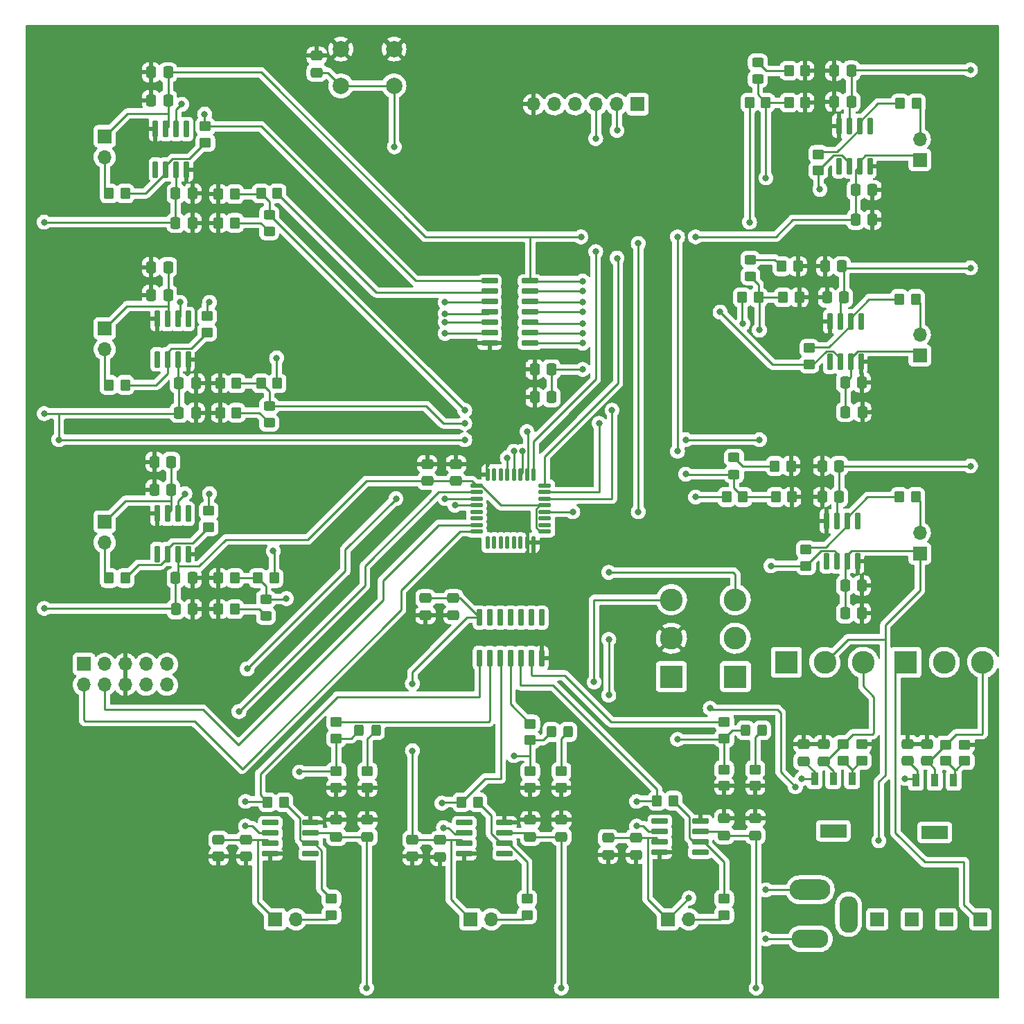
<source format=gbr>
%TF.GenerationSoftware,KiCad,Pcbnew,(6.0.11-0)*%
%TF.CreationDate,2023-11-18T03:17:01-06:00*%
%TF.ProjectId,ECE395_Digital_Target,45434533-3935-45f4-9469-676974616c5f,rev?*%
%TF.SameCoordinates,Original*%
%TF.FileFunction,Copper,L1,Top*%
%TF.FilePolarity,Positive*%
%FSLAX46Y46*%
G04 Gerber Fmt 4.6, Leading zero omitted, Abs format (unit mm)*
G04 Created by KiCad (PCBNEW (6.0.11-0)) date 2023-11-18 03:17:01*
%MOMM*%
%LPD*%
G01*
G04 APERTURE LIST*
G04 Aperture macros list*
%AMRoundRect*
0 Rectangle with rounded corners*
0 $1 Rounding radius*
0 $2 $3 $4 $5 $6 $7 $8 $9 X,Y pos of 4 corners*
0 Add a 4 corners polygon primitive as box body*
4,1,4,$2,$3,$4,$5,$6,$7,$8,$9,$2,$3,0*
0 Add four circle primitives for the rounded corners*
1,1,$1+$1,$2,$3*
1,1,$1+$1,$4,$5*
1,1,$1+$1,$6,$7*
1,1,$1+$1,$8,$9*
0 Add four rect primitives between the rounded corners*
20,1,$1+$1,$2,$3,$4,$5,0*
20,1,$1+$1,$4,$5,$6,$7,0*
20,1,$1+$1,$6,$7,$8,$9,0*
20,1,$1+$1,$8,$9,$2,$3,0*%
G04 Aperture macros list end*
%TA.AperFunction,SMDPad,CuDef*%
%ADD10RoundRect,0.250000X0.337500X0.475000X-0.337500X0.475000X-0.337500X-0.475000X0.337500X-0.475000X0*%
%TD*%
%TA.AperFunction,SMDPad,CuDef*%
%ADD11RoundRect,0.250000X0.475000X-0.337500X0.475000X0.337500X-0.475000X0.337500X-0.475000X-0.337500X0*%
%TD*%
%TA.AperFunction,ComponentPad*%
%ADD12R,1.700000X1.700000*%
%TD*%
%TA.AperFunction,ComponentPad*%
%ADD13O,1.700000X1.700000*%
%TD*%
%TA.AperFunction,SMDPad,CuDef*%
%ADD14RoundRect,0.250000X-0.450000X0.325000X-0.450000X-0.325000X0.450000X-0.325000X0.450000X0.325000X0*%
%TD*%
%TA.AperFunction,SMDPad,CuDef*%
%ADD15RoundRect,0.250000X-0.337500X-0.475000X0.337500X-0.475000X0.337500X0.475000X-0.337500X0.475000X0*%
%TD*%
%TA.AperFunction,SMDPad,CuDef*%
%ADD16RoundRect,0.042000X0.943000X0.258000X-0.943000X0.258000X-0.943000X-0.258000X0.943000X-0.258000X0*%
%TD*%
%TA.AperFunction,SMDPad,CuDef*%
%ADD17RoundRect,0.042000X-0.258000X0.943000X-0.258000X-0.943000X0.258000X-0.943000X0.258000X0.943000X0*%
%TD*%
%TA.AperFunction,ComponentPad*%
%ADD18R,2.775000X2.775000*%
%TD*%
%TA.AperFunction,ComponentPad*%
%ADD19C,2.775000*%
%TD*%
%TA.AperFunction,SMDPad,CuDef*%
%ADD20RoundRect,0.250000X-0.350000X-0.450000X0.350000X-0.450000X0.350000X0.450000X-0.350000X0.450000X0*%
%TD*%
%TA.AperFunction,ComponentPad*%
%ADD21O,5.000000X2.500000*%
%TD*%
%TA.AperFunction,ComponentPad*%
%ADD22O,4.500000X2.250000*%
%TD*%
%TA.AperFunction,ComponentPad*%
%ADD23O,2.250000X4.500000*%
%TD*%
%TA.AperFunction,SMDPad,CuDef*%
%ADD24RoundRect,0.090000X-0.895000X-0.210000X0.895000X-0.210000X0.895000X0.210000X-0.895000X0.210000X0*%
%TD*%
%TA.AperFunction,SMDPad,CuDef*%
%ADD25RoundRect,0.250000X0.450000X-0.350000X0.450000X0.350000X-0.450000X0.350000X-0.450000X-0.350000X0*%
%TD*%
%TA.AperFunction,SMDPad,CuDef*%
%ADD26RoundRect,0.250000X0.350000X0.450000X-0.350000X0.450000X-0.350000X-0.450000X0.350000X-0.450000X0*%
%TD*%
%TA.AperFunction,SMDPad,CuDef*%
%ADD27RoundRect,0.250000X-0.450000X0.350000X-0.450000X-0.350000X0.450000X-0.350000X0.450000X0.350000X0*%
%TD*%
%TA.AperFunction,SMDPad,CuDef*%
%ADD28R,0.914400X1.600200*%
%TD*%
%TA.AperFunction,SMDPad,CuDef*%
%ADD29RoundRect,0.090000X0.210000X-0.895000X0.210000X0.895000X-0.210000X0.895000X-0.210000X-0.895000X0*%
%TD*%
%TA.AperFunction,SMDPad,CuDef*%
%ADD30RoundRect,0.250000X0.325000X0.450000X-0.325000X0.450000X-0.325000X-0.450000X0.325000X-0.450000X0*%
%TD*%
%TA.AperFunction,SMDPad,CuDef*%
%ADD31RoundRect,0.125000X0.625000X0.125000X-0.625000X0.125000X-0.625000X-0.125000X0.625000X-0.125000X0*%
%TD*%
%TA.AperFunction,SMDPad,CuDef*%
%ADD32RoundRect,0.125000X0.125000X0.625000X-0.125000X0.625000X-0.125000X-0.625000X0.125000X-0.625000X0*%
%TD*%
%TA.AperFunction,SMDPad,CuDef*%
%ADD33RoundRect,0.250000X-0.475000X0.337500X-0.475000X-0.337500X0.475000X-0.337500X0.475000X0.337500X0*%
%TD*%
%TA.AperFunction,SMDPad,CuDef*%
%ADD34RoundRect,0.250000X0.450000X-0.325000X0.450000X0.325000X-0.450000X0.325000X-0.450000X-0.325000X0*%
%TD*%
%TA.AperFunction,ComponentPad*%
%ADD35C,2.000000*%
%TD*%
%TA.AperFunction,SMDPad,CuDef*%
%ADD36RoundRect,0.042000X0.258000X-0.943000X0.258000X0.943000X-0.258000X0.943000X-0.258000X-0.943000X0*%
%TD*%
%TA.AperFunction,ViaPad*%
%ADD37C,0.800000*%
%TD*%
%TA.AperFunction,Conductor*%
%ADD38C,0.250000*%
%TD*%
G04 APERTURE END LIST*
%TO.C,CR2*%
G36*
X161828700Y-131187800D02*
G01*
X158628300Y-131187800D01*
X158628300Y-129587600D01*
X161828700Y-129587600D01*
X161828700Y-131187800D01*
G37*
%TO.C,CR1*%
G36*
X149428700Y-130987800D02*
G01*
X146228300Y-130987800D01*
X146228300Y-129387600D01*
X149428700Y-129387600D01*
X149428700Y-130987800D01*
G37*
%TD*%
D10*
%TO.P,C206,1*%
%TO.N,GND*%
X151337500Y-103600000D03*
%TO.P,C206,2*%
%TO.N,6.6V*%
X149262500Y-103600000D03*
%TD*%
D11*
%TO.P,10uF4,1*%
%TO.N,Net-(10uF4-Pad1)*%
X159250000Y-121637500D03*
%TO.P,10uF4,2*%
%TO.N,GND*%
X159250000Y-119562500D03*
%TD*%
D12*
%TO.P,S2,1,Pin_1*%
%TO.N,unconnected-(S2-Pad1)*%
X123925000Y-41400000D03*
D13*
%TO.P,S2,2,Pin_2*%
%TO.N,Net-(S2-Pad2)*%
X121385000Y-41400000D03*
%TO.P,S2,3,Pin_3*%
%TO.N,Net-(S2-Pad3)*%
X118845000Y-41400000D03*
%TO.P,S2,4,Pin_4*%
%TO.N,unconnected-(S2-Pad4)*%
X116305000Y-41400000D03*
%TO.P,S2,5,Pin_5*%
%TO.N,unconnected-(S2-Pad5)*%
X113765000Y-41400000D03*
%TO.P,S2,6,Pin_6*%
%TO.N,GND*%
X111225000Y-41400000D03*
%TD*%
D14*
%TO.P,D6,1,K*%
%TO.N,Net-(D6-Pad1)*%
X135700000Y-84575000D03*
%TO.P,D6,2,A*%
%TO.N,Net-(D6-Pad2)*%
X135700000Y-86625000D03*
%TD*%
D15*
%TO.P,C234,1*%
%TO.N,GND*%
X147962500Y-41100000D03*
%TO.P,C234,2*%
%TO.N,+3V3*%
X150037500Y-41100000D03*
%TD*%
D10*
%TO.P,C232,1*%
%TO.N,GND*%
X69937500Y-75500000D03*
%TO.P,C232,2*%
%TO.N,+3V3*%
X67862500Y-75500000D03*
%TD*%
D16*
%TO.P,OP9,1,OFFSET_N1*%
%TO.N,unconnected-(OP9-Pad1)*%
X131570000Y-132805000D03*
%TO.P,OP9,2,IN-*%
%TO.N,Net-(OP9-Pad2)*%
X131570000Y-131535000D03*
%TO.P,OP9,3,IN+*%
%TO.N,+3V3*%
X131570000Y-130265000D03*
%TO.P,OP9,4,GND*%
%TO.N,GND*%
X131570000Y-128995000D03*
%TO.P,OP9,5,OFFSET_N2*%
%TO.N,unconnected-(OP9-Pad5)*%
X126630000Y-128995000D03*
%TO.P,OP9,6,OUT*%
%TO.N,Net-(NOT2-Pad5)*%
X126630000Y-130265000D03*
%TO.P,OP9,7,VDD*%
%TO.N,6.6V*%
X126630000Y-131535000D03*
%TO.P,OP9,8,BIAS_SELECT*%
%TO.N,GND*%
X126630000Y-132805000D03*
%TD*%
D17*
%TO.P,OP4,1,OFFSET_N1*%
%TO.N,unconnected-(OP4-Pad1)*%
X152305000Y-44030000D03*
%TO.P,OP4,2,IN-*%
%TO.N,Net-(OP4-Pad2)*%
X151035000Y-44030000D03*
%TO.P,OP4,3,IN+*%
%TO.N,+3V3*%
X149765000Y-44030000D03*
%TO.P,OP4,4,GND*%
%TO.N,GND*%
X148495000Y-44030000D03*
%TO.P,OP4,5,OFFSET_N2*%
%TO.N,unconnected-(OP4-Pad5)*%
X148495000Y-48970000D03*
%TO.P,OP4,6,OUT*%
%TO.N,Net-(NOT1-Pad13)*%
X149765000Y-48970000D03*
%TO.P,OP4,7,VDD*%
%TO.N,6.6V*%
X151035000Y-48970000D03*
%TO.P,OP4,8,BIAS_SELECT*%
%TO.N,GND*%
X152305000Y-48970000D03*
%TD*%
D18*
%TO.P,S63,1*%
%TO.N,Net-(J133-Pad1)*%
X156700000Y-109600000D03*
D19*
%TO.P,S63,2*%
%TO.N,+3V3*%
X161400000Y-109600000D03*
%TO.P,S63,3*%
%TO.N,Net-(10uF4-Pad1)*%
X166100000Y-109600000D03*
%TD*%
D17*
%TO.P,OP6,1,OFFSET_N1*%
%TO.N,unconnected-(OP6-Pad1)*%
X150805000Y-92330000D03*
%TO.P,OP6,2,IN-*%
%TO.N,Net-(OP6-Pad2)*%
X149535000Y-92330000D03*
%TO.P,OP6,3,IN+*%
%TO.N,+3V3*%
X148265000Y-92330000D03*
%TO.P,OP6,4,GND*%
%TO.N,GND*%
X146995000Y-92330000D03*
%TO.P,OP6,5,OFFSET_N2*%
%TO.N,unconnected-(OP6-Pad5)*%
X146995000Y-97270000D03*
%TO.P,OP6,6,OUT*%
%TO.N,Net-(NOT1-Pad9)*%
X148265000Y-97270000D03*
%TO.P,OP6,7,VDD*%
%TO.N,6.6V*%
X149535000Y-97270000D03*
%TO.P,OP6,8,BIAS_SELECT*%
%TO.N,GND*%
X150805000Y-97270000D03*
%TD*%
D15*
%TO.P,C212,1*%
%TO.N,GND*%
X64462500Y-64700000D03*
%TO.P,C212,2*%
%TO.N,6.6V*%
X66537500Y-64700000D03*
%TD*%
D11*
%TO.P,10uF1,1*%
%TO.N,+12V*%
X144200000Y-121687500D03*
%TO.P,10uF1,2*%
%TO.N,GND*%
X144200000Y-119612500D03*
%TD*%
D15*
%TO.P,C235,1*%
%TO.N,GND*%
X147062500Y-65000000D03*
%TO.P,C235,2*%
%TO.N,+3V3*%
X149137500Y-65000000D03*
%TD*%
D20*
%TO.P,R4,1*%
%TO.N,Net-(NOT1-Pad12)*%
X137600000Y-41200000D03*
%TO.P,R4,2*%
%TO.N,Net-(D4-Pad2)*%
X139600000Y-41200000D03*
%TD*%
D21*
%TO.P,J0,1*%
%TO.N,Net-(J0-Pad1)*%
X145000000Y-137387500D03*
D22*
%TO.P,J0,2*%
%TO.N,Net-(J0-Pad2)*%
X145000000Y-143387500D03*
D23*
%TO.P,J0,3*%
%TO.N,unconnected-(J0-Pad3)*%
X149700000Y-140387500D03*
%TD*%
D11*
%TO.P,C218,1*%
%TO.N,GND*%
X99800000Y-133375000D03*
%TO.P,C218,2*%
%TO.N,6.6V*%
X99800000Y-131300000D03*
%TD*%
D24*
%TO.P,NOT1,1,1A*%
%TO.N,Net-(NOT1-Pad1)*%
X105825000Y-62990000D03*
%TO.P,NOT1,2,1Y*%
%TO.N,Net-(NOT1-Pad2)*%
X105825000Y-64260000D03*
%TO.P,NOT1,3,2A*%
%TO.N,Net-(NOT1-Pad3)*%
X105825000Y-65530000D03*
%TO.P,NOT1,4,2Y*%
%TO.N,Net-(NOT1-Pad4)*%
X105825000Y-66800000D03*
%TO.P,NOT1,5,3A*%
%TO.N,Net-(NOT1-Pad5)*%
X105825000Y-68070000D03*
%TO.P,NOT1,6,3Y*%
%TO.N,Net-(NOT1-Pad6)*%
X105825000Y-69340000D03*
%TO.P,NOT1,7,GND*%
%TO.N,GND*%
X105825000Y-70610000D03*
%TO.P,NOT1,8,4Y*%
%TO.N,Net-(NOT1-Pad8)*%
X110775000Y-70610000D03*
%TO.P,NOT1,9,4A*%
%TO.N,Net-(NOT1-Pad9)*%
X110775000Y-69340000D03*
%TO.P,NOT1,10,5Y*%
%TO.N,Net-(NOT1-Pad10)*%
X110775000Y-68070000D03*
%TO.P,NOT1,11,5A*%
%TO.N,Net-(NOT1-Pad11)*%
X110775000Y-66800000D03*
%TO.P,NOT1,12,6Y*%
%TO.N,Net-(NOT1-Pad12)*%
X110775000Y-65530000D03*
%TO.P,NOT1,13,6A*%
%TO.N,Net-(NOT1-Pad13)*%
X110775000Y-64260000D03*
%TO.P,NOT1,14,VCC*%
%TO.N,6.6V*%
X110775000Y-62990000D03*
%TD*%
D10*
%TO.P,C205,1*%
%TO.N,GND*%
X151375000Y-79000000D03*
%TO.P,C205,2*%
%TO.N,6.6V*%
X149300000Y-79000000D03*
%TD*%
D25*
%TO.P,R22,1*%
%TO.N,Net-(OP2-Pad2)*%
X71300000Y-69300000D03*
%TO.P,R22,2*%
%TO.N,Net-(NOT1-Pad3)*%
X71300000Y-67300000D03*
%TD*%
D26*
%TO.P,R35,1*%
%TO.N,Net-(J5-Pad2)*%
X157900000Y-65200000D03*
%TO.P,R35,2*%
%TO.N,Net-(OP5-Pad2)*%
X155900000Y-65200000D03*
%TD*%
%TO.P,R29,1*%
%TO.N,Net-(OP9-Pad2)*%
X128300000Y-126500000D03*
%TO.P,R29,2*%
%TO.N,Net-(NOT2-Pad5)*%
X126300000Y-126500000D03*
%TD*%
D20*
%TO.P,R11,1*%
%TO.N,GND*%
X72700000Y-52380000D03*
%TO.P,R11,2*%
%TO.N,Net-(D1-Pad2)*%
X74700000Y-52380000D03*
%TD*%
D10*
%TO.P,C215,1*%
%TO.N,GND*%
X151337500Y-75400000D03*
%TO.P,C215,2*%
%TO.N,6.6V*%
X149262500Y-75400000D03*
%TD*%
%TO.P,C204,1*%
%TO.N,GND*%
X152637500Y-55500000D03*
%TO.P,C204,2*%
%TO.N,6.6V*%
X150562500Y-55500000D03*
%TD*%
D20*
%TO.P,R33,1*%
%TO.N,Net-(J3-Pad2)*%
X59300000Y-99300000D03*
%TO.P,R33,2*%
%TO.N,Net-(OP3-Pad2)*%
X61300000Y-99300000D03*
%TD*%
D11*
%TO.P,C241,1*%
%TO.N,GND*%
X98000000Y-103837500D03*
%TO.P,C241,2*%
%TO.N,6.6V*%
X98000000Y-101762500D03*
%TD*%
D25*
%TO.P,R21,1*%
%TO.N,Net-(OP1-Pad2)*%
X71100000Y-46100000D03*
%TO.P,R21,2*%
%TO.N,Net-(NOT1-Pad1)*%
X71100000Y-44100000D03*
%TD*%
D27*
%TO.P,R24,1*%
%TO.N,Net-(OP4-Pad2)*%
X146000000Y-47500000D03*
%TO.P,R24,2*%
%TO.N,Net-(NOT1-Pad13)*%
X146000000Y-49500000D03*
%TD*%
D20*
%TO.P,R5,1*%
%TO.N,Net-(NOT1-Pad10)*%
X136700000Y-65000000D03*
%TO.P,R5,2*%
%TO.N,Net-(D5-Pad2)*%
X138700000Y-65000000D03*
%TD*%
D27*
%TO.P,R25,1*%
%TO.N,Net-(OP5-Pad2)*%
X144900000Y-71200000D03*
%TO.P,R25,2*%
%TO.N,Net-(NOT1-Pad11)*%
X144900000Y-73200000D03*
%TD*%
D15*
%TO.P,C203,1*%
%TO.N,GND*%
X64862500Y-85100000D03*
%TO.P,C203,2*%
%TO.N,6.6V*%
X66937500Y-85100000D03*
%TD*%
D20*
%TO.P,R13,1*%
%TO.N,GND*%
X72700000Y-99300000D03*
%TO.P,R13,2*%
%TO.N,Net-(D3-Pad2)*%
X74700000Y-99300000D03*
%TD*%
D16*
%TO.P,OP8,1,OFFSET_N1*%
%TO.N,unconnected-(OP8-Pad1)*%
X107670000Y-133005000D03*
%TO.P,OP8,2,IN-*%
%TO.N,Net-(OP8-Pad2)*%
X107670000Y-131735000D03*
%TO.P,OP8,3,IN+*%
%TO.N,+3V3*%
X107670000Y-130465000D03*
%TO.P,OP8,4,GND*%
%TO.N,GND*%
X107670000Y-129195000D03*
%TO.P,OP8,5,OFFSET_N2*%
%TO.N,unconnected-(OP8-Pad5)*%
X102730000Y-129195000D03*
%TO.P,OP8,6,OUT*%
%TO.N,Net-(NOT2-Pad3)*%
X102730000Y-130465000D03*
%TO.P,OP8,7,VDD*%
%TO.N,6.6V*%
X102730000Y-131735000D03*
%TO.P,OP8,8,BIAS_SELECT*%
%TO.N,GND*%
X102730000Y-133005000D03*
%TD*%
D15*
%TO.P,C225,1*%
%TO.N,GND*%
X146825000Y-61200000D03*
%TO.P,C225,2*%
%TO.N,+3V3*%
X148900000Y-61200000D03*
%TD*%
D10*
%TO.P,C214,1*%
%TO.N,GND*%
X152637500Y-51900000D03*
%TO.P,C214,2*%
%TO.N,6.6V*%
X150562500Y-51900000D03*
%TD*%
%TO.P,C233,1*%
%TO.N,GND*%
X69537500Y-99300000D03*
%TO.P,C233,2*%
%TO.N,+3V3*%
X67462500Y-99300000D03*
%TD*%
D25*
%TO.P,R101,1*%
%TO.N,Net-(CR2-Pad1)*%
X161600000Y-121650000D03*
%TO.P,R101,2*%
%TO.N,Net-(10uF4-Pad1)*%
X161600000Y-119650000D03*
%TD*%
D11*
%TO.P,C217,1*%
%TO.N,GND*%
X76100000Y-133337500D03*
%TO.P,C217,2*%
%TO.N,6.6V*%
X76100000Y-131262500D03*
%TD*%
%TO.P,C208,1*%
%TO.N,GND*%
X96400000Y-133337500D03*
%TO.P,C208,2*%
%TO.N,6.6V*%
X96400000Y-131262500D03*
%TD*%
D15*
%TO.P,C211,1*%
%TO.N,GND*%
X64462500Y-40900000D03*
%TO.P,C211,2*%
%TO.N,6.6V*%
X66537500Y-40900000D03*
%TD*%
D25*
%TO.P,R9,1*%
%TO.N,Net-(D9-Pad2)*%
X134500000Y-118900000D03*
%TO.P,R9,2*%
%TO.N,Net-(NOT2-Pad6)*%
X134500000Y-116900000D03*
%TD*%
D15*
%TO.P,C224,1*%
%TO.N,GND*%
X147962500Y-37300000D03*
%TO.P,C224,2*%
%TO.N,+3V3*%
X150037500Y-37300000D03*
%TD*%
D25*
%TO.P,R49,1*%
%TO.N,GND*%
X138300000Y-124700000D03*
%TO.P,R49,2*%
%TO.N,Net-(D9-Pad1)*%
X138300000Y-122700000D03*
%TD*%
D15*
%TO.P,C202,1*%
%TO.N,GND*%
X64462500Y-61300000D03*
%TO.P,C202,2*%
%TO.N,6.6V*%
X66537500Y-61300000D03*
%TD*%
D12*
%TO.P,J1,1,Pin_1*%
%TO.N,6.6V*%
X58800000Y-45300000D03*
D13*
%TO.P,J1,2,Pin_2*%
%TO.N,Net-(J1-Pad2)*%
X58800000Y-47840000D03*
%TD*%
D12*
%TO.P,J7,1,Pin_1*%
%TO.N,6.6V*%
X79600000Y-141000000D03*
D13*
%TO.P,J7,2,Pin_2*%
%TO.N,Net-(J7-Pad2)*%
X82140000Y-141000000D03*
%TD*%
D18*
%TO.P,S550,1*%
%TO.N,Net-(J112-Pad1)*%
X135852500Y-111350000D03*
D19*
%TO.P,S550,2*%
%TO.N,+12V*%
X135852500Y-106650000D03*
%TO.P,S550,3*%
%TO.N,Net-(J0-Pad1)*%
X135852500Y-101950000D03*
%TD*%
D15*
%TO.P,C236,1*%
%TO.N,GND*%
X146462500Y-89400000D03*
%TO.P,C236,2*%
%TO.N,+3V3*%
X148537500Y-89400000D03*
%TD*%
D28*
%TO.P,CR2,1,ADJ/GND*%
%TO.N,Net-(CR2-Pad1)*%
X162528500Y-123986900D03*
%TO.P,CR2,2,VOUT*%
%TO.N,Net-(10uF4-Pad1)*%
X160228500Y-123986900D03*
%TO.P,CR2,3,VIN*%
%TO.N,+12V*%
X157928500Y-123986900D03*
%TD*%
D11*
%TO.P,C207,1*%
%TO.N,GND*%
X72700000Y-133337500D03*
%TO.P,C207,2*%
%TO.N,6.6V*%
X72700000Y-131262500D03*
%TD*%
D20*
%TO.P,R42,1*%
%TO.N,GND*%
X72900000Y-79100000D03*
%TO.P,R42,2*%
%TO.N,Net-(D2-Pad1)*%
X74900000Y-79100000D03*
%TD*%
D25*
%TO.P,R18,1*%
%TO.N,GND*%
X110800000Y-124900000D03*
%TO.P,R18,2*%
%TO.N,Net-(D8-Pad2)*%
X110800000Y-122900000D03*
%TD*%
D12*
%TO.P,J4,1,Pin_1*%
%TO.N,6.6V*%
X158400000Y-48200000D03*
D13*
%TO.P,J4,2,Pin_2*%
%TO.N,Net-(J4-Pad2)*%
X158400000Y-45660000D03*
%TD*%
D11*
%TO.P,C300,1*%
%TO.N,Net-(C300-Pad1)*%
X84700000Y-37537500D03*
%TO.P,C300,2*%
%TO.N,GND*%
X84700000Y-35462500D03*
%TD*%
D26*
%TO.P,R27,1*%
%TO.N,Net-(OP7-Pad2)*%
X80700000Y-126700000D03*
%TO.P,R27,2*%
%TO.N,Net-(NOT2-Pad1)*%
X78700000Y-126700000D03*
%TD*%
D14*
%TO.P,D5,1,K*%
%TO.N,Net-(D5-Pad1)*%
X137700000Y-60375000D03*
%TO.P,D5,2,A*%
%TO.N,Net-(D5-Pad2)*%
X137700000Y-62425000D03*
%TD*%
D10*
%TO.P,C223,1*%
%TO.N,GND*%
X69575000Y-103100000D03*
%TO.P,C223,2*%
%TO.N,+3V3*%
X67500000Y-103100000D03*
%TD*%
D29*
%TO.P,NOT2,1,1A*%
%TO.N,Net-(NOT2-Pad1)*%
X104590000Y-109075000D03*
%TO.P,NOT2,2,1Y*%
%TO.N,Net-(NOT2-Pad2)*%
X105860000Y-109075000D03*
%TO.P,NOT2,3,2A*%
%TO.N,Net-(NOT2-Pad3)*%
X107130000Y-109075000D03*
%TO.P,NOT2,4,2Y*%
%TO.N,Net-(NOT2-Pad4)*%
X108400000Y-109075000D03*
%TO.P,NOT2,5,3A*%
%TO.N,Net-(NOT2-Pad5)*%
X109670000Y-109075000D03*
%TO.P,NOT2,6,3Y*%
%TO.N,Net-(NOT2-Pad6)*%
X110940000Y-109075000D03*
%TO.P,NOT2,7,GND*%
%TO.N,GND*%
X112210000Y-109075000D03*
%TO.P,NOT2,8,4Y*%
%TO.N,unconnected-(NOT2-Pad8)*%
X112210000Y-104125000D03*
%TO.P,NOT2,9,4A*%
%TO.N,unconnected-(NOT2-Pad9)*%
X110940000Y-104125000D03*
%TO.P,NOT2,10,5Y*%
%TO.N,unconnected-(NOT2-Pad10)*%
X109670000Y-104125000D03*
%TO.P,NOT2,11,5A*%
%TO.N,unconnected-(NOT2-Pad11)*%
X108400000Y-104125000D03*
%TO.P,NOT2,12,6Y*%
%TO.N,unconnected-(NOT2-Pad12)*%
X107130000Y-104125000D03*
%TO.P,NOT2,13,6A*%
%TO.N,unconnected-(NOT2-Pad13)*%
X105860000Y-104125000D03*
%TO.P,NOT2,14,VCC*%
%TO.N,6.6V*%
X104590000Y-104125000D03*
%TD*%
D10*
%TO.P,C216,1*%
%TO.N,GND*%
X151337500Y-100200000D03*
%TO.P,C216,2*%
%TO.N,6.6V*%
X149262500Y-100200000D03*
%TD*%
D12*
%TO.P,J5,1,Pin_1*%
%TO.N,6.6V*%
X158400000Y-72100000D03*
D13*
%TO.P,J5,2,Pin_2*%
%TO.N,Net-(J5-Pad2)*%
X158400000Y-69560000D03*
%TD*%
D20*
%TO.P,R6,1*%
%TO.N,Net-(NOT1-Pad8)*%
X134800000Y-89400000D03*
%TO.P,R6,2*%
%TO.N,Net-(D6-Pad2)*%
X136800000Y-89400000D03*
%TD*%
D15*
%TO.P,C213,1*%
%TO.N,GND*%
X64862500Y-88500000D03*
%TO.P,C213,2*%
%TO.N,6.6V*%
X66937500Y-88500000D03*
%TD*%
%TO.P,C226,1*%
%TO.N,GND*%
X146462500Y-85600000D03*
%TO.P,C226,2*%
%TO.N,+3V3*%
X148537500Y-85600000D03*
%TD*%
D10*
%TO.P,C221,1*%
%TO.N,GND*%
X69537500Y-55900000D03*
%TO.P,C221,2*%
%TO.N,+3V3*%
X67462500Y-55900000D03*
%TD*%
D26*
%TO.P,R46,1*%
%TO.N,GND*%
X142700000Y-85600000D03*
%TO.P,R46,2*%
%TO.N,Net-(D6-Pad1)*%
X140700000Y-85600000D03*
%TD*%
D12*
%TO.P,S1,1,Pin_1*%
%TO.N,unconnected-(S1-Pad1)*%
X56260000Y-109800000D03*
D13*
%TO.P,S1,2,Pin_2*%
%TO.N,Net-(S1-Pad2)*%
X56260000Y-112340000D03*
%TO.P,S1,3,Pin_3*%
%TO.N,unconnected-(S1-Pad3)*%
X58800000Y-109800000D03*
%TO.P,S1,4,Pin_4*%
%TO.N,Net-(S1-Pad4)*%
X58800000Y-112340000D03*
%TO.P,S1,5,Pin_5*%
%TO.N,GND*%
X61340000Y-109800000D03*
%TO.P,S1,6,Pin_6*%
X61340000Y-112340000D03*
%TO.P,S1,7,Pin_7*%
%TO.N,unconnected-(S1-Pad7)*%
X63880000Y-109800000D03*
%TO.P,S1,8,Pin_8*%
%TO.N,unconnected-(S1-Pad8)*%
X63880000Y-112340000D03*
%TO.P,S1,9,Pin_9*%
%TO.N,unconnected-(S1-Pad9)*%
X66420000Y-109800000D03*
%TO.P,S1,10,Pin_10*%
%TO.N,unconnected-(S1-Pad10)*%
X66420000Y-112340000D03*
%TD*%
D18*
%TO.P,S65,1*%
%TO.N,Net-(J166-Pad1)*%
X142100000Y-109600000D03*
D19*
%TO.P,S65,2*%
%TO.N,6.6V*%
X146800000Y-109600000D03*
%TO.P,S65,3*%
%TO.N,Net-(10uF3-Pad1)*%
X151500000Y-109600000D03*
%TD*%
D25*
%TO.P,R7,1*%
%TO.N,Net-(D7-Pad2)*%
X87100000Y-118900000D03*
%TO.P,R7,2*%
%TO.N,Net-(NOT2-Pad2)*%
X87100000Y-116900000D03*
%TD*%
D14*
%TO.P,D4,1,K*%
%TO.N,Net-(D4-Pad1)*%
X138600000Y-36275000D03*
%TO.P,D4,2,A*%
%TO.N,Net-(D4-Pad2)*%
X138600000Y-38325000D03*
%TD*%
D12*
%TO.P,J9,1,Pin_1*%
%TO.N,6.6V*%
X127600000Y-141000000D03*
D13*
%TO.P,J9,2,Pin_2*%
%TO.N,Net-(J9-Pad2)*%
X130140000Y-141000000D03*
%TD*%
D16*
%TO.P,OP7,1,OFFSET_N1*%
%TO.N,unconnected-(OP7-Pad1)*%
X83970000Y-133005000D03*
%TO.P,OP7,2,IN-*%
%TO.N,Net-(OP7-Pad2)*%
X83970000Y-131735000D03*
%TO.P,OP7,3,IN+*%
%TO.N,+3V3*%
X83970000Y-130465000D03*
%TO.P,OP7,4,GND*%
%TO.N,GND*%
X83970000Y-129195000D03*
%TO.P,OP7,5,OFFSET_N2*%
%TO.N,unconnected-(OP7-Pad5)*%
X79030000Y-129195000D03*
%TO.P,OP7,6,OUT*%
%TO.N,Net-(NOT2-Pad1)*%
X79030000Y-130465000D03*
%TO.P,OP7,7,VDD*%
%TO.N,6.6V*%
X79030000Y-131735000D03*
%TO.P,OP7,8,BIAS_SELECT*%
%TO.N,GND*%
X79030000Y-133005000D03*
%TD*%
D20*
%TO.P,R43,1*%
%TO.N,GND*%
X72700000Y-103100000D03*
%TO.P,R43,2*%
%TO.N,Net-(D3-Pad1)*%
X74700000Y-103100000D03*
%TD*%
%TO.P,R14,1*%
%TO.N,Net-(D4-Pad2)*%
X142400000Y-41200000D03*
%TO.P,R14,2*%
%TO.N,GND*%
X144400000Y-41200000D03*
%TD*%
D30*
%TO.P,D7,1,K*%
%TO.N,Net-(D7-Pad1)*%
X91950000Y-117900000D03*
%TO.P,D7,2,A*%
%TO.N,Net-(D7-Pad2)*%
X89900000Y-117900000D03*
%TD*%
D20*
%TO.P,R31,1*%
%TO.N,Net-(J1-Pad2)*%
X59300000Y-52300000D03*
%TO.P,R31,2*%
%TO.N,Net-(OP1-Pad2)*%
X61300000Y-52300000D03*
%TD*%
D25*
%TO.P,R48,1*%
%TO.N,GND*%
X114600000Y-124900000D03*
%TO.P,R48,2*%
%TO.N,Net-(D8-Pad1)*%
X114600000Y-122900000D03*
%TD*%
D31*
%TO.P,U1,1,VDD*%
%TO.N,+3V3*%
X112575000Y-93600000D03*
%TO.P,U1,2,PC14*%
%TO.N,unconnected-(U1-Pad2)*%
X112575000Y-92800000D03*
%TO.P,U1,3,PC15*%
%TO.N,unconnected-(U1-Pad3)*%
X112575000Y-92000000D03*
%TO.P,U1,4,NRST*%
%TO.N,Net-(C300-Pad1)*%
X112575000Y-91200000D03*
%TO.P,U1,5,VDDA*%
%TO.N,+3V3*%
X112575000Y-90400000D03*
%TO.P,U1,6,PA0*%
%TO.N,Net-(D1-Pad2)*%
X112575000Y-89600000D03*
%TO.P,U1,7,PA1*%
%TO.N,Net-(D2-Pad2)*%
X112575000Y-88800000D03*
%TO.P,U1,8,PA2*%
%TO.N,Net-(S2-Pad2)*%
X112575000Y-88000000D03*
D32*
%TO.P,U1,9,PA3*%
%TO.N,Net-(S2-Pad3)*%
X111200000Y-86625000D03*
%TO.P,U1,10,PA4*%
%TO.N,Net-(D3-Pad2)*%
X110400000Y-86625000D03*
%TO.P,U1,11,PA5*%
%TO.N,Net-(D4-Pad2)*%
X109600000Y-86625000D03*
%TO.P,U1,12,PA6*%
%TO.N,Net-(D5-Pad2)*%
X108800000Y-86625000D03*
%TO.P,U1,13,PA7*%
%TO.N,Net-(D6-Pad2)*%
X108000000Y-86625000D03*
%TO.P,U1,14,PB0*%
%TO.N,unconnected-(U1-Pad14)*%
X107200000Y-86625000D03*
%TO.P,U1,15,PB1*%
%TO.N,unconnected-(U1-Pad15)*%
X106400000Y-86625000D03*
%TO.P,U1,16,VSS*%
%TO.N,GND*%
X105600000Y-86625000D03*
D31*
%TO.P,U1,17,VDD*%
%TO.N,+3V3*%
X104225000Y-88000000D03*
%TO.P,U1,18,PA8*%
%TO.N,Net-(D7-Pad2)*%
X104225000Y-88800000D03*
%TO.P,U1,19,PA9*%
%TO.N,Net-(D8-Pad2)*%
X104225000Y-89600000D03*
%TO.P,U1,20,PA10*%
%TO.N,Net-(D9-Pad2)*%
X104225000Y-90400000D03*
%TO.P,U1,21,PA11*%
%TO.N,unconnected-(U1-Pad21)*%
X104225000Y-91200000D03*
%TO.P,U1,22,PA12*%
%TO.N,unconnected-(U1-Pad22)*%
X104225000Y-92000000D03*
%TO.P,U1,23,PA13*%
%TO.N,Net-(S1-Pad4)*%
X104225000Y-92800000D03*
%TO.P,U1,24,PA14*%
%TO.N,Net-(S1-Pad2)*%
X104225000Y-93600000D03*
D32*
%TO.P,U1,25,PA15*%
%TO.N,unconnected-(U1-Pad25)*%
X105600000Y-94975000D03*
%TO.P,U1,26,PB3*%
%TO.N,unconnected-(U1-Pad26)*%
X106400000Y-94975000D03*
%TO.P,U1,27,PB4*%
%TO.N,unconnected-(U1-Pad27)*%
X107200000Y-94975000D03*
%TO.P,U1,28,PB5*%
%TO.N,unconnected-(U1-Pad28)*%
X108000000Y-94975000D03*
%TO.P,U1,29,PB6*%
%TO.N,unconnected-(U1-Pad29)*%
X108800000Y-94975000D03*
%TO.P,U1,30,PB7*%
%TO.N,unconnected-(U1-Pad30)*%
X109600000Y-94975000D03*
%TO.P,U1,31,BOOT0*%
%TO.N,GND*%
X110400000Y-94975000D03*
%TO.P,U1,32,VSS*%
X111200000Y-94975000D03*
%TD*%
D33*
%TO.P,C229,1*%
%TO.N,GND*%
X138300000Y-128662500D03*
%TO.P,C229,2*%
%TO.N,+3V3*%
X138300000Y-130737500D03*
%TD*%
D15*
%TO.P,C250,1*%
%TO.N,GND*%
X111325000Y-77200000D03*
%TO.P,C250,2*%
%TO.N,6.6V*%
X113400000Y-77200000D03*
%TD*%
D11*
%TO.P,C219,1*%
%TO.N,GND*%
X123700000Y-133137500D03*
%TO.P,C219,2*%
%TO.N,6.6V*%
X123700000Y-131062500D03*
%TD*%
D18*
%TO.P,S350,1*%
%TO.N,Net-(J999-Pad1)*%
X128052500Y-111350000D03*
D19*
%TO.P,S350,2*%
%TO.N,GND*%
X128052500Y-106650000D03*
%TO.P,S350,3*%
%TO.N,Net-(J0-Pad2)*%
X128052500Y-101950000D03*
%TD*%
D25*
%TO.P,R39,1*%
%TO.N,Net-(J9-Pad2)*%
X134500000Y-140500000D03*
%TO.P,R39,2*%
%TO.N,Net-(OP9-Pad2)*%
X134500000Y-138500000D03*
%TD*%
D20*
%TO.P,R16,1*%
%TO.N,Net-(D6-Pad2)*%
X140800000Y-89400000D03*
%TO.P,R16,2*%
%TO.N,GND*%
X142800000Y-89400000D03*
%TD*%
D15*
%TO.P,C201,1*%
%TO.N,GND*%
X64462500Y-37500000D03*
%TO.P,C201,2*%
%TO.N,6.6V*%
X66537500Y-37500000D03*
%TD*%
D33*
%TO.P,C242,1*%
%TO.N,GND*%
X98200000Y-85362500D03*
%TO.P,C242,2*%
%TO.N,+3V3*%
X98200000Y-87437500D03*
%TD*%
%TO.P,C237,1*%
%TO.N,GND*%
X87100000Y-128862500D03*
%TO.P,C237,2*%
%TO.N,+3V3*%
X87100000Y-130937500D03*
%TD*%
D30*
%TO.P,D9,1,K*%
%TO.N,Net-(D9-Pad1)*%
X139125000Y-117900000D03*
%TO.P,D9,2,A*%
%TO.N,Net-(D9-Pad2)*%
X137075000Y-117900000D03*
%TD*%
D20*
%TO.P,R12,1*%
%TO.N,GND*%
X72900000Y-75500000D03*
%TO.P,R12,2*%
%TO.N,Net-(D2-Pad2)*%
X74900000Y-75500000D03*
%TD*%
D12*
%TO.P,J166,1,Pin_1*%
%TO.N,Net-(J166-Pad1)*%
X157425000Y-141000000D03*
%TD*%
D20*
%TO.P,R2,1*%
%TO.N,Net-(D2-Pad2)*%
X77900000Y-75500000D03*
%TO.P,R2,2*%
%TO.N,Net-(NOT1-Pad4)*%
X79900000Y-75500000D03*
%TD*%
D12*
%TO.P,J6,1,Pin_1*%
%TO.N,6.6V*%
X158400000Y-96300000D03*
D13*
%TO.P,J6,2,Pin_2*%
%TO.N,Net-(J6-Pad2)*%
X158400000Y-93760000D03*
%TD*%
D11*
%TO.P,10uF2,1*%
%TO.N,+12V*%
X156950000Y-121637500D03*
%TO.P,10uF2,2*%
%TO.N,GND*%
X156950000Y-119562500D03*
%TD*%
D25*
%TO.P,R23,1*%
%TO.N,Net-(OP3-Pad2)*%
X71500000Y-93100000D03*
%TO.P,R23,2*%
%TO.N,Net-(NOT1-Pad5)*%
X71500000Y-91100000D03*
%TD*%
D20*
%TO.P,R1,1*%
%TO.N,Net-(D1-Pad2)*%
X77900000Y-52300000D03*
%TO.P,R1,2*%
%TO.N,Net-(NOT1-Pad2)*%
X79900000Y-52300000D03*
%TD*%
D25*
%TO.P,R17,1*%
%TO.N,GND*%
X87100000Y-124900000D03*
%TO.P,R17,2*%
%TO.N,Net-(D7-Pad2)*%
X87100000Y-122900000D03*
%TD*%
D20*
%TO.P,R41,1*%
%TO.N,GND*%
X72700000Y-55900000D03*
%TO.P,R41,2*%
%TO.N,Net-(D1-Pad1)*%
X74700000Y-55900000D03*
%TD*%
D12*
%TO.P,J8,1,Pin_1*%
%TO.N,6.6V*%
X103500000Y-141000000D03*
D13*
%TO.P,J8,2,Pin_2*%
%TO.N,Net-(J8-Pad2)*%
X106040000Y-141000000D03*
%TD*%
D34*
%TO.P,D2,1,K*%
%TO.N,Net-(D2-Pad1)*%
X78900000Y-80325000D03*
%TO.P,D2,2,A*%
%TO.N,Net-(D2-Pad2)*%
X78900000Y-78275000D03*
%TD*%
D33*
%TO.P,C238,1*%
%TO.N,GND*%
X110800000Y-128862500D03*
%TO.P,C238,2*%
%TO.N,+3V3*%
X110800000Y-130937500D03*
%TD*%
D11*
%TO.P,C251,1*%
%TO.N,GND*%
X101400000Y-103837500D03*
%TO.P,C251,2*%
%TO.N,6.6V*%
X101400000Y-101762500D03*
%TD*%
D20*
%TO.P,R3,1*%
%TO.N,Net-(D3-Pad2)*%
X77500000Y-99300000D03*
%TO.P,R3,2*%
%TO.N,Net-(NOT1-Pad6)*%
X79500000Y-99300000D03*
%TD*%
D35*
%TO.P,SW1,1,1*%
%TO.N,GND*%
X87650000Y-34650000D03*
X94150000Y-34650000D03*
%TO.P,SW1,2,2*%
%TO.N,Net-(C300-Pad1)*%
X94150000Y-39150000D03*
X87650000Y-39150000D03*
%TD*%
D10*
%TO.P,C222,1*%
%TO.N,GND*%
X69937500Y-79100000D03*
%TO.P,C222,2*%
%TO.N,+3V3*%
X67862500Y-79100000D03*
%TD*%
D11*
%TO.P,10uF3,1*%
%TO.N,Net-(10uF3-Pad1)*%
X146650000Y-121687500D03*
%TO.P,10uF3,2*%
%TO.N,GND*%
X146650000Y-119612500D03*
%TD*%
D25*
%TO.P,R47,1*%
%TO.N,GND*%
X90900000Y-124900000D03*
%TO.P,R47,2*%
%TO.N,Net-(D7-Pad1)*%
X90900000Y-122900000D03*
%TD*%
D26*
%TO.P,R44,1*%
%TO.N,GND*%
X144400000Y-37300000D03*
%TO.P,R44,2*%
%TO.N,Net-(D4-Pad1)*%
X142400000Y-37300000D03*
%TD*%
D36*
%TO.P,OP2,1,OFFSET_N1*%
%TO.N,unconnected-(OP2-Pad1)*%
X65195000Y-72570000D03*
%TO.P,OP2,2,IN-*%
%TO.N,Net-(OP2-Pad2)*%
X66465000Y-72570000D03*
%TO.P,OP2,3,IN+*%
%TO.N,+3V3*%
X67735000Y-72570000D03*
%TO.P,OP2,4,GND*%
%TO.N,GND*%
X69005000Y-72570000D03*
%TO.P,OP2,5,OFFSET_N2*%
%TO.N,unconnected-(OP2-Pad5)*%
X69005000Y-67630000D03*
%TO.P,OP2,6,OUT*%
%TO.N,Net-(NOT1-Pad3)*%
X67735000Y-67630000D03*
%TO.P,OP2,7,VDD*%
%TO.N,6.6V*%
X66465000Y-67630000D03*
%TO.P,OP2,8,BIAS_SELECT*%
%TO.N,GND*%
X65195000Y-67630000D03*
%TD*%
D20*
%TO.P,R32,1*%
%TO.N,Net-(J2-Pad2)*%
X59300000Y-75700000D03*
%TO.P,R32,2*%
%TO.N,Net-(OP2-Pad2)*%
X61300000Y-75700000D03*
%TD*%
D28*
%TO.P,CR1,1,ADJ/GND*%
%TO.N,Net-(CR1-Pad1)*%
X150128500Y-123786900D03*
%TO.P,CR1,2,VOUT*%
%TO.N,Net-(10uF3-Pad1)*%
X147828500Y-123786900D03*
%TO.P,CR1,3,VIN*%
%TO.N,+12V*%
X145528500Y-123786900D03*
%TD*%
D33*
%TO.P,C239,1*%
%TO.N,GND*%
X134500000Y-128662500D03*
%TO.P,C239,2*%
%TO.N,+3V3*%
X134500000Y-130737500D03*
%TD*%
D25*
%TO.P,R37,1*%
%TO.N,Net-(J7-Pad2)*%
X86500000Y-140500000D03*
%TO.P,R37,2*%
%TO.N,Net-(OP7-Pad2)*%
X86500000Y-138500000D03*
%TD*%
D11*
%TO.P,C209,1*%
%TO.N,GND*%
X120300000Y-133137500D03*
%TO.P,C209,2*%
%TO.N,6.6V*%
X120300000Y-131062500D03*
%TD*%
D33*
%TO.P,C228,1*%
%TO.N,GND*%
X114600000Y-128825000D03*
%TO.P,C228,2*%
%TO.N,+3V3*%
X114600000Y-130900000D03*
%TD*%
D25*
%TO.P,R19,1*%
%TO.N,GND*%
X134500000Y-124700000D03*
%TO.P,R19,2*%
%TO.N,Net-(D9-Pad2)*%
X134500000Y-122700000D03*
%TD*%
D33*
%TO.P,C252,1*%
%TO.N,GND*%
X101725000Y-85362500D03*
%TO.P,C252,2*%
%TO.N,+3V3*%
X101725000Y-87437500D03*
%TD*%
%TO.P,C227,1*%
%TO.N,GND*%
X90900000Y-128862500D03*
%TO.P,C227,2*%
%TO.N,+3V3*%
X90900000Y-130937500D03*
%TD*%
D25*
%TO.P,R8,1*%
%TO.N,Net-(D8-Pad2)*%
X110800000Y-119100000D03*
%TO.P,R8,2*%
%TO.N,Net-(NOT2-Pad4)*%
X110800000Y-117100000D03*
%TD*%
D20*
%TO.P,R15,1*%
%TO.N,Net-(D5-Pad2)*%
X141700000Y-65000000D03*
%TO.P,R15,2*%
%TO.N,GND*%
X143700000Y-65000000D03*
%TD*%
D30*
%TO.P,D8,1,K*%
%TO.N,Net-(D8-Pad1)*%
X115425000Y-118100000D03*
%TO.P,D8,2,A*%
%TO.N,Net-(D8-Pad2)*%
X113375000Y-118100000D03*
%TD*%
D25*
%TO.P,R100,1*%
%TO.N,Net-(CR1-Pad1)*%
X149000000Y-121600000D03*
%TO.P,R100,2*%
%TO.N,Net-(10uF3-Pad1)*%
X149000000Y-119600000D03*
%TD*%
D34*
%TO.P,D3,1,K*%
%TO.N,Net-(D3-Pad1)*%
X78500000Y-103925000D03*
%TO.P,D3,2,A*%
%TO.N,Net-(D3-Pad2)*%
X78500000Y-101875000D03*
%TD*%
D36*
%TO.P,OP1,1,OFFSET_N1*%
%TO.N,unconnected-(OP1-Pad1)*%
X64995000Y-49370000D03*
%TO.P,OP1,2,IN-*%
%TO.N,Net-(OP1-Pad2)*%
X66265000Y-49370000D03*
%TO.P,OP1,3,IN+*%
%TO.N,+3V3*%
X67535000Y-49370000D03*
%TO.P,OP1,4,GND*%
%TO.N,GND*%
X68805000Y-49370000D03*
%TO.P,OP1,5,OFFSET_N2*%
%TO.N,unconnected-(OP1-Pad5)*%
X68805000Y-44430000D03*
%TO.P,OP1,6,OUT*%
%TO.N,Net-(NOT1-Pad1)*%
X67535000Y-44430000D03*
%TO.P,OP1,7,VDD*%
%TO.N,6.6V*%
X66265000Y-44430000D03*
%TO.P,OP1,8,BIAS_SELECT*%
%TO.N,GND*%
X64995000Y-44430000D03*
%TD*%
D12*
%TO.P,J3,1,Pin_1*%
%TO.N,6.6V*%
X58800000Y-92400000D03*
D13*
%TO.P,J3,2,Pin_2*%
%TO.N,Net-(J3-Pad2)*%
X58800000Y-94940000D03*
%TD*%
D26*
%TO.P,R36,1*%
%TO.N,Net-(J6-Pad2)*%
X157900000Y-89400000D03*
%TO.P,R36,2*%
%TO.N,Net-(OP6-Pad2)*%
X155900000Y-89400000D03*
%TD*%
D10*
%TO.P,C231,1*%
%TO.N,GND*%
X69537500Y-52300000D03*
%TO.P,C231,2*%
%TO.N,+3V3*%
X67462500Y-52300000D03*
%TD*%
D26*
%TO.P,R28,1*%
%TO.N,Net-(OP8-Pad2)*%
X104400000Y-126700000D03*
%TO.P,R28,2*%
%TO.N,Net-(NOT2-Pad3)*%
X102400000Y-126700000D03*
%TD*%
D27*
%TO.P,R26,1*%
%TO.N,Net-(OP6-Pad2)*%
X144500000Y-95800000D03*
%TO.P,R26,2*%
%TO.N,Net-(NOT1-Pad9)*%
X144500000Y-97800000D03*
%TD*%
D12*
%TO.P,J112,1,Pin_1*%
%TO.N,Net-(J112-Pad1)*%
X153225000Y-141000000D03*
%TD*%
%TO.P,J2,1,Pin_1*%
%TO.N,6.6V*%
X58800000Y-68800000D03*
D13*
%TO.P,J2,2,Pin_2*%
%TO.N,Net-(J2-Pad2)*%
X58800000Y-71340000D03*
%TD*%
D15*
%TO.P,C240,1*%
%TO.N,GND*%
X111325000Y-73800000D03*
%TO.P,C240,2*%
%TO.N,6.6V*%
X113400000Y-73800000D03*
%TD*%
D17*
%TO.P,OP5,1,OFFSET_N1*%
%TO.N,unconnected-(OP5-Pad1)*%
X151205000Y-67930000D03*
%TO.P,OP5,2,IN-*%
%TO.N,Net-(OP5-Pad2)*%
X149935000Y-67930000D03*
%TO.P,OP5,3,IN+*%
%TO.N,+3V3*%
X148665000Y-67930000D03*
%TO.P,OP5,4,GND*%
%TO.N,GND*%
X147395000Y-67930000D03*
%TO.P,OP5,5,OFFSET_N2*%
%TO.N,unconnected-(OP5-Pad5)*%
X147395000Y-72870000D03*
%TO.P,OP5,6,OUT*%
%TO.N,Net-(NOT1-Pad11)*%
X148665000Y-72870000D03*
%TO.P,OP5,7,VDD*%
%TO.N,6.6V*%
X149935000Y-72870000D03*
%TO.P,OP5,8,BIAS_SELECT*%
%TO.N,GND*%
X151205000Y-72870000D03*
%TD*%
D25*
%TO.P,R38,1*%
%TO.N,Net-(J8-Pad2)*%
X110400000Y-140500000D03*
%TO.P,R38,2*%
%TO.N,Net-(OP8-Pad2)*%
X110400000Y-138500000D03*
%TD*%
D26*
%TO.P,R45,1*%
%TO.N,GND*%
X143500000Y-61200000D03*
%TO.P,R45,2*%
%TO.N,Net-(D5-Pad1)*%
X141500000Y-61200000D03*
%TD*%
D34*
%TO.P,D1,1,K*%
%TO.N,Net-(D1-Pad1)*%
X78900000Y-56925000D03*
%TO.P,D1,2,A*%
%TO.N,Net-(D1-Pad2)*%
X78900000Y-54875000D03*
%TD*%
D25*
%TO.P,R103,1*%
%TO.N,Net-(CR2-Pad1)*%
X163900000Y-121650000D03*
%TO.P,R103,2*%
%TO.N,GND*%
X163900000Y-119650000D03*
%TD*%
%TO.P,R102,1*%
%TO.N,Net-(CR1-Pad1)*%
X151300000Y-121600000D03*
%TO.P,R102,2*%
%TO.N,GND*%
X151300000Y-119600000D03*
%TD*%
D12*
%TO.P,J133,1,Pin_1*%
%TO.N,Net-(J133-Pad1)*%
X165825000Y-141000000D03*
%TD*%
D26*
%TO.P,R34,1*%
%TO.N,Net-(J4-Pad2)*%
X158000000Y-41300000D03*
%TO.P,R34,2*%
%TO.N,Net-(OP4-Pad2)*%
X156000000Y-41300000D03*
%TD*%
D12*
%TO.P,J999,1,Pin_1*%
%TO.N,Net-(J999-Pad1)*%
X161625000Y-141000000D03*
%TD*%
D36*
%TO.P,OP3,1,OFFSET_N1*%
%TO.N,unconnected-(OP3-Pad1)*%
X65195000Y-96370000D03*
%TO.P,OP3,2,IN-*%
%TO.N,Net-(OP3-Pad2)*%
X66465000Y-96370000D03*
%TO.P,OP3,3,IN+*%
%TO.N,+3V3*%
X67735000Y-96370000D03*
%TO.P,OP3,4,GND*%
%TO.N,GND*%
X69005000Y-96370000D03*
%TO.P,OP3,5,OFFSET_N2*%
%TO.N,unconnected-(OP3-Pad5)*%
X69005000Y-91430000D03*
%TO.P,OP3,6,OUT*%
%TO.N,Net-(NOT1-Pad5)*%
X67735000Y-91430000D03*
%TO.P,OP3,7,VDD*%
%TO.N,6.6V*%
X66465000Y-91430000D03*
%TO.P,OP3,8,BIAS_SELECT*%
%TO.N,GND*%
X65195000Y-91430000D03*
%TD*%
D37*
%TO.N,+12V*%
X156600000Y-123800000D03*
X144000000Y-123800000D03*
%TO.N,6.6V*%
X96400000Y-112200000D03*
X117000000Y-57600000D03*
X131000000Y-57600000D03*
X117200000Y-73800000D03*
X153400000Y-131400000D03*
X96400000Y-120400000D03*
X117200000Y-63000000D03*
X130200000Y-138400000D03*
%TO.N,+3V3*%
X51400000Y-55800000D03*
X90800000Y-149400000D03*
X138400000Y-149400000D03*
X53200000Y-82400000D03*
X164600000Y-85600000D03*
X51400000Y-103000000D03*
X164600000Y-37200000D03*
X164600000Y-61400000D03*
X114600000Y-149400000D03*
X102800000Y-82400000D03*
X51400000Y-79200000D03*
%TO.N,Net-(C300-Pad1)*%
X124000000Y-91200000D03*
X94200000Y-46600000D03*
X124000000Y-58400000D03*
X116000000Y-91200000D03*
%TO.N,Net-(D1-Pad2)*%
X102800000Y-78800000D03*
X120800000Y-78800000D03*
%TO.N,Net-(D2-Pad2)*%
X119200000Y-80400000D03*
X102800000Y-80400000D03*
%TO.N,Net-(D3-Pad2)*%
X81000000Y-101800000D03*
X110400000Y-81400000D03*
%TO.N,Net-(D4-Pad2)*%
X128800000Y-57600000D03*
X109799503Y-83800000D03*
X139600000Y-50400000D03*
X128800000Y-83800000D03*
%TO.N,Net-(D5-Pad2)*%
X108800000Y-83800000D03*
X129800000Y-82400000D03*
X138800000Y-82400000D03*
X138800000Y-69000000D03*
%TO.N,Net-(D6-Pad2)*%
X108000000Y-84600000D03*
X129800000Y-86600000D03*
%TO.N,Net-(D7-Pad2)*%
X82600000Y-123000000D03*
X75200000Y-115600000D03*
%TO.N,Net-(D8-Pad2)*%
X94400000Y-89600000D03*
X100400000Y-89600000D03*
X108800000Y-121000000D03*
X76200000Y-110400000D03*
%TO.N,Net-(D9-Pad2)*%
X128800000Y-119000000D03*
X101600000Y-90400000D03*
%TO.N,Net-(NOT1-Pad1)*%
X68200000Y-41400000D03*
X71000000Y-42600000D03*
%TO.N,Net-(NOT1-Pad3)*%
X71600000Y-65600000D03*
X68000000Y-65600000D03*
X100400000Y-65600000D03*
%TO.N,Net-(NOT1-Pad4)*%
X100400000Y-67000000D03*
X79800000Y-72400000D03*
%TO.N,Net-(NOT1-Pad5)*%
X71600000Y-89000000D03*
X68600000Y-89000000D03*
X100400000Y-68000000D03*
%TO.N,Net-(NOT1-Pad6)*%
X79400000Y-96000000D03*
X100400000Y-69400000D03*
%TO.N,Net-(NOT1-Pad8)*%
X131000000Y-89400000D03*
X117200000Y-70600000D03*
%TO.N,Net-(NOT1-Pad9)*%
X140200000Y-97800000D03*
X117200000Y-69400000D03*
%TO.N,Net-(NOT1-Pad10)*%
X117200000Y-68200000D03*
X136800000Y-68200000D03*
%TO.N,Net-(NOT1-Pad11)*%
X117200000Y-66800000D03*
X134000000Y-66800000D03*
%TO.N,Net-(NOT1-Pad12)*%
X117200000Y-65600000D03*
X137600000Y-55800000D03*
%TO.N,Net-(NOT1-Pad13)*%
X146200000Y-51800000D03*
X117200000Y-64200000D03*
%TO.N,Net-(NOT2-Pad1)*%
X76000000Y-129600000D03*
X76000000Y-126600000D03*
%TO.N,Net-(NOT2-Pad3)*%
X100000000Y-126800000D03*
X100200000Y-129800000D03*
%TO.N,Net-(NOT2-Pad5)*%
X123800000Y-129600000D03*
X123800000Y-126600000D03*
%TO.N,Net-(S2-Pad2)*%
X121400000Y-60200000D03*
X121400000Y-44600000D03*
%TO.N,Net-(S2-Pad3)*%
X118800000Y-59400000D03*
X118800000Y-45600000D03*
%TO.N,Net-(J0-Pad1)*%
X120400000Y-98600000D03*
X120400000Y-113600000D03*
X139600000Y-137400000D03*
X120400000Y-106800000D03*
%TO.N,Net-(J0-Pad2)*%
X139600000Y-143400000D03*
X118600000Y-112000000D03*
%TO.N,Net-(J999-Pad1)*%
X143200000Y-124800000D03*
X132800000Y-115200000D03*
%TD*%
D38*
%TO.N,+12V*%
X145528500Y-123016000D02*
X144200000Y-121687500D01*
X158100000Y-123999600D02*
X158100000Y-122787500D01*
X158100000Y-122787500D02*
X156950000Y-121637500D01*
X145528500Y-123986900D02*
X145528500Y-123016000D01*
X156600000Y-123800000D02*
X157741600Y-123800000D01*
X144000000Y-123800000D02*
X145515400Y-123800000D01*
X145515400Y-123800000D02*
X145528500Y-123786900D01*
X157741600Y-123800000D02*
X157928500Y-123986900D01*
%TO.N,GND*%
X146650000Y-119612500D02*
X144200000Y-119612500D01*
X156950000Y-119562500D02*
X159250000Y-119562500D01*
X120300000Y-133137500D02*
X120400000Y-133237500D01*
%TO.N,6.6V*%
X154200000Y-123400000D02*
X154200000Y-118400000D01*
X154200000Y-105000000D02*
X158400000Y-100800000D01*
X130200000Y-138400000D02*
X127600000Y-141000000D01*
X149935000Y-72420663D02*
X149935000Y-72870000D01*
X150562500Y-55500000D02*
X142900000Y-55500000D01*
X66937500Y-89862500D02*
X66937500Y-90957500D01*
X150039520Y-95960480D02*
X149535000Y-96465000D01*
X66537500Y-37500000D02*
X66537500Y-40900000D01*
X140800000Y-57600000D02*
X131000000Y-57600000D01*
X146800000Y-109600000D02*
X149600000Y-106800000D01*
X157860480Y-47660480D02*
X158400000Y-48200000D01*
X157860480Y-71560480D02*
X158400000Y-72100000D01*
X77462500Y-138862500D02*
X79600000Y-141000000D01*
X66537500Y-44157500D02*
X66265000Y-44430000D01*
X66537500Y-66062500D02*
X66537500Y-67557500D01*
X102295000Y-131300000D02*
X102730000Y-131735000D01*
X110785000Y-63000000D02*
X110775000Y-62990000D01*
X158400000Y-100800000D02*
X158400000Y-96300000D01*
X120300000Y-131062500D02*
X123700000Y-131062500D01*
X150795183Y-71560480D02*
X157860480Y-71560480D01*
X125137500Y-138537500D02*
X127600000Y-141000000D01*
X101100000Y-131300000D02*
X101100000Y-138600000D01*
X98000000Y-101762500D02*
X101400000Y-101762500D01*
X110800000Y-57600000D02*
X110800000Y-62965000D01*
X151739520Y-47660480D02*
X151035000Y-48365000D01*
X149600000Y-106800000D02*
X154200000Y-106800000D01*
X96400000Y-110800000D02*
X103075000Y-104125000D01*
X66937500Y-85100000D02*
X66937500Y-88500000D01*
X96400000Y-112200000D02*
X96400000Y-110800000D01*
X96400000Y-131262500D02*
X96400000Y-120400000D01*
X103075000Y-104125000D02*
X104590000Y-104125000D01*
X61537500Y-66062500D02*
X58800000Y-68800000D01*
X72700000Y-131262500D02*
X76100000Y-131262500D01*
X150795183Y-71560480D02*
X149935000Y-72420663D01*
X99762500Y-131262500D02*
X99800000Y-131300000D01*
X98000000Y-57600000D02*
X110800000Y-57600000D01*
X61337500Y-89862500D02*
X58800000Y-92400000D01*
X61562500Y-42537500D02*
X58800000Y-45300000D01*
X76100000Y-131262500D02*
X77462500Y-131262500D01*
X150562500Y-49442500D02*
X151035000Y-48970000D01*
X66537500Y-66062500D02*
X61537500Y-66062500D01*
X117200000Y-63000000D02*
X110785000Y-63000000D01*
X151035000Y-48365000D02*
X151035000Y-48970000D01*
X126157500Y-131062500D02*
X126630000Y-131535000D01*
X66537500Y-67557500D02*
X66465000Y-67630000D01*
X125137500Y-131062500D02*
X126157500Y-131062500D01*
X66537500Y-42537500D02*
X66537500Y-44157500D01*
X101400000Y-101762500D02*
X102227500Y-101762500D01*
X66937500Y-90957500D02*
X66465000Y-91430000D01*
X66537500Y-64700000D02*
X66537500Y-66062500D01*
X78557500Y-131262500D02*
X79030000Y-131735000D01*
X150562500Y-55500000D02*
X150562500Y-51900000D01*
X66537500Y-61300000D02*
X66537500Y-64700000D01*
X153400000Y-124200000D02*
X154200000Y-123400000D01*
X77462500Y-131262500D02*
X78557500Y-131262500D01*
X117200000Y-73800000D02*
X113400000Y-73800000D01*
X149935000Y-74727500D02*
X149935000Y-72870000D01*
X102227500Y-101762500D02*
X104590000Y-104125000D01*
X66537500Y-42537500D02*
X61562500Y-42537500D01*
X149300000Y-75437500D02*
X149262500Y-75400000D01*
X149262500Y-97542500D02*
X149535000Y-97270000D01*
X77900000Y-37500000D02*
X98000000Y-57600000D01*
X101100000Y-131300000D02*
X102295000Y-131300000D01*
X150562500Y-51900000D02*
X150562500Y-49442500D01*
X154200000Y-118400000D02*
X154200000Y-106800000D01*
X149262500Y-75400000D02*
X149935000Y-74727500D01*
X123700000Y-131062500D02*
X125137500Y-131062500D01*
X125137500Y-131062500D02*
X125137500Y-138537500D01*
X150039520Y-95960480D02*
X158060480Y-95960480D01*
X151739520Y-47660480D02*
X157860480Y-47660480D01*
X154200000Y-106800000D02*
X154200000Y-105000000D01*
X153400000Y-131400000D02*
X153400000Y-124200000D01*
X149535000Y-96465000D02*
X149535000Y-97270000D01*
X113400000Y-73800000D02*
X113400000Y-77200000D01*
X110800000Y-57600000D02*
X117000000Y-57600000D01*
X101100000Y-138600000D02*
X103500000Y-141000000D01*
X66937500Y-89862500D02*
X61337500Y-89862500D01*
X96400000Y-131262500D02*
X99762500Y-131262500D01*
X66937500Y-88500000D02*
X66937500Y-89862500D01*
X149300000Y-79000000D02*
X149300000Y-75437500D01*
X149262500Y-100200000D02*
X149262500Y-97542500D01*
X77462500Y-131262500D02*
X77462500Y-138862500D01*
X110800000Y-62965000D02*
X110775000Y-62990000D01*
X99800000Y-131300000D02*
X101100000Y-131300000D01*
X149262500Y-103600000D02*
X149262500Y-100200000D01*
X66537500Y-37500000D02*
X77900000Y-37500000D01*
X66537500Y-40900000D02*
X66537500Y-42537500D01*
X142900000Y-55500000D02*
X140800000Y-57600000D01*
X158060480Y-95960480D02*
X158400000Y-96300000D01*
%TO.N,+3V3*%
X51400000Y-103000000D02*
X67400000Y-103000000D01*
X67762500Y-79200000D02*
X67862500Y-79100000D01*
X138400000Y-149400000D02*
X138400000Y-148000000D01*
X148265000Y-92330000D02*
X148265000Y-89672500D01*
X114600000Y-149400000D02*
X114600000Y-130900000D01*
X73600000Y-94600000D02*
X83600000Y-94600000D01*
X53200000Y-82400000D02*
X53200000Y-79200000D01*
X67735000Y-97865000D02*
X67735000Y-99027500D01*
X103662500Y-87437500D02*
X104225000Y-88000000D01*
X138400000Y-148000000D02*
X138400000Y-130837500D01*
X87100000Y-130937500D02*
X90900000Y-130937500D01*
X148665000Y-65472500D02*
X149137500Y-65000000D01*
X98200000Y-87437500D02*
X101725000Y-87437500D01*
X112575000Y-90400000D02*
X111989283Y-90400000D01*
X104810717Y-88000000D02*
X104225000Y-88000000D01*
X149765000Y-44030000D02*
X149765000Y-41372500D01*
X67735000Y-75372500D02*
X67862500Y-75500000D01*
X114562500Y-130937500D02*
X114600000Y-130900000D01*
X112575000Y-90400000D02*
X107210717Y-90400000D01*
X111500480Y-90888803D02*
X111500480Y-93111197D01*
X138400000Y-130837500D02*
X138300000Y-130737500D01*
X83970000Y-130465000D02*
X86627500Y-130465000D01*
X150037500Y-41100000D02*
X150037500Y-37300000D01*
X67735000Y-72570000D02*
X67735000Y-75372500D01*
X149137500Y-61437500D02*
X148900000Y-61200000D01*
X164600000Y-37200000D02*
X150137500Y-37200000D01*
X149100000Y-61400000D02*
X148900000Y-61200000D01*
X148265000Y-89672500D02*
X148537500Y-89400000D01*
X134500000Y-130737500D02*
X138300000Y-130737500D01*
X86627500Y-130465000D02*
X87100000Y-130937500D01*
X67735000Y-99027500D02*
X67462500Y-99300000D01*
X131570000Y-130265000D02*
X134027500Y-130265000D01*
X148537500Y-85600000D02*
X148537500Y-89400000D01*
X67735000Y-96370000D02*
X67735000Y-97865000D01*
X150137500Y-37200000D02*
X150037500Y-37300000D01*
X148665000Y-67930000D02*
X148665000Y-65472500D01*
X90762500Y-87437500D02*
X98200000Y-87437500D01*
X102800000Y-82400000D02*
X53200000Y-82400000D01*
X149137500Y-65000000D02*
X149137500Y-61437500D01*
X51400000Y-55800000D02*
X67362500Y-55800000D01*
X83600000Y-94600000D02*
X90762500Y-87437500D01*
X70335000Y-97865000D02*
X73600000Y-94600000D01*
X134027500Y-130265000D02*
X134500000Y-130737500D01*
X107670000Y-130465000D02*
X110327500Y-130465000D01*
X149765000Y-41372500D02*
X150037500Y-41100000D01*
X53200000Y-79200000D02*
X67762500Y-79200000D01*
X111500480Y-93111197D02*
X111989283Y-93600000D01*
X111989283Y-90400000D02*
X111500480Y-90888803D01*
X110800000Y-130937500D02*
X114562500Y-130937500D01*
X51400000Y-79200000D02*
X53200000Y-79200000D01*
X67735000Y-97865000D02*
X70335000Y-97865000D01*
X164600000Y-85600000D02*
X148537500Y-85600000D01*
X110327500Y-130465000D02*
X110800000Y-130937500D01*
X111989283Y-93600000D02*
X112575000Y-93600000D01*
X67535000Y-49370000D02*
X67535000Y-52227500D01*
X67462500Y-103062500D02*
X67500000Y-103100000D01*
X67862500Y-75500000D02*
X67862500Y-79100000D01*
X107210717Y-90400000D02*
X104810717Y-88000000D01*
X101725000Y-87437500D02*
X103662500Y-87437500D01*
X67362500Y-55800000D02*
X67462500Y-55900000D01*
X164600000Y-61400000D02*
X149100000Y-61400000D01*
X90800000Y-149400000D02*
X90800000Y-131037500D01*
X67462500Y-52300000D02*
X67462500Y-55900000D01*
X90800000Y-131037500D02*
X90900000Y-130937500D01*
X67535000Y-52227500D02*
X67462500Y-52300000D01*
X67400000Y-103000000D02*
X67500000Y-103100000D01*
X67462500Y-99300000D02*
X67462500Y-103062500D01*
%TO.N,Net-(C300-Pad1)*%
X116000000Y-91200000D02*
X112575000Y-91200000D01*
X87650000Y-39150000D02*
X94150000Y-39150000D01*
X94150000Y-39150000D02*
X94150000Y-46550000D01*
X84700000Y-37537500D02*
X86037500Y-37537500D01*
X86037500Y-37537500D02*
X87650000Y-39150000D01*
X94150000Y-46550000D02*
X94200000Y-46600000D01*
X124000000Y-58400000D02*
X124000000Y-91200000D01*
%TO.N,Net-(CR2-Pad1)*%
X162800000Y-122750000D02*
X163900000Y-121650000D01*
X162700000Y-122750000D02*
X161600000Y-121650000D01*
X162700000Y-122750000D02*
X162800000Y-122750000D01*
X162700000Y-123999600D02*
X162700000Y-122750000D01*
%TO.N,Net-(D1-Pad1)*%
X74700000Y-55900000D02*
X77875000Y-55900000D01*
X77875000Y-55900000D02*
X78900000Y-56925000D01*
%TO.N,Net-(D1-Pad2)*%
X78900000Y-54900000D02*
X102800000Y-78800000D01*
X77820000Y-52380000D02*
X77900000Y-52300000D01*
X74700000Y-52380000D02*
X77820000Y-52380000D01*
X120800000Y-89600000D02*
X112575000Y-89600000D01*
X78900000Y-54875000D02*
X78900000Y-54900000D01*
X78900000Y-53300000D02*
X78900000Y-54875000D01*
X77900000Y-52300000D02*
X78900000Y-53300000D01*
X120800000Y-78800000D02*
X120800000Y-89600000D01*
%TO.N,Net-(D2-Pad1)*%
X77675000Y-79100000D02*
X78900000Y-80325000D01*
X74900000Y-79100000D02*
X77675000Y-79100000D01*
%TO.N,Net-(D2-Pad2)*%
X78900000Y-78275000D02*
X78900000Y-76500000D01*
X98075000Y-78275000D02*
X100200000Y-80400000D01*
X119200000Y-80400000D02*
X119200000Y-88800000D01*
X119200000Y-88800000D02*
X112575000Y-88800000D01*
X77900000Y-75500000D02*
X74900000Y-75500000D01*
X78900000Y-78275000D02*
X98075000Y-78275000D01*
X78900000Y-76500000D02*
X77900000Y-75500000D01*
X100200000Y-80400000D02*
X102800000Y-80400000D01*
%TO.N,Net-(D3-Pad1)*%
X74700000Y-103100000D02*
X77675000Y-103100000D01*
X77675000Y-103100000D02*
X78500000Y-103925000D01*
%TO.N,Net-(D3-Pad2)*%
X110524014Y-86500986D02*
X110400000Y-86625000D01*
X110524014Y-81524014D02*
X110524014Y-86500986D01*
X74700000Y-99300000D02*
X77500000Y-99300000D01*
X78500000Y-100300000D02*
X78500000Y-101875000D01*
X78500000Y-101875000D02*
X80925000Y-101875000D01*
X110400000Y-81400000D02*
X110524014Y-81524014D01*
X77500000Y-99300000D02*
X78500000Y-100300000D01*
X80925000Y-101875000D02*
X81000000Y-101800000D01*
%TO.N,Net-(D4-Pad1)*%
X142400000Y-37300000D02*
X139625000Y-37300000D01*
X139625000Y-37300000D02*
X138600000Y-36275000D01*
%TO.N,Net-(D4-Pad2)*%
X109799503Y-83800000D02*
X109799503Y-86425497D01*
X139600000Y-41200000D02*
X139600000Y-50400000D01*
X109799503Y-86425497D02*
X109600000Y-86625000D01*
X138600000Y-38325000D02*
X138600000Y-40200000D01*
X142400000Y-41200000D02*
X139600000Y-41200000D01*
X138600000Y-40200000D02*
X139600000Y-41200000D01*
X128800000Y-57600000D02*
X128800000Y-83800000D01*
%TO.N,Net-(D5-Pad1)*%
X137700000Y-60375000D02*
X140675000Y-60375000D01*
X140675000Y-60375000D02*
X141500000Y-61200000D01*
%TO.N,Net-(D5-Pad2)*%
X138700000Y-63425000D02*
X137700000Y-62425000D01*
X138700000Y-65000000D02*
X138700000Y-63425000D01*
X138700000Y-65000000D02*
X138800000Y-65100000D01*
X138800000Y-65100000D02*
X138800000Y-69000000D01*
X138800000Y-82400000D02*
X129800000Y-82400000D01*
X108800000Y-83800000D02*
X108800000Y-86625000D01*
X141700000Y-65000000D02*
X138700000Y-65000000D01*
%TO.N,Net-(D6-Pad1)*%
X140700000Y-85600000D02*
X136725000Y-85600000D01*
X136725000Y-85600000D02*
X135700000Y-84575000D01*
%TO.N,Net-(D6-Pad2)*%
X129825000Y-86625000D02*
X129800000Y-86600000D01*
X140800000Y-89400000D02*
X136800000Y-89400000D01*
X135700000Y-86625000D02*
X129825000Y-86625000D01*
X108000000Y-84600000D02*
X108000000Y-86625000D01*
X135700000Y-88300000D02*
X135700000Y-86625000D01*
X136800000Y-89400000D02*
X135700000Y-88300000D01*
%TO.N,Net-(D7-Pad1)*%
X90900000Y-122900000D02*
X90900000Y-118950000D01*
X90900000Y-118950000D02*
X91950000Y-117900000D01*
%TO.N,Net-(D7-Pad2)*%
X90600000Y-100200000D02*
X90600000Y-97800000D01*
X88900000Y-118900000D02*
X89900000Y-117900000D01*
X90600000Y-97800000D02*
X99600000Y-88800000D01*
X87100000Y-122900000D02*
X82700000Y-122900000D01*
X87100000Y-118900000D02*
X88900000Y-118900000D01*
X99600000Y-88800000D02*
X104225000Y-88800000D01*
X87100000Y-122900000D02*
X87100000Y-118900000D01*
X82700000Y-122900000D02*
X82600000Y-123000000D01*
X75200000Y-115600000D02*
X90600000Y-100200000D01*
%TO.N,Net-(D8-Pad1)*%
X114600000Y-118925000D02*
X115425000Y-118100000D01*
X114600000Y-122900000D02*
X114600000Y-118925000D01*
%TO.N,Net-(D8-Pad2)*%
X100400000Y-89600000D02*
X104225000Y-89600000D01*
X88200000Y-98400000D02*
X88200000Y-96000000D01*
X112375000Y-119100000D02*
X113375000Y-118100000D01*
X88200000Y-96000000D02*
X88200000Y-95800000D01*
X110800000Y-121000000D02*
X108800000Y-121000000D01*
X110800000Y-119100000D02*
X112375000Y-119100000D01*
X110800000Y-122900000D02*
X110800000Y-121000000D01*
X110800000Y-121000000D02*
X110800000Y-119100000D01*
X88200000Y-95800000D02*
X94400000Y-89600000D01*
X76200000Y-110400000D02*
X88200000Y-98400000D01*
%TO.N,Net-(D9-Pad1)*%
X138300000Y-122700000D02*
X138300000Y-118725000D01*
X138300000Y-118725000D02*
X139125000Y-117900000D01*
%TO.N,Net-(D9-Pad2)*%
X134500000Y-118900000D02*
X134400000Y-119000000D01*
X134500000Y-118900000D02*
X134500000Y-122700000D01*
X135500000Y-117900000D02*
X134500000Y-118900000D01*
X134400000Y-119000000D02*
X128800000Y-119000000D01*
X101600000Y-90400000D02*
X104225000Y-90400000D01*
X137075000Y-117900000D02*
X135500000Y-117900000D01*
%TO.N,Net-(J1-Pad2)*%
X59300000Y-52300000D02*
X58800000Y-51800000D01*
X58800000Y-51800000D02*
X58800000Y-47840000D01*
%TO.N,Net-(J2-Pad2)*%
X59300000Y-75700000D02*
X58800000Y-75200000D01*
X58800000Y-75200000D02*
X58800000Y-71340000D01*
%TO.N,Net-(J3-Pad2)*%
X58800000Y-94940000D02*
X58800000Y-98800000D01*
X58800000Y-98800000D02*
X59300000Y-99300000D01*
%TO.N,Net-(J4-Pad2)*%
X158000000Y-41300000D02*
X158400000Y-41700000D01*
X158400000Y-41700000D02*
X158400000Y-45660000D01*
%TO.N,Net-(J5-Pad2)*%
X157900000Y-65200000D02*
X158400000Y-65700000D01*
X158400000Y-65700000D02*
X158400000Y-69560000D01*
%TO.N,Net-(J6-Pad2)*%
X157900000Y-89400000D02*
X158400000Y-89900000D01*
X158400000Y-89900000D02*
X158400000Y-93760000D01*
%TO.N,Net-(J7-Pad2)*%
X86500000Y-140500000D02*
X86000000Y-141000000D01*
X86000000Y-141000000D02*
X82140000Y-141000000D01*
%TO.N,Net-(J8-Pad2)*%
X109900000Y-141000000D02*
X106040000Y-141000000D01*
X110400000Y-140500000D02*
X109900000Y-141000000D01*
%TO.N,Net-(J9-Pad2)*%
X134500000Y-140500000D02*
X134000000Y-141000000D01*
X134000000Y-141000000D02*
X130140000Y-141000000D01*
%TO.N,Net-(NOT1-Pad1)*%
X71100000Y-44100000D02*
X71000000Y-44000000D01*
X68200000Y-41400000D02*
X67535000Y-42065000D01*
X96790000Y-62990000D02*
X105825000Y-62990000D01*
X77900000Y-44100000D02*
X96790000Y-62990000D01*
X71100000Y-44100000D02*
X77900000Y-44100000D01*
X71000000Y-44000000D02*
X71000000Y-42600000D01*
X67535000Y-42065000D02*
X67535000Y-44430000D01*
%TO.N,Net-(NOT1-Pad2)*%
X105685000Y-64400000D02*
X105825000Y-64260000D01*
X92000000Y-64400000D02*
X105685000Y-64400000D01*
X79900000Y-52300000D02*
X92000000Y-64400000D01*
%TO.N,Net-(NOT1-Pad3)*%
X68000000Y-65600000D02*
X68000000Y-67365000D01*
X105755000Y-65600000D02*
X105825000Y-65530000D01*
X68000000Y-67365000D02*
X67735000Y-67630000D01*
X100400000Y-65600000D02*
X105755000Y-65600000D01*
X71300000Y-65900000D02*
X71600000Y-65600000D01*
X71300000Y-67300000D02*
X71300000Y-65900000D01*
%TO.N,Net-(NOT1-Pad4)*%
X79800000Y-75400000D02*
X79800000Y-72400000D01*
X105625000Y-67000000D02*
X105825000Y-66800000D01*
X100400000Y-67000000D02*
X105625000Y-67000000D01*
X79900000Y-75500000D02*
X79800000Y-75400000D01*
%TO.N,Net-(NOT1-Pad5)*%
X68600000Y-89000000D02*
X67735000Y-89865000D01*
X100400000Y-68000000D02*
X105755000Y-68000000D01*
X71500000Y-89100000D02*
X71600000Y-89000000D01*
X105755000Y-68000000D02*
X105825000Y-68070000D01*
X67735000Y-89865000D02*
X67735000Y-91430000D01*
X71500000Y-91100000D02*
X71500000Y-89100000D01*
%TO.N,Net-(NOT1-Pad6)*%
X105765000Y-69400000D02*
X105825000Y-69340000D01*
X100400000Y-69400000D02*
X105765000Y-69400000D01*
X79500000Y-96100000D02*
X79400000Y-96000000D01*
X79500000Y-99300000D02*
X79500000Y-96100000D01*
%TO.N,Net-(NOT1-Pad8)*%
X117200000Y-70600000D02*
X110785000Y-70600000D01*
X110785000Y-70600000D02*
X110775000Y-70610000D01*
X134800000Y-89400000D02*
X131000000Y-89400000D01*
%TO.N,Net-(NOT1-Pad9)*%
X148265000Y-96265000D02*
X148265000Y-97270000D01*
X146339520Y-95960480D02*
X147960480Y-95960480D01*
X110835000Y-69400000D02*
X110775000Y-69340000D01*
X147960480Y-95960480D02*
X148265000Y-96265000D01*
X140600000Y-97800000D02*
X140200000Y-97800000D01*
X144500000Y-97800000D02*
X146339520Y-95960480D01*
X117200000Y-69400000D02*
X110835000Y-69400000D01*
X144500000Y-97800000D02*
X140600000Y-97800000D01*
%TO.N,Net-(NOT1-Pad10)*%
X136700000Y-65000000D02*
X136700000Y-68100000D01*
X136700000Y-68100000D02*
X136800000Y-68200000D01*
X110905000Y-68200000D02*
X110775000Y-68070000D01*
X117200000Y-68200000D02*
X110905000Y-68200000D01*
%TO.N,Net-(NOT1-Pad11)*%
X146985183Y-71560480D02*
X147804817Y-71560480D01*
X144900000Y-73200000D02*
X145345663Y-73200000D01*
X145345663Y-73200000D02*
X146985183Y-71560480D01*
X148665000Y-72420663D02*
X148665000Y-72870000D01*
X147804817Y-71560480D02*
X148665000Y-72420663D01*
X117200000Y-66800000D02*
X110775000Y-66800000D01*
X144900000Y-73200000D02*
X140400000Y-73200000D01*
X140400000Y-73200000D02*
X134000000Y-66800000D01*
%TO.N,Net-(NOT1-Pad12)*%
X137600000Y-55800000D02*
X137600000Y-41200000D01*
X117200000Y-65600000D02*
X110845000Y-65600000D01*
X110845000Y-65600000D02*
X110775000Y-65530000D01*
%TO.N,Net-(NOT1-Pad13)*%
X146000000Y-49500000D02*
X147839520Y-47660480D01*
X148904817Y-47660480D02*
X149765000Y-48520663D01*
X147839520Y-47660480D02*
X148904817Y-47660480D01*
X149765000Y-48520663D02*
X149765000Y-48970000D01*
X146000000Y-51600000D02*
X146200000Y-51800000D01*
X146000000Y-49500000D02*
X146000000Y-51600000D01*
X117200000Y-64200000D02*
X110835000Y-64200000D01*
X110835000Y-64200000D02*
X110775000Y-64260000D01*
%TO.N,Net-(NOT2-Pad1)*%
X76000000Y-129600000D02*
X76800000Y-129600000D01*
X78600000Y-126600000D02*
X76000000Y-126600000D01*
X76800000Y-129600000D02*
X77665000Y-130465000D01*
X104600000Y-113800000D02*
X104600000Y-109085000D01*
X78700000Y-126700000D02*
X77800000Y-125800000D01*
X78700000Y-126700000D02*
X78600000Y-126600000D01*
X77800000Y-125800000D02*
X77800000Y-123200000D01*
X87200000Y-113800000D02*
X104600000Y-113800000D01*
X104600000Y-109085000D02*
X104590000Y-109075000D01*
X77800000Y-123200000D02*
X87200000Y-113800000D01*
X77665000Y-130465000D02*
X79030000Y-130465000D01*
%TO.N,Net-(NOT2-Pad2)*%
X105860000Y-116740000D02*
X105860000Y-109075000D01*
X105724520Y-116875480D02*
X105860000Y-116740000D01*
X87100000Y-116900000D02*
X87124520Y-116875480D01*
X87124520Y-116875480D02*
X105724520Y-116875480D01*
%TO.N,Net-(NOT2-Pad3)*%
X102400000Y-126700000D02*
X100100000Y-126700000D01*
X107200000Y-109145000D02*
X107130000Y-109075000D01*
X100200000Y-129800000D02*
X100800000Y-129800000D01*
X105300000Y-123800000D02*
X107200000Y-123800000D01*
X101600000Y-130600000D02*
X102595000Y-130600000D01*
X107200000Y-123800000D02*
X107200000Y-109145000D01*
X100800000Y-129800000D02*
X101600000Y-130600000D01*
X100100000Y-126700000D02*
X100000000Y-126800000D01*
X102595000Y-130600000D02*
X102730000Y-130465000D01*
X102400000Y-126700000D02*
X105300000Y-123800000D01*
%TO.N,Net-(NOT2-Pad4)*%
X108400000Y-114700000D02*
X108400000Y-109075000D01*
X110800000Y-117100000D02*
X108400000Y-114700000D01*
%TO.N,Net-(NOT2-Pad5)*%
X123800000Y-129600000D02*
X124600000Y-129600000D01*
X126300000Y-126500000D02*
X123900000Y-126500000D01*
X125265000Y-130265000D02*
X126630000Y-130265000D01*
X123900000Y-126500000D02*
X123800000Y-126600000D01*
X109600000Y-109145000D02*
X109670000Y-109075000D01*
X113600000Y-112400000D02*
X109600000Y-112400000D01*
X126300000Y-126500000D02*
X126300000Y-125100000D01*
X109600000Y-112400000D02*
X109600000Y-109145000D01*
X124600000Y-129600000D02*
X125265000Y-130265000D01*
X126300000Y-125100000D02*
X113600000Y-112400000D01*
%TO.N,Net-(NOT2-Pad6)*%
X115000000Y-111200000D02*
X111000000Y-111200000D01*
X111000000Y-111200000D02*
X110940000Y-111140000D01*
X120700000Y-116900000D02*
X115000000Y-111200000D01*
X110940000Y-111140000D02*
X110940000Y-109075000D01*
X134500000Y-116900000D02*
X120700000Y-116900000D01*
%TO.N,Net-(OP1-Pad2)*%
X69139520Y-48060480D02*
X67125183Y-48060480D01*
X66265000Y-49370000D02*
X66265000Y-49819337D01*
X67125183Y-48060480D02*
X66265000Y-48920663D01*
X66265000Y-48920663D02*
X66265000Y-49370000D01*
X63784337Y-52300000D02*
X61300000Y-52300000D01*
X66265000Y-49819337D02*
X63784337Y-52300000D01*
X71100000Y-46100000D02*
X69139520Y-48060480D01*
%TO.N,Net-(OP2-Pad2)*%
X66465000Y-74310297D02*
X66465000Y-72570000D01*
X65075297Y-75700000D02*
X66465000Y-74310297D01*
X66465000Y-71735000D02*
X66465000Y-72570000D01*
X66939520Y-71260480D02*
X66465000Y-71735000D01*
X61300000Y-75700000D02*
X65075297Y-75700000D01*
X71300000Y-69300000D02*
X69339520Y-71260480D01*
X69339520Y-71260480D02*
X66939520Y-71260480D01*
%TO.N,Net-(OP3-Pad2)*%
X66465000Y-96819337D02*
X66465000Y-96370000D01*
X66465000Y-95735000D02*
X66465000Y-96370000D01*
X61300000Y-99300000D02*
X62920480Y-97679520D01*
X71500000Y-93100000D02*
X69539520Y-95060480D01*
X65604817Y-97679520D02*
X66465000Y-96819337D01*
X67139520Y-95060480D02*
X66465000Y-95735000D01*
X62920480Y-97679520D02*
X65604817Y-97679520D01*
X69539520Y-95060480D02*
X67139520Y-95060480D01*
%TO.N,Net-(OP4-Pad2)*%
X146289040Y-47210960D02*
X148303377Y-47210960D01*
X151035000Y-44479337D02*
X151035000Y-44030000D01*
X153315663Y-41300000D02*
X151035000Y-43580663D01*
X151035000Y-43580663D02*
X151035000Y-44030000D01*
X156000000Y-41300000D02*
X153315663Y-41300000D01*
X148303377Y-47210960D02*
X151035000Y-44479337D01*
X146000000Y-47500000D02*
X146289040Y-47210960D01*
%TO.N,Net-(OP5-Pad2)*%
X149935000Y-67480663D02*
X149935000Y-67930000D01*
X149935000Y-68465000D02*
X149935000Y-67930000D01*
X144989040Y-71110960D02*
X147289040Y-71110960D01*
X147289040Y-71110960D02*
X149935000Y-68465000D01*
X155900000Y-65200000D02*
X152215663Y-65200000D01*
X152215663Y-65200000D02*
X149935000Y-67480663D01*
X144900000Y-71200000D02*
X144989040Y-71110960D01*
%TO.N,Net-(OP6-Pad2)*%
X149535000Y-91880663D02*
X149535000Y-92330000D01*
X144789040Y-95510960D02*
X146889040Y-95510960D01*
X146889040Y-95510960D02*
X149535000Y-92865000D01*
X152015663Y-89400000D02*
X149535000Y-91880663D01*
X144500000Y-95800000D02*
X144789040Y-95510960D01*
X149535000Y-92865000D02*
X149535000Y-92330000D01*
X155900000Y-89400000D02*
X152015663Y-89400000D01*
%TO.N,Net-(OP7-Pad2)*%
X83135000Y-131735000D02*
X83970000Y-131735000D01*
X85279520Y-132595183D02*
X84419337Y-131735000D01*
X82660480Y-131260480D02*
X83135000Y-131735000D01*
X82660480Y-128660480D02*
X82660480Y-131260480D01*
X84419337Y-131735000D02*
X83970000Y-131735000D01*
X85279520Y-137279520D02*
X85279520Y-132595183D01*
X80700000Y-126700000D02*
X82660480Y-128660480D01*
X86500000Y-138500000D02*
X85279520Y-137279520D01*
%TO.N,Net-(OP8-Pad2)*%
X107220663Y-131735000D02*
X107670000Y-131735000D01*
X110400000Y-138500000D02*
X110400000Y-134015663D01*
X110400000Y-134015663D02*
X108119337Y-131735000D01*
X108119337Y-131735000D02*
X107670000Y-131735000D01*
X104400000Y-126700000D02*
X106000000Y-128300000D01*
X106000000Y-130514337D02*
X107220663Y-131735000D01*
X106000000Y-128300000D02*
X106000000Y-130514337D01*
%TO.N,Net-(OP9-Pad2)*%
X134500000Y-138500000D02*
X134500000Y-134015663D01*
X128300000Y-126500000D02*
X130260480Y-128460480D01*
X132019337Y-131535000D02*
X131570000Y-131535000D01*
X134500000Y-134015663D02*
X132019337Y-131535000D01*
X130260480Y-131060480D02*
X130735000Y-131535000D01*
X130735000Y-131535000D02*
X131570000Y-131535000D01*
X130260480Y-128460480D02*
X130260480Y-131060480D01*
%TO.N,Net-(S1-Pad2)*%
X102200000Y-93600000D02*
X104225000Y-93600000D01*
X56260000Y-112340000D02*
X56260000Y-116660000D01*
X56400000Y-116800000D02*
X69800000Y-116800000D01*
X56260000Y-116660000D02*
X56400000Y-116800000D01*
X69800000Y-116800000D02*
X75600000Y-122600000D01*
X95000000Y-100800000D02*
X102200000Y-93600000D01*
X95000000Y-103200000D02*
X95000000Y-100800000D01*
X75600000Y-122600000D02*
X95000000Y-103200000D01*
%TO.N,Net-(S1-Pad4)*%
X58800000Y-115400000D02*
X70800000Y-115400000D01*
X92800000Y-102000000D02*
X92800000Y-99600000D01*
X75100000Y-119700000D02*
X92800000Y-102000000D01*
X99600000Y-92800000D02*
X104225000Y-92800000D01*
X92800000Y-99600000D02*
X99600000Y-92800000D01*
X58800000Y-112340000D02*
X58800000Y-115400000D01*
X70800000Y-115400000D02*
X75100000Y-119700000D01*
%TO.N,Net-(S2-Pad2)*%
X112575000Y-84425000D02*
X112575000Y-88000000D01*
X121524511Y-75475489D02*
X112575000Y-84425000D01*
X121400000Y-60200000D02*
X121524511Y-60324511D01*
X121385000Y-44585000D02*
X121385000Y-41400000D01*
X121524511Y-60324511D02*
X121524511Y-75475489D01*
X121400000Y-44600000D02*
X121385000Y-44585000D01*
%TO.N,Net-(S2-Pad3)*%
X111200000Y-82600000D02*
X111200000Y-86625000D01*
X118845000Y-45555000D02*
X118845000Y-41400000D01*
X118800000Y-75000000D02*
X111200000Y-82600000D01*
X118800000Y-59400000D02*
X118800000Y-75000000D01*
X118800000Y-45600000D02*
X118845000Y-45555000D01*
%TO.N,Net-(CR1-Pad1)*%
X150171500Y-122728500D02*
X151300000Y-121600000D01*
X150128500Y-123986900D02*
X150128500Y-122728500D01*
X150128500Y-122728500D02*
X150171500Y-122728500D01*
X150128500Y-122728500D02*
X149000000Y-121600000D01*
%TO.N,Net-(10uF3-Pad1)*%
X147828500Y-123786900D02*
X147828500Y-122866000D01*
X152800000Y-118200000D02*
X152800000Y-113800000D01*
X147828500Y-122866000D02*
X146650000Y-121687500D01*
X150200000Y-118400000D02*
X152600000Y-118400000D01*
X152600000Y-118400000D02*
X152800000Y-118200000D01*
X151500000Y-112500000D02*
X151500000Y-109600000D01*
X152800000Y-113800000D02*
X151500000Y-112500000D01*
X146912500Y-121687500D02*
X149000000Y-119600000D01*
X149000000Y-119600000D02*
X150200000Y-118400000D01*
%TO.N,Net-(10uF4-Pad1)*%
X161600000Y-119650000D02*
X162850000Y-118400000D01*
X160228500Y-123986900D02*
X160228500Y-122616000D01*
X159612500Y-121637500D02*
X161600000Y-119650000D01*
X166000000Y-118400000D02*
X166100000Y-118300000D01*
X166100000Y-118300000D02*
X166100000Y-109600000D01*
X162850000Y-118400000D02*
X166000000Y-118400000D01*
X160228500Y-122616000D02*
X159250000Y-121637500D01*
%TO.N,Net-(J0-Pad1)*%
X120400000Y-98600000D02*
X135600000Y-98600000D01*
X135600000Y-98600000D02*
X135852500Y-98852500D01*
X120400000Y-113600000D02*
X120400000Y-106800000D01*
X135852500Y-98852500D02*
X135852500Y-101950000D01*
X139612500Y-137387500D02*
X139600000Y-137400000D01*
X145000000Y-137387500D02*
X139612500Y-137387500D01*
%TO.N,Net-(J0-Pad2)*%
X118650000Y-101950000D02*
X118600000Y-102000000D01*
X118600000Y-102000000D02*
X118600000Y-112000000D01*
X139612500Y-143387500D02*
X145000000Y-143387500D01*
X139600000Y-143400000D02*
X139612500Y-143387500D01*
X128052500Y-101950000D02*
X118650000Y-101950000D01*
%TO.N,Net-(J133-Pad1)*%
X165825000Y-141000000D02*
X165600000Y-141000000D01*
X163800000Y-134000000D02*
X159000000Y-134000000D01*
X163800000Y-139200000D02*
X163800000Y-134000000D01*
X159000000Y-134000000D02*
X155400000Y-130400000D01*
X155400000Y-110900000D02*
X156700000Y-109600000D01*
X165600000Y-141000000D02*
X163800000Y-139200000D01*
X155400000Y-130400000D02*
X155400000Y-110900000D01*
%TO.N,Net-(J999-Pad1)*%
X143200000Y-124800000D02*
X141400000Y-123000000D01*
X141000000Y-115400000D02*
X133000000Y-115400000D01*
X141400000Y-123000000D02*
X141400000Y-115800000D01*
X141400000Y-115800000D02*
X141000000Y-115400000D01*
X133000000Y-115400000D02*
X132800000Y-115200000D01*
%TD*%
%TA.AperFunction,Conductor*%
%TO.N,GND*%
G36*
X168033621Y-31728502D02*
G01*
X168080114Y-31782158D01*
X168091500Y-31834500D01*
X168091500Y-108814426D01*
X168071498Y-108882547D01*
X168017842Y-108929040D01*
X167947568Y-108939144D01*
X167882988Y-108909650D01*
X167847288Y-108858037D01*
X167843416Y-108847540D01*
X167832435Y-108817776D01*
X167830321Y-108813858D01*
X167707048Y-108585393D01*
X167704935Y-108581477D01*
X167545412Y-108365501D01*
X167525624Y-108345399D01*
X167452928Y-108271553D01*
X167357050Y-108174157D01*
X167353510Y-108171456D01*
X167353504Y-108171450D01*
X167147147Y-108013963D01*
X167147143Y-108013960D01*
X167143606Y-108011261D01*
X166909340Y-107880066D01*
X166658924Y-107783188D01*
X166654599Y-107782185D01*
X166654594Y-107782184D01*
X166492172Y-107744537D01*
X166397357Y-107722560D01*
X166129857Y-107699392D01*
X166125422Y-107699636D01*
X166125418Y-107699636D01*
X165866204Y-107713901D01*
X165866197Y-107713902D01*
X165861761Y-107714146D01*
X165598419Y-107766528D01*
X165345084Y-107855493D01*
X165106812Y-107979265D01*
X165103197Y-107981848D01*
X165103191Y-107981852D01*
X164891978Y-108132787D01*
X164891974Y-108132790D01*
X164888357Y-108135375D01*
X164694077Y-108320709D01*
X164527850Y-108531568D01*
X164392991Y-108763745D01*
X164391323Y-108767862D01*
X164391320Y-108767869D01*
X164293865Y-109008474D01*
X164292191Y-109012607D01*
X164227462Y-109273190D01*
X164200095Y-109540293D01*
X164200270Y-109544745D01*
X164210299Y-109800000D01*
X164210636Y-109808588D01*
X164211436Y-109812968D01*
X164248020Y-110013281D01*
X164258875Y-110072720D01*
X164260284Y-110076943D01*
X164336855Y-110306453D01*
X164343850Y-110327421D01*
X164380116Y-110400000D01*
X164461326Y-110562526D01*
X164463865Y-110567608D01*
X164616524Y-110788488D01*
X164667646Y-110843792D01*
X164774607Y-110959501D01*
X164798783Y-110985655D01*
X164802237Y-110988467D01*
X165003548Y-111152360D01*
X165003552Y-111152363D01*
X165007005Y-111155174D01*
X165071167Y-111193803D01*
X165191267Y-111266109D01*
X165237035Y-111293664D01*
X165241137Y-111295401D01*
X165389630Y-111358279D01*
X165444560Y-111403260D01*
X165466500Y-111474306D01*
X165466500Y-117640500D01*
X165446498Y-117708621D01*
X165392842Y-117755114D01*
X165340500Y-117766500D01*
X162928767Y-117766500D01*
X162917584Y-117765973D01*
X162910091Y-117764298D01*
X162902165Y-117764547D01*
X162902164Y-117764547D01*
X162842001Y-117766438D01*
X162838043Y-117766500D01*
X162810144Y-117766500D01*
X162806154Y-117767004D01*
X162794320Y-117767936D01*
X162750111Y-117769326D01*
X162742497Y-117771538D01*
X162742492Y-117771539D01*
X162730659Y-117774977D01*
X162711296Y-117778988D01*
X162691203Y-117781526D01*
X162683836Y-117784443D01*
X162683831Y-117784444D01*
X162650092Y-117797802D01*
X162638865Y-117801646D01*
X162596407Y-117813982D01*
X162589581Y-117818019D01*
X162578972Y-117824293D01*
X162561224Y-117832988D01*
X162542383Y-117840448D01*
X162535968Y-117845109D01*
X162535966Y-117845110D01*
X162506613Y-117866436D01*
X162496693Y-117872952D01*
X162465465Y-117891420D01*
X162465462Y-117891422D01*
X162458638Y-117895458D01*
X162444317Y-117909779D01*
X162429284Y-117922619D01*
X162412893Y-117934528D01*
X162384712Y-117968593D01*
X162384702Y-117968605D01*
X162376712Y-117977384D01*
X161849501Y-118504595D01*
X161787189Y-118538621D01*
X161760406Y-118541500D01*
X161099600Y-118541500D01*
X161096354Y-118541837D01*
X161096350Y-118541837D01*
X161000692Y-118551762D01*
X161000688Y-118551763D01*
X160993834Y-118552474D01*
X160987298Y-118554655D01*
X160987296Y-118554655D01*
X160885006Y-118588782D01*
X160826054Y-118608450D01*
X160675652Y-118701522D01*
X160670479Y-118706704D01*
X160551629Y-118825761D01*
X160489346Y-118859840D01*
X160418526Y-118854837D01*
X160361654Y-118812340D01*
X160355312Y-118803046D01*
X160326937Y-118757193D01*
X160317901Y-118745792D01*
X160203171Y-118631261D01*
X160191760Y-118622249D01*
X160053757Y-118537184D01*
X160040576Y-118531037D01*
X159886290Y-118479862D01*
X159872914Y-118476995D01*
X159778562Y-118467328D01*
X159772145Y-118467000D01*
X159522115Y-118467000D01*
X159506876Y-118471475D01*
X159505671Y-118472865D01*
X159504000Y-118480548D01*
X159504000Y-119690500D01*
X159483998Y-119758621D01*
X159430342Y-119805114D01*
X159378000Y-119816500D01*
X156822000Y-119816500D01*
X156753879Y-119796498D01*
X156707386Y-119742842D01*
X156696000Y-119690500D01*
X156696000Y-119290385D01*
X157204000Y-119290385D01*
X157208475Y-119305624D01*
X157209865Y-119306829D01*
X157217548Y-119308500D01*
X158977885Y-119308500D01*
X158993124Y-119304025D01*
X158994329Y-119302635D01*
X158996000Y-119294952D01*
X158996000Y-118485116D01*
X158991525Y-118469877D01*
X158990135Y-118468672D01*
X158982452Y-118467001D01*
X158727905Y-118467001D01*
X158721386Y-118467338D01*
X158625794Y-118477257D01*
X158612400Y-118480149D01*
X158458216Y-118531588D01*
X158445038Y-118537761D01*
X158307193Y-118623063D01*
X158295792Y-118632099D01*
X158189260Y-118738816D01*
X158126977Y-118772895D01*
X158056157Y-118767892D01*
X158011069Y-118738971D01*
X157903171Y-118631261D01*
X157891760Y-118622249D01*
X157753757Y-118537184D01*
X157740576Y-118531037D01*
X157586290Y-118479862D01*
X157572914Y-118476995D01*
X157478562Y-118467328D01*
X157472145Y-118467000D01*
X157222115Y-118467000D01*
X157206876Y-118471475D01*
X157205671Y-118472865D01*
X157204000Y-118480548D01*
X157204000Y-119290385D01*
X156696000Y-119290385D01*
X156696000Y-118485116D01*
X156691525Y-118469877D01*
X156690135Y-118468672D01*
X156682452Y-118467001D01*
X156427905Y-118467001D01*
X156421386Y-118467338D01*
X156325794Y-118477257D01*
X156312400Y-118480149D01*
X156199376Y-118517856D01*
X156128426Y-118520440D01*
X156067342Y-118484256D01*
X156035518Y-118420792D01*
X156033500Y-118398332D01*
X156033500Y-111622000D01*
X156053502Y-111553879D01*
X156107158Y-111507386D01*
X156159500Y-111496000D01*
X158135634Y-111496000D01*
X158197816Y-111489245D01*
X158334205Y-111438115D01*
X158450761Y-111350761D01*
X158538115Y-111234205D01*
X158589245Y-111097816D01*
X158596000Y-111035634D01*
X158596000Y-109540293D01*
X159500095Y-109540293D01*
X159500270Y-109544745D01*
X159510299Y-109800000D01*
X159510636Y-109808588D01*
X159511436Y-109812968D01*
X159548020Y-110013281D01*
X159558875Y-110072720D01*
X159560284Y-110076943D01*
X159636855Y-110306453D01*
X159643850Y-110327421D01*
X159680116Y-110400000D01*
X159761326Y-110562526D01*
X159763865Y-110567608D01*
X159916524Y-110788488D01*
X159967646Y-110843792D01*
X160074607Y-110959501D01*
X160098783Y-110985655D01*
X160102237Y-110988467D01*
X160303548Y-111152360D01*
X160303552Y-111152363D01*
X160307005Y-111155174D01*
X160371167Y-111193803D01*
X160491267Y-111266109D01*
X160537035Y-111293664D01*
X160541130Y-111295398D01*
X160541132Y-111295399D01*
X160705164Y-111364857D01*
X160784284Y-111398360D01*
X160788577Y-111399498D01*
X160788582Y-111399500D01*
X160913908Y-111432729D01*
X161043818Y-111467174D01*
X161310458Y-111498733D01*
X161578885Y-111492407D01*
X161583279Y-111491676D01*
X161583286Y-111491675D01*
X161839341Y-111449056D01*
X161839345Y-111449055D01*
X161843743Y-111448323D01*
X162033501Y-111388310D01*
X162095501Y-111368702D01*
X162095503Y-111368701D01*
X162099747Y-111367359D01*
X162103758Y-111365433D01*
X162103763Y-111365431D01*
X162337770Y-111253062D01*
X162337771Y-111253061D01*
X162341789Y-111251132D01*
X162345495Y-111248656D01*
X162561332Y-111104439D01*
X162561336Y-111104436D01*
X162565040Y-111101961D01*
X162724121Y-110959476D01*
X162761727Y-110925793D01*
X162761728Y-110925792D01*
X162765045Y-110922821D01*
X162937814Y-110717287D01*
X162947641Y-110701531D01*
X163077542Y-110493242D01*
X163077542Y-110493241D01*
X163079900Y-110489461D01*
X163188467Y-110243888D01*
X163261349Y-109985467D01*
X163271355Y-109910969D01*
X163296665Y-109722537D01*
X163296666Y-109722529D01*
X163297092Y-109719355D01*
X163300564Y-109608882D01*
X163300742Y-109603222D01*
X163300742Y-109603217D01*
X163300843Y-109600000D01*
X163281880Y-109332169D01*
X163276892Y-109308998D01*
X163226304Y-109074029D01*
X163226304Y-109074027D01*
X163225368Y-109069682D01*
X163132435Y-108817776D01*
X163130321Y-108813858D01*
X163007048Y-108585393D01*
X163004935Y-108581477D01*
X162845412Y-108365501D01*
X162825624Y-108345399D01*
X162752928Y-108271553D01*
X162657050Y-108174157D01*
X162653510Y-108171456D01*
X162653504Y-108171450D01*
X162447147Y-108013963D01*
X162447143Y-108013960D01*
X162443606Y-108011261D01*
X162209340Y-107880066D01*
X161958924Y-107783188D01*
X161954599Y-107782185D01*
X161954594Y-107782184D01*
X161792172Y-107744537D01*
X161697357Y-107722560D01*
X161429857Y-107699392D01*
X161425422Y-107699636D01*
X161425418Y-107699636D01*
X161166204Y-107713901D01*
X161166197Y-107713902D01*
X161161761Y-107714146D01*
X160898419Y-107766528D01*
X160645084Y-107855493D01*
X160406812Y-107979265D01*
X160403197Y-107981848D01*
X160403191Y-107981852D01*
X160191978Y-108132787D01*
X160191974Y-108132790D01*
X160188357Y-108135375D01*
X159994077Y-108320709D01*
X159827850Y-108531568D01*
X159692991Y-108763745D01*
X159691323Y-108767862D01*
X159691320Y-108767869D01*
X159593865Y-109008474D01*
X159592191Y-109012607D01*
X159527462Y-109273190D01*
X159500095Y-109540293D01*
X158596000Y-109540293D01*
X158596000Y-108164366D01*
X158589245Y-108102184D01*
X158538115Y-107965795D01*
X158450761Y-107849239D01*
X158334205Y-107761885D01*
X158197816Y-107710755D01*
X158135634Y-107704000D01*
X155264366Y-107704000D01*
X155202184Y-107710755D01*
X155065795Y-107761885D01*
X155054040Y-107770695D01*
X155035065Y-107784916D01*
X154968559Y-107809764D01*
X154899176Y-107794711D01*
X154848946Y-107744537D01*
X154833500Y-107684090D01*
X154833500Y-106871793D01*
X154835732Y-106848184D01*
X154835790Y-106847881D01*
X154835790Y-106847877D01*
X154837275Y-106840094D01*
X154833749Y-106784049D01*
X154833500Y-106776138D01*
X154833500Y-105314594D01*
X154853502Y-105246473D01*
X154870405Y-105225499D01*
X156819851Y-103276054D01*
X158792253Y-101303652D01*
X158800539Y-101296112D01*
X158807018Y-101292000D01*
X158821125Y-101276978D01*
X158853643Y-101242349D01*
X158856398Y-101239507D01*
X158876135Y-101219770D01*
X158878615Y-101216573D01*
X158886320Y-101207551D01*
X158911159Y-101181100D01*
X158916586Y-101175321D01*
X158920405Y-101168375D01*
X158920407Y-101168372D01*
X158926348Y-101157566D01*
X158937199Y-101141047D01*
X158937559Y-101140583D01*
X158949614Y-101125041D01*
X158952759Y-101117772D01*
X158952762Y-101117768D01*
X158967174Y-101084463D01*
X158972391Y-101073813D01*
X158993695Y-101035060D01*
X158998733Y-101015437D01*
X159005137Y-100996734D01*
X159010033Y-100985420D01*
X159010033Y-100985419D01*
X159013181Y-100978145D01*
X159014420Y-100970322D01*
X159014423Y-100970312D01*
X159020099Y-100934476D01*
X159022505Y-100922856D01*
X159031528Y-100887711D01*
X159031528Y-100887710D01*
X159033500Y-100880030D01*
X159033500Y-100859776D01*
X159035051Y-100840065D01*
X159036461Y-100831166D01*
X159038220Y-100820057D01*
X159034059Y-100776038D01*
X159033500Y-100764181D01*
X159033500Y-97784500D01*
X159053502Y-97716379D01*
X159107158Y-97669886D01*
X159159500Y-97658500D01*
X159298134Y-97658500D01*
X159360316Y-97651745D01*
X159496705Y-97600615D01*
X159613261Y-97513261D01*
X159700615Y-97396705D01*
X159751745Y-97260316D01*
X159758500Y-97198134D01*
X159758500Y-95401866D01*
X159751745Y-95339684D01*
X159700615Y-95203295D01*
X159613261Y-95086739D01*
X159496705Y-94999385D01*
X159452806Y-94982928D01*
X159378203Y-94954960D01*
X159321439Y-94912318D01*
X159296739Y-94845756D01*
X159311947Y-94776408D01*
X159333493Y-94747727D01*
X159356300Y-94725000D01*
X159438096Y-94643489D01*
X159497594Y-94560689D01*
X159565435Y-94466277D01*
X159568453Y-94462077D01*
X159576931Y-94444924D01*
X159665136Y-94266453D01*
X159665137Y-94266451D01*
X159667430Y-94261811D01*
X159722019Y-94082138D01*
X159730865Y-94053023D01*
X159730865Y-94053021D01*
X159732370Y-94048069D01*
X159761529Y-93826590D01*
X159761726Y-93818525D01*
X159763074Y-93763365D01*
X159763074Y-93763361D01*
X159763156Y-93760000D01*
X159744852Y-93537361D01*
X159690431Y-93320702D01*
X159601354Y-93115840D01*
X159542515Y-93024889D01*
X159482822Y-92932617D01*
X159482820Y-92932614D01*
X159480014Y-92928277D01*
X159329670Y-92763051D01*
X159325619Y-92759852D01*
X159325615Y-92759848D01*
X159158414Y-92627800D01*
X159158410Y-92627798D01*
X159154359Y-92624598D01*
X159149835Y-92622101D01*
X159149831Y-92622098D01*
X159098608Y-92593822D01*
X159048636Y-92543390D01*
X159033500Y-92483513D01*
X159033500Y-89978768D01*
X159034027Y-89967585D01*
X159035702Y-89960092D01*
X159035338Y-89948494D01*
X159033562Y-89892002D01*
X159033500Y-89888044D01*
X159033500Y-89860144D01*
X159032996Y-89856153D01*
X159032063Y-89844311D01*
X159031991Y-89842003D01*
X159030674Y-89800111D01*
X159028462Y-89792497D01*
X159028461Y-89792492D01*
X159025023Y-89780659D01*
X159021012Y-89761295D01*
X159019467Y-89749061D01*
X159019466Y-89749058D01*
X159018474Y-89741203D01*
X159015558Y-89733839D01*
X159013585Y-89726154D01*
X159014953Y-89725803D01*
X159008500Y-89691975D01*
X159008500Y-88899600D01*
X159007652Y-88891425D01*
X158998238Y-88800692D01*
X158998237Y-88800688D01*
X158997526Y-88793834D01*
X158994262Y-88784049D01*
X158943868Y-88633002D01*
X158941550Y-88626054D01*
X158848478Y-88475652D01*
X158723303Y-88350695D01*
X158692494Y-88331704D01*
X158578968Y-88261725D01*
X158578966Y-88261724D01*
X158572738Y-88257885D01*
X158453917Y-88218474D01*
X158411389Y-88204368D01*
X158411387Y-88204368D01*
X158404861Y-88202203D01*
X158398025Y-88201503D01*
X158398022Y-88201502D01*
X158354969Y-88197091D01*
X158300400Y-88191500D01*
X157499600Y-88191500D01*
X157496354Y-88191837D01*
X157496350Y-88191837D01*
X157400692Y-88201762D01*
X157400688Y-88201763D01*
X157393834Y-88202474D01*
X157387298Y-88204655D01*
X157387296Y-88204655D01*
X157280012Y-88240448D01*
X157226054Y-88258450D01*
X157075652Y-88351522D01*
X157027259Y-88400000D01*
X156989216Y-88438109D01*
X156926934Y-88472188D01*
X156856114Y-88467185D01*
X156811025Y-88438264D01*
X156728483Y-88355866D01*
X156723303Y-88350695D01*
X156692494Y-88331704D01*
X156578968Y-88261725D01*
X156578966Y-88261724D01*
X156572738Y-88257885D01*
X156453917Y-88218474D01*
X156411389Y-88204368D01*
X156411387Y-88204368D01*
X156404861Y-88202203D01*
X156398025Y-88201503D01*
X156398022Y-88201502D01*
X156354969Y-88197091D01*
X156300400Y-88191500D01*
X155499600Y-88191500D01*
X155496354Y-88191837D01*
X155496350Y-88191837D01*
X155400692Y-88201762D01*
X155400688Y-88201763D01*
X155393834Y-88202474D01*
X155387298Y-88204655D01*
X155387296Y-88204655D01*
X155280012Y-88240448D01*
X155226054Y-88258450D01*
X155075652Y-88351522D01*
X154950695Y-88476697D01*
X154946855Y-88482927D01*
X154946854Y-88482928D01*
X154868881Y-88609424D01*
X154857885Y-88627262D01*
X154840337Y-88680168D01*
X154799906Y-88738527D01*
X154734342Y-88765764D01*
X154720744Y-88766500D01*
X152094430Y-88766500D01*
X152083247Y-88765973D01*
X152075754Y-88764298D01*
X152067828Y-88764547D01*
X152067827Y-88764547D01*
X152007677Y-88766438D01*
X152003718Y-88766500D01*
X151975807Y-88766500D01*
X151971873Y-88766997D01*
X151971872Y-88766997D01*
X151971807Y-88767005D01*
X151959970Y-88767938D01*
X151931455Y-88768834D01*
X151923692Y-88769078D01*
X151915773Y-88769327D01*
X151898117Y-88774456D01*
X151896321Y-88774978D01*
X151876969Y-88778986D01*
X151869898Y-88779880D01*
X151856866Y-88781526D01*
X151849497Y-88784443D01*
X151849495Y-88784444D01*
X151815760Y-88797800D01*
X151804532Y-88801645D01*
X151762070Y-88813982D01*
X151755248Y-88818016D01*
X151755242Y-88818019D01*
X151744631Y-88824294D01*
X151726881Y-88832990D01*
X151715419Y-88837528D01*
X151715414Y-88837531D01*
X151708046Y-88840448D01*
X151701631Y-88845109D01*
X151672288Y-88866427D01*
X151662370Y-88872943D01*
X151654065Y-88877855D01*
X151624300Y-88895458D01*
X151609976Y-88909782D01*
X151594944Y-88922621D01*
X151578556Y-88934528D01*
X151550375Y-88968593D01*
X151542385Y-88977373D01*
X149720163Y-90799595D01*
X149657851Y-90833621D01*
X149631068Y-90836500D01*
X149234228Y-90836500D01*
X149199802Y-90840666D01*
X149146011Y-90847175D01*
X149075980Y-90835502D01*
X149023378Y-90787820D01*
X149004906Y-90719269D01*
X149026427Y-90651613D01*
X149081109Y-90606332D01*
X149090989Y-90602567D01*
X149198946Y-90566550D01*
X149349348Y-90473478D01*
X149370852Y-90451937D01*
X149461249Y-90361382D01*
X149474305Y-90348303D01*
X149484844Y-90331206D01*
X149563275Y-90203968D01*
X149563276Y-90203966D01*
X149567115Y-90197738D01*
X149609636Y-90069540D01*
X149620632Y-90036389D01*
X149620632Y-90036387D01*
X149622797Y-90029861D01*
X149625359Y-90004861D01*
X149628184Y-89977281D01*
X149633500Y-89925400D01*
X149633500Y-88874600D01*
X149629962Y-88840500D01*
X149623238Y-88775692D01*
X149623237Y-88775688D01*
X149622526Y-88768834D01*
X149613779Y-88742614D01*
X149568868Y-88608002D01*
X149566550Y-88601054D01*
X149473478Y-88450652D01*
X149348303Y-88325695D01*
X149334605Y-88317251D01*
X149253926Y-88267520D01*
X149230883Y-88253316D01*
X149183391Y-88200545D01*
X149171000Y-88146057D01*
X149171000Y-86854046D01*
X149191002Y-86785925D01*
X149230697Y-86746902D01*
X149343120Y-86677332D01*
X149349348Y-86673478D01*
X149370852Y-86651937D01*
X149469134Y-86553483D01*
X149474305Y-86548303D01*
X149484070Y-86532461D01*
X149563275Y-86403968D01*
X149563276Y-86403966D01*
X149567115Y-86397738D01*
X149592955Y-86319833D01*
X149633386Y-86261473D01*
X149698950Y-86234236D01*
X149712548Y-86233500D01*
X163891800Y-86233500D01*
X163959921Y-86253502D01*
X163979147Y-86269843D01*
X163979420Y-86269540D01*
X163984332Y-86273963D01*
X163988747Y-86278866D01*
X163998463Y-86285925D01*
X164126235Y-86378757D01*
X164143248Y-86391118D01*
X164149276Y-86393802D01*
X164149278Y-86393803D01*
X164200560Y-86416635D01*
X164317712Y-86468794D01*
X164411113Y-86488647D01*
X164498056Y-86507128D01*
X164498061Y-86507128D01*
X164504513Y-86508500D01*
X164695487Y-86508500D01*
X164701939Y-86507128D01*
X164701944Y-86507128D01*
X164788888Y-86488647D01*
X164882288Y-86468794D01*
X164999440Y-86416635D01*
X165050722Y-86393803D01*
X165050724Y-86393802D01*
X165056752Y-86391118D01*
X165073766Y-86378757D01*
X165136744Y-86333000D01*
X165211253Y-86278866D01*
X165222342Y-86266550D01*
X165334621Y-86141852D01*
X165334622Y-86141851D01*
X165339040Y-86136944D01*
X165416271Y-86003177D01*
X165431223Y-85977279D01*
X165431224Y-85977278D01*
X165434527Y-85971556D01*
X165493542Y-85789928D01*
X165497317Y-85754017D01*
X165512814Y-85606565D01*
X165513504Y-85600000D01*
X165512675Y-85592115D01*
X165494232Y-85416635D01*
X165494232Y-85416633D01*
X165493542Y-85410072D01*
X165434527Y-85228444D01*
X165339040Y-85063056D01*
X165234664Y-84947134D01*
X165215675Y-84926045D01*
X165215674Y-84926044D01*
X165211253Y-84921134D01*
X165056752Y-84808882D01*
X165050724Y-84806198D01*
X165050722Y-84806197D01*
X164888319Y-84733891D01*
X164888318Y-84733891D01*
X164882288Y-84731206D01*
X164788887Y-84711353D01*
X164701944Y-84692872D01*
X164701939Y-84692872D01*
X164695487Y-84691500D01*
X164504513Y-84691500D01*
X164498061Y-84692872D01*
X164498056Y-84692872D01*
X164411113Y-84711353D01*
X164317712Y-84731206D01*
X164311682Y-84733891D01*
X164311681Y-84733891D01*
X164149278Y-84806197D01*
X164149276Y-84806198D01*
X164143248Y-84808882D01*
X164137907Y-84812762D01*
X164137906Y-84812763D01*
X164069587Y-84862400D01*
X163988747Y-84921134D01*
X163984332Y-84926037D01*
X163979420Y-84930460D01*
X163978295Y-84929211D01*
X163924986Y-84962051D01*
X163891800Y-84966500D01*
X149712538Y-84966500D01*
X149644417Y-84946498D01*
X149597924Y-84892842D01*
X149593014Y-84880376D01*
X149568868Y-84808002D01*
X149566550Y-84801054D01*
X149473478Y-84650652D01*
X149348303Y-84525695D01*
X149269445Y-84477086D01*
X149203968Y-84436725D01*
X149203966Y-84436724D01*
X149197738Y-84432885D01*
X149103121Y-84401502D01*
X149036389Y-84379368D01*
X149036387Y-84379368D01*
X149029861Y-84377203D01*
X149023025Y-84376503D01*
X149023022Y-84376502D01*
X148979969Y-84372091D01*
X148925400Y-84366500D01*
X148149600Y-84366500D01*
X148146354Y-84366837D01*
X148146350Y-84366837D01*
X148050692Y-84376762D01*
X148050688Y-84376763D01*
X148043834Y-84377474D01*
X148037298Y-84379655D01*
X148037296Y-84379655D01*
X147909627Y-84422249D01*
X147876054Y-84433450D01*
X147725652Y-84526522D01*
X147720479Y-84531704D01*
X147701521Y-84550695D01*
X147600695Y-84651697D01*
X147597898Y-84656235D01*
X147540647Y-84696824D01*
X147469724Y-84700054D01*
X147408313Y-84664428D01*
X147400938Y-84655932D01*
X147392902Y-84645793D01*
X147278171Y-84531261D01*
X147266760Y-84522249D01*
X147128757Y-84437184D01*
X147115576Y-84431037D01*
X146961290Y-84379862D01*
X146947914Y-84376995D01*
X146853562Y-84367328D01*
X146847145Y-84367000D01*
X146734615Y-84367000D01*
X146719376Y-84371475D01*
X146718171Y-84372865D01*
X146716500Y-84380548D01*
X146716500Y-86814884D01*
X146720975Y-86830123D01*
X146722365Y-86831328D01*
X146730048Y-86832999D01*
X146847095Y-86832999D01*
X146853614Y-86832662D01*
X146949206Y-86822743D01*
X146962600Y-86819851D01*
X147116784Y-86768412D01*
X147129962Y-86762239D01*
X147267807Y-86676937D01*
X147279208Y-86667901D01*
X147393738Y-86553172D01*
X147400794Y-86544238D01*
X147458712Y-86503177D01*
X147529635Y-86499947D01*
X147591046Y-86535574D01*
X147597846Y-86543407D01*
X147601522Y-86549348D01*
X147726697Y-86674305D01*
X147844117Y-86746684D01*
X147891609Y-86799455D01*
X147904000Y-86853943D01*
X147904000Y-88145954D01*
X147883998Y-88214075D01*
X147844303Y-88253098D01*
X147786902Y-88288619D01*
X147725652Y-88326522D01*
X147720479Y-88331704D01*
X147701521Y-88350695D01*
X147600695Y-88451697D01*
X147597898Y-88456235D01*
X147540647Y-88496824D01*
X147469724Y-88500054D01*
X147408313Y-88464428D01*
X147400938Y-88455932D01*
X147392902Y-88445793D01*
X147278171Y-88331261D01*
X147266760Y-88322249D01*
X147128757Y-88237184D01*
X147115576Y-88231037D01*
X146961290Y-88179862D01*
X146947914Y-88176995D01*
X146853562Y-88167328D01*
X146847145Y-88167000D01*
X146734615Y-88167000D01*
X146719376Y-88171475D01*
X146718171Y-88172865D01*
X146716500Y-88180548D01*
X146716500Y-90614884D01*
X146724189Y-90641069D01*
X146745932Y-90674903D01*
X146753084Y-90663774D01*
X146817665Y-90634281D01*
X146835596Y-90632999D01*
X146847095Y-90632999D01*
X146853614Y-90632662D01*
X146949206Y-90622743D01*
X146962600Y-90619851D01*
X147116784Y-90568412D01*
X147129962Y-90562239D01*
X147267807Y-90476937D01*
X147279208Y-90467901D01*
X147393738Y-90353172D01*
X147400794Y-90344238D01*
X147458712Y-90303177D01*
X147529635Y-90299947D01*
X147591046Y-90335574D01*
X147597846Y-90343407D01*
X147601522Y-90349348D01*
X147604688Y-90352508D01*
X147630883Y-90417233D01*
X147631500Y-90429684D01*
X147631500Y-90759877D01*
X147611498Y-90827998D01*
X147557842Y-90874491D01*
X147487568Y-90884595D01*
X147459117Y-90877029D01*
X147392957Y-90850835D01*
X147377388Y-90846881D01*
X147299498Y-90837456D01*
X147291943Y-90837000D01*
X147267115Y-90837000D01*
X147251876Y-90841475D01*
X147250671Y-90842865D01*
X147249000Y-90850548D01*
X147249000Y-93804885D01*
X147253475Y-93820124D01*
X147254865Y-93821329D01*
X147262548Y-93823000D01*
X147291943Y-93823000D01*
X147299498Y-93822544D01*
X147371899Y-93813783D01*
X147441929Y-93825456D01*
X147494531Y-93873138D01*
X147513004Y-93941689D01*
X147491483Y-94009345D01*
X147476137Y-94027959D01*
X146663538Y-94840557D01*
X146601228Y-94874581D01*
X146574445Y-94877460D01*
X145499580Y-94877460D01*
X145431459Y-94857458D01*
X145426613Y-94853999D01*
X145423303Y-94850695D01*
X145302788Y-94776408D01*
X145278968Y-94761725D01*
X145278966Y-94761724D01*
X145272738Y-94757885D01*
X145166121Y-94722522D01*
X145111389Y-94704368D01*
X145111387Y-94704368D01*
X145104861Y-94702203D01*
X145098025Y-94701503D01*
X145098022Y-94701502D01*
X145054969Y-94697091D01*
X145000400Y-94691500D01*
X143999600Y-94691500D01*
X143996354Y-94691837D01*
X143996350Y-94691837D01*
X143900692Y-94701762D01*
X143900688Y-94701763D01*
X143893834Y-94702474D01*
X143887298Y-94704655D01*
X143887296Y-94704655D01*
X143811236Y-94730031D01*
X143726054Y-94758450D01*
X143575652Y-94851522D01*
X143570479Y-94856704D01*
X143550586Y-94876632D01*
X143450695Y-94976697D01*
X143446855Y-94982927D01*
X143446854Y-94982928D01*
X143375349Y-95098931D01*
X143357885Y-95127262D01*
X143344703Y-95167006D01*
X143323063Y-95232249D01*
X143302203Y-95295139D01*
X143291500Y-95399600D01*
X143291500Y-96200400D01*
X143291837Y-96203646D01*
X143291837Y-96203650D01*
X143294694Y-96231179D01*
X143302474Y-96306166D01*
X143358450Y-96473946D01*
X143451522Y-96624348D01*
X143456704Y-96629521D01*
X143538109Y-96710784D01*
X143572188Y-96773066D01*
X143567185Y-96843886D01*
X143538264Y-96888975D01*
X143534374Y-96892872D01*
X143450695Y-96976697D01*
X143446855Y-96982927D01*
X143446854Y-96982928D01*
X143370611Y-97106616D01*
X143317838Y-97154110D01*
X143263351Y-97166500D01*
X140908200Y-97166500D01*
X140840079Y-97146498D01*
X140820853Y-97130157D01*
X140820580Y-97130460D01*
X140815668Y-97126037D01*
X140811253Y-97121134D01*
X140723345Y-97057265D01*
X140662094Y-97012763D01*
X140662093Y-97012762D01*
X140656752Y-97008882D01*
X140650724Y-97006198D01*
X140650722Y-97006197D01*
X140488319Y-96933891D01*
X140488318Y-96933891D01*
X140482288Y-96931206D01*
X140388887Y-96911353D01*
X140301944Y-96892872D01*
X140301939Y-96892872D01*
X140295487Y-96891500D01*
X140104513Y-96891500D01*
X140098061Y-96892872D01*
X140098056Y-96892872D01*
X140011112Y-96911353D01*
X139917712Y-96931206D01*
X139911682Y-96933891D01*
X139911681Y-96933891D01*
X139749278Y-97006197D01*
X139749276Y-97006198D01*
X139743248Y-97008882D01*
X139737907Y-97012762D01*
X139737906Y-97012763D01*
X139695163Y-97043818D01*
X139588747Y-97121134D01*
X139584326Y-97126044D01*
X139584325Y-97126045D01*
X139470501Y-97252460D01*
X139460960Y-97263056D01*
X139436970Y-97304608D01*
X139383798Y-97396705D01*
X139365473Y-97428444D01*
X139306458Y-97610072D01*
X139305768Y-97616633D01*
X139305768Y-97616635D01*
X139299266Y-97678502D01*
X139286496Y-97800000D01*
X139287186Y-97806565D01*
X139305307Y-97978973D01*
X139306458Y-97989928D01*
X139365473Y-98171556D01*
X139460960Y-98336944D01*
X139465378Y-98341851D01*
X139465379Y-98341852D01*
X139565909Y-98453502D01*
X139588747Y-98478866D01*
X139655358Y-98527262D01*
X139728177Y-98580168D01*
X139743248Y-98591118D01*
X139749276Y-98593802D01*
X139749278Y-98593803D01*
X139908950Y-98664893D01*
X139917712Y-98668794D01*
X140000217Y-98686331D01*
X140098056Y-98707128D01*
X140098061Y-98707128D01*
X140104513Y-98708500D01*
X140295487Y-98708500D01*
X140301939Y-98707128D01*
X140301944Y-98707128D01*
X140399783Y-98686331D01*
X140482288Y-98668794D01*
X140491050Y-98664893D01*
X140650722Y-98593803D01*
X140650724Y-98593802D01*
X140656752Y-98591118D01*
X140671824Y-98580168D01*
X140804911Y-98483474D01*
X140811253Y-98478866D01*
X140815668Y-98473963D01*
X140820580Y-98469540D01*
X140821705Y-98470789D01*
X140875014Y-98437949D01*
X140908200Y-98433500D01*
X143263219Y-98433500D01*
X143331340Y-98453502D01*
X143370363Y-98493197D01*
X143451522Y-98624348D01*
X143576697Y-98749305D01*
X143582927Y-98753145D01*
X143582928Y-98753146D01*
X143720090Y-98837694D01*
X143727262Y-98842115D01*
X143768217Y-98855699D01*
X143888611Y-98895632D01*
X143888613Y-98895632D01*
X143895139Y-98897797D01*
X143901975Y-98898497D01*
X143901978Y-98898498D01*
X143945031Y-98902909D01*
X143999600Y-98908500D01*
X145000400Y-98908500D01*
X145003646Y-98908163D01*
X145003650Y-98908163D01*
X145099308Y-98898238D01*
X145099312Y-98898237D01*
X145106166Y-98897526D01*
X145112702Y-98895345D01*
X145112704Y-98895345D01*
X145265101Y-98844501D01*
X145273946Y-98841550D01*
X145424348Y-98748478D01*
X145549305Y-98623303D01*
X145556821Y-98611110D01*
X145638275Y-98478968D01*
X145638276Y-98478966D01*
X145642115Y-98472738D01*
X145671800Y-98383240D01*
X145695632Y-98311389D01*
X145695632Y-98311387D01*
X145697797Y-98304861D01*
X145698665Y-98296395D01*
X145705015Y-98234410D01*
X145708500Y-98200400D01*
X145708500Y-97539595D01*
X145728502Y-97471474D01*
X145745405Y-97450499D01*
X145971405Y-97224500D01*
X146033717Y-97190475D01*
X146104533Y-97195540D01*
X146161368Y-97238087D01*
X146186179Y-97304608D01*
X146186500Y-97313596D01*
X146186500Y-98255772D01*
X146197364Y-98345547D01*
X146200344Y-98353075D01*
X146200345Y-98353077D01*
X146218355Y-98398564D01*
X146252887Y-98485783D01*
X146344078Y-98605922D01*
X146464217Y-98697113D01*
X146506351Y-98713795D01*
X146596923Y-98749655D01*
X146596925Y-98749656D01*
X146604453Y-98752636D01*
X146694228Y-98763500D01*
X147295772Y-98763500D01*
X147385547Y-98752636D01*
X147393075Y-98749656D01*
X147393077Y-98749655D01*
X147473614Y-98717768D01*
X147525783Y-98697113D01*
X147553821Y-98675831D01*
X147620174Y-98650578D01*
X147689647Y-98665206D01*
X147706179Y-98675831D01*
X147734217Y-98697113D01*
X147786386Y-98717768D01*
X147866923Y-98749655D01*
X147866925Y-98749656D01*
X147874453Y-98752636D01*
X147964228Y-98763500D01*
X148503000Y-98763500D01*
X148571121Y-98783502D01*
X148617614Y-98837158D01*
X148629000Y-98889500D01*
X148629000Y-98945954D01*
X148608998Y-99014075D01*
X148569303Y-99053098D01*
X148486502Y-99104337D01*
X148450652Y-99126522D01*
X148325695Y-99251697D01*
X148321855Y-99257927D01*
X148321854Y-99257928D01*
X148242147Y-99387237D01*
X148232885Y-99402262D01*
X148226386Y-99421855D01*
X148180611Y-99559865D01*
X148177203Y-99570139D01*
X148166500Y-99674600D01*
X148166500Y-100725400D01*
X148166837Y-100728646D01*
X148166837Y-100728650D01*
X148176618Y-100822914D01*
X148177474Y-100831166D01*
X148179655Y-100837702D01*
X148179655Y-100837704D01*
X148196339Y-100887711D01*
X148233450Y-100998946D01*
X148326522Y-101149348D01*
X148451697Y-101274305D01*
X148569117Y-101346684D01*
X148616609Y-101399455D01*
X148629000Y-101453943D01*
X148629000Y-102345954D01*
X148608998Y-102414075D01*
X148569303Y-102453098D01*
X148553211Y-102463056D01*
X148450652Y-102526522D01*
X148445479Y-102531704D01*
X148410173Y-102567072D01*
X148325695Y-102651697D01*
X148321855Y-102657927D01*
X148321854Y-102657928D01*
X148239140Y-102792115D01*
X148232885Y-102802262D01*
X148177203Y-102970139D01*
X148176503Y-102976975D01*
X148176502Y-102976978D01*
X148174143Y-103000000D01*
X148166500Y-103074600D01*
X148166500Y-104125400D01*
X148166837Y-104128646D01*
X148166837Y-104128650D01*
X148176618Y-104222914D01*
X148177474Y-104231166D01*
X148179655Y-104237702D01*
X148179655Y-104237704D01*
X148207322Y-104320632D01*
X148233450Y-104398946D01*
X148326522Y-104549348D01*
X148451697Y-104674305D01*
X148457927Y-104678145D01*
X148457928Y-104678146D01*
X148595288Y-104762816D01*
X148602262Y-104767115D01*
X148682005Y-104793564D01*
X148763611Y-104820632D01*
X148763613Y-104820632D01*
X148770139Y-104822797D01*
X148776975Y-104823497D01*
X148776978Y-104823498D01*
X148820031Y-104827909D01*
X148874600Y-104833500D01*
X149650400Y-104833500D01*
X149653646Y-104833163D01*
X149653650Y-104833163D01*
X149749308Y-104823238D01*
X149749312Y-104823237D01*
X149756166Y-104822526D01*
X149762702Y-104820345D01*
X149762704Y-104820345D01*
X149907083Y-104772176D01*
X149923946Y-104766550D01*
X150074348Y-104673478D01*
X150199305Y-104548303D01*
X150202102Y-104543765D01*
X150259353Y-104503176D01*
X150330276Y-104499946D01*
X150391687Y-104535572D01*
X150399062Y-104544068D01*
X150407098Y-104554207D01*
X150521829Y-104668739D01*
X150533240Y-104677751D01*
X150671243Y-104762816D01*
X150684424Y-104768963D01*
X150838710Y-104820138D01*
X150852086Y-104823005D01*
X150946438Y-104832672D01*
X150952854Y-104833000D01*
X151065385Y-104833000D01*
X151080624Y-104828525D01*
X151081829Y-104827135D01*
X151083500Y-104819452D01*
X151083500Y-104814884D01*
X151591500Y-104814884D01*
X151595975Y-104830123D01*
X151597365Y-104831328D01*
X151605048Y-104832999D01*
X151722095Y-104832999D01*
X151728614Y-104832662D01*
X151824206Y-104822743D01*
X151837600Y-104819851D01*
X151991784Y-104768412D01*
X152004962Y-104762239D01*
X152142807Y-104676937D01*
X152154208Y-104667901D01*
X152268739Y-104553171D01*
X152277751Y-104541760D01*
X152362816Y-104403757D01*
X152368963Y-104390576D01*
X152420138Y-104236290D01*
X152423005Y-104222914D01*
X152432672Y-104128562D01*
X152433000Y-104122146D01*
X152433000Y-103872115D01*
X152428525Y-103856876D01*
X152427135Y-103855671D01*
X152419452Y-103854000D01*
X151609615Y-103854000D01*
X151594376Y-103858475D01*
X151593171Y-103859865D01*
X151591500Y-103867548D01*
X151591500Y-104814884D01*
X151083500Y-104814884D01*
X151083500Y-103327885D01*
X151591500Y-103327885D01*
X151595975Y-103343124D01*
X151597365Y-103344329D01*
X151605048Y-103346000D01*
X152414884Y-103346000D01*
X152430123Y-103341525D01*
X152431328Y-103340135D01*
X152432999Y-103332452D01*
X152432999Y-103077905D01*
X152432662Y-103071386D01*
X152422743Y-102975794D01*
X152419851Y-102962400D01*
X152368412Y-102808216D01*
X152362239Y-102795038D01*
X152276937Y-102657193D01*
X152267901Y-102645792D01*
X152153171Y-102531261D01*
X152141760Y-102522249D01*
X152003757Y-102437184D01*
X151990576Y-102431037D01*
X151836290Y-102379862D01*
X151822914Y-102376995D01*
X151728562Y-102367328D01*
X151722145Y-102367000D01*
X151609615Y-102367000D01*
X151594376Y-102371475D01*
X151593171Y-102372865D01*
X151591500Y-102380548D01*
X151591500Y-103327885D01*
X151083500Y-103327885D01*
X151083500Y-102385116D01*
X151079025Y-102369877D01*
X151077635Y-102368672D01*
X151069952Y-102367001D01*
X150952905Y-102367001D01*
X150946386Y-102367338D01*
X150850794Y-102377257D01*
X150837400Y-102380149D01*
X150683216Y-102431588D01*
X150670038Y-102437761D01*
X150532193Y-102523063D01*
X150520792Y-102532099D01*
X150406262Y-102646828D01*
X150399206Y-102655762D01*
X150341288Y-102696823D01*
X150270365Y-102700053D01*
X150208954Y-102664426D01*
X150202154Y-102656593D01*
X150198478Y-102650652D01*
X150073303Y-102525695D01*
X149955883Y-102453316D01*
X149908391Y-102400545D01*
X149896000Y-102346057D01*
X149896000Y-101454046D01*
X149916002Y-101385925D01*
X149955697Y-101346902D01*
X150068120Y-101277332D01*
X150074348Y-101273478D01*
X150199305Y-101148303D01*
X150202102Y-101143765D01*
X150259353Y-101103176D01*
X150330276Y-101099946D01*
X150391687Y-101135572D01*
X150399062Y-101144068D01*
X150407098Y-101154207D01*
X150521829Y-101268739D01*
X150533240Y-101277751D01*
X150671243Y-101362816D01*
X150684424Y-101368963D01*
X150838710Y-101420138D01*
X150852086Y-101423005D01*
X150946438Y-101432672D01*
X150952854Y-101433000D01*
X151065385Y-101433000D01*
X151080624Y-101428525D01*
X151081829Y-101427135D01*
X151083500Y-101419452D01*
X151083500Y-101414884D01*
X151591500Y-101414884D01*
X151595975Y-101430123D01*
X151597365Y-101431328D01*
X151605048Y-101432999D01*
X151722095Y-101432999D01*
X151728614Y-101432662D01*
X151824206Y-101422743D01*
X151837600Y-101419851D01*
X151991784Y-101368412D01*
X152004962Y-101362239D01*
X152142807Y-101276937D01*
X152154208Y-101267901D01*
X152268739Y-101153171D01*
X152277751Y-101141760D01*
X152362816Y-101003757D01*
X152368963Y-100990576D01*
X152420138Y-100836290D01*
X152423005Y-100822914D01*
X152432672Y-100728562D01*
X152433000Y-100722146D01*
X152433000Y-100472115D01*
X152428525Y-100456876D01*
X152427135Y-100455671D01*
X152419452Y-100454000D01*
X151609615Y-100454000D01*
X151594376Y-100458475D01*
X151593171Y-100459865D01*
X151591500Y-100467548D01*
X151591500Y-101414884D01*
X151083500Y-101414884D01*
X151083500Y-99927885D01*
X151591500Y-99927885D01*
X151595975Y-99943124D01*
X151597365Y-99944329D01*
X151605048Y-99946000D01*
X152414884Y-99946000D01*
X152430123Y-99941525D01*
X152431328Y-99940135D01*
X152432999Y-99932452D01*
X152432999Y-99677905D01*
X152432662Y-99671386D01*
X152422743Y-99575794D01*
X152419851Y-99562400D01*
X152368412Y-99408216D01*
X152362239Y-99395038D01*
X152276937Y-99257193D01*
X152267901Y-99245792D01*
X152153171Y-99131261D01*
X152141760Y-99122249D01*
X152003757Y-99037184D01*
X151990576Y-99031037D01*
X151836290Y-98979862D01*
X151822914Y-98976995D01*
X151728562Y-98967328D01*
X151722145Y-98967000D01*
X151609615Y-98967000D01*
X151594376Y-98971475D01*
X151593171Y-98972865D01*
X151591500Y-98980548D01*
X151591500Y-99927885D01*
X151083500Y-99927885D01*
X151083500Y-98985116D01*
X151075811Y-98958931D01*
X151054068Y-98925097D01*
X151046916Y-98936226D01*
X150982335Y-98965719D01*
X150964404Y-98967001D01*
X150952905Y-98967001D01*
X150946386Y-98967338D01*
X150850794Y-98977257D01*
X150837400Y-98980149D01*
X150683216Y-99031588D01*
X150670038Y-99037761D01*
X150532193Y-99123063D01*
X150520792Y-99132099D01*
X150406262Y-99246828D01*
X150399206Y-99255762D01*
X150341288Y-99296823D01*
X150270365Y-99300053D01*
X150208954Y-99264426D01*
X150202154Y-99256593D01*
X150198478Y-99250652D01*
X150073303Y-99125695D01*
X149955883Y-99053316D01*
X149908391Y-99000545D01*
X149896000Y-98946057D01*
X149896000Y-98849964D01*
X149916002Y-98781843D01*
X149975617Y-98732812D01*
X150013614Y-98717768D01*
X150065783Y-98697113D01*
X150072621Y-98691923D01*
X150072624Y-98691921D01*
X150094235Y-98675517D01*
X150160589Y-98650264D01*
X150230062Y-98664893D01*
X150246595Y-98675518D01*
X150267624Y-98691480D01*
X150282451Y-98699835D01*
X150407047Y-98749166D01*
X150422612Y-98753119D01*
X150500502Y-98762544D01*
X150508057Y-98763000D01*
X150532885Y-98763000D01*
X150548124Y-98758525D01*
X150549329Y-98757135D01*
X150551000Y-98749452D01*
X150551000Y-98744885D01*
X151059000Y-98744885D01*
X151069647Y-98781147D01*
X151080495Y-98798026D01*
X151087648Y-98786896D01*
X151155023Y-98757034D01*
X151187396Y-98753117D01*
X151202953Y-98749166D01*
X151327549Y-98699835D01*
X151342380Y-98691478D01*
X151448725Y-98610757D01*
X151460757Y-98598725D01*
X151541478Y-98492380D01*
X151549835Y-98477549D01*
X151599166Y-98352953D01*
X151603119Y-98337388D01*
X151612544Y-98259498D01*
X151613000Y-98251943D01*
X151613000Y-97542115D01*
X151608525Y-97526876D01*
X151607135Y-97525671D01*
X151599452Y-97524000D01*
X151077115Y-97524000D01*
X151061876Y-97528475D01*
X151060671Y-97529865D01*
X151059000Y-97537548D01*
X151059000Y-98744885D01*
X150551000Y-98744885D01*
X150551000Y-97142000D01*
X150571002Y-97073879D01*
X150624658Y-97027386D01*
X150677000Y-97016000D01*
X151594885Y-97016000D01*
X151610124Y-97011525D01*
X151611329Y-97010135D01*
X151613000Y-97002452D01*
X151613000Y-96719980D01*
X151633002Y-96651859D01*
X151686658Y-96605366D01*
X151739000Y-96593980D01*
X156915500Y-96593980D01*
X156983621Y-96613982D01*
X157030114Y-96667638D01*
X157041500Y-96719980D01*
X157041500Y-97198134D01*
X157048255Y-97260316D01*
X157099385Y-97396705D01*
X157186739Y-97513261D01*
X157303295Y-97600615D01*
X157439684Y-97651745D01*
X157501866Y-97658500D01*
X157640500Y-97658500D01*
X157708621Y-97678502D01*
X157755114Y-97732158D01*
X157766500Y-97784500D01*
X157766500Y-100485406D01*
X157746498Y-100553527D01*
X157729595Y-100574501D01*
X155737023Y-102567072D01*
X153807747Y-104496348D01*
X153799461Y-104503888D01*
X153792982Y-104508000D01*
X153787557Y-104513777D01*
X153746357Y-104557651D01*
X153743602Y-104560493D01*
X153723865Y-104580230D01*
X153721385Y-104583427D01*
X153713682Y-104592447D01*
X153683414Y-104624679D01*
X153679595Y-104631625D01*
X153679593Y-104631628D01*
X153673652Y-104642434D01*
X153662801Y-104658953D01*
X153650386Y-104674959D01*
X153647241Y-104682228D01*
X153647238Y-104682232D01*
X153632826Y-104715537D01*
X153627609Y-104726187D01*
X153606305Y-104764940D01*
X153604334Y-104772615D01*
X153604334Y-104772616D01*
X153601267Y-104784562D01*
X153594863Y-104803266D01*
X153586819Y-104821855D01*
X153585580Y-104829678D01*
X153585577Y-104829688D01*
X153579901Y-104865524D01*
X153577495Y-104877144D01*
X153570217Y-104905493D01*
X153566500Y-104919970D01*
X153566500Y-104940224D01*
X153564949Y-104959934D01*
X153561780Y-104979943D01*
X153562526Y-104987835D01*
X153565941Y-105023961D01*
X153566500Y-105035819D01*
X153566500Y-106040500D01*
X153546498Y-106108621D01*
X153492842Y-106155114D01*
X153440500Y-106166500D01*
X149678767Y-106166500D01*
X149667584Y-106165973D01*
X149660091Y-106164298D01*
X149652165Y-106164547D01*
X149652164Y-106164547D01*
X149592001Y-106166438D01*
X149588043Y-106166500D01*
X149560144Y-106166500D01*
X149556154Y-106167004D01*
X149544320Y-106167936D01*
X149500111Y-106169326D01*
X149492497Y-106171538D01*
X149492492Y-106171539D01*
X149480659Y-106174977D01*
X149461296Y-106178988D01*
X149441203Y-106181526D01*
X149433836Y-106184443D01*
X149433831Y-106184444D01*
X149400092Y-106197802D01*
X149388865Y-106201646D01*
X149346407Y-106213982D01*
X149339581Y-106218019D01*
X149328972Y-106224293D01*
X149311224Y-106232988D01*
X149292383Y-106240448D01*
X149285967Y-106245110D01*
X149285966Y-106245110D01*
X149256613Y-106266436D01*
X149246693Y-106272952D01*
X149215465Y-106291420D01*
X149215462Y-106291422D01*
X149208638Y-106295458D01*
X149194317Y-106309779D01*
X149179284Y-106322619D01*
X149162893Y-106334528D01*
X149157842Y-106340634D01*
X149134702Y-106368605D01*
X149126712Y-106377384D01*
X147677957Y-107826138D01*
X147615645Y-107860164D01*
X147543400Y-107854556D01*
X147542020Y-107854022D01*
X147358924Y-107783188D01*
X147354599Y-107782185D01*
X147354594Y-107782184D01*
X147192172Y-107744537D01*
X147097357Y-107722560D01*
X146829857Y-107699392D01*
X146825422Y-107699636D01*
X146825418Y-107699636D01*
X146566204Y-107713901D01*
X146566197Y-107713902D01*
X146561761Y-107714146D01*
X146298419Y-107766528D01*
X146045084Y-107855493D01*
X145806812Y-107979265D01*
X145803197Y-107981848D01*
X145803191Y-107981852D01*
X145591978Y-108132787D01*
X145591974Y-108132790D01*
X145588357Y-108135375D01*
X145394077Y-108320709D01*
X145227850Y-108531568D01*
X145092991Y-108763745D01*
X145091323Y-108767862D01*
X145091320Y-108767869D01*
X144993865Y-109008474D01*
X144992191Y-109012607D01*
X144927462Y-109273190D01*
X144900095Y-109540293D01*
X144900270Y-109544745D01*
X144910299Y-109800000D01*
X144910636Y-109808588D01*
X144911436Y-109812968D01*
X144948020Y-110013281D01*
X144958875Y-110072720D01*
X144960284Y-110076943D01*
X145036855Y-110306453D01*
X145043850Y-110327421D01*
X145080116Y-110400000D01*
X145161326Y-110562526D01*
X145163865Y-110567608D01*
X145316524Y-110788488D01*
X145367646Y-110843792D01*
X145474607Y-110959501D01*
X145498783Y-110985655D01*
X145502237Y-110988467D01*
X145703548Y-111152360D01*
X145703552Y-111152363D01*
X145707005Y-111155174D01*
X145771167Y-111193803D01*
X145891267Y-111266109D01*
X145937035Y-111293664D01*
X145941130Y-111295398D01*
X145941132Y-111295399D01*
X146105164Y-111364857D01*
X146184284Y-111398360D01*
X146188577Y-111399498D01*
X146188582Y-111399500D01*
X146313908Y-111432729D01*
X146443818Y-111467174D01*
X146710458Y-111498733D01*
X146978885Y-111492407D01*
X146983279Y-111491676D01*
X146983286Y-111491675D01*
X147239341Y-111449056D01*
X147239345Y-111449055D01*
X147243743Y-111448323D01*
X147433501Y-111388310D01*
X147495501Y-111368702D01*
X147495503Y-111368701D01*
X147499747Y-111367359D01*
X147503758Y-111365433D01*
X147503763Y-111365431D01*
X147737770Y-111253062D01*
X147737771Y-111253061D01*
X147741789Y-111251132D01*
X147745495Y-111248656D01*
X147961332Y-111104439D01*
X147961336Y-111104436D01*
X147965040Y-111101961D01*
X148124121Y-110959476D01*
X148161727Y-110925793D01*
X148161728Y-110925792D01*
X148165045Y-110922821D01*
X148337814Y-110717287D01*
X148347641Y-110701531D01*
X148477542Y-110493242D01*
X148477542Y-110493241D01*
X148479900Y-110489461D01*
X148588467Y-110243888D01*
X148661349Y-109985467D01*
X148671355Y-109910969D01*
X148696665Y-109722537D01*
X148696666Y-109722529D01*
X148697092Y-109719355D01*
X148700564Y-109608882D01*
X148700742Y-109603222D01*
X148700742Y-109603217D01*
X148700843Y-109600000D01*
X148681880Y-109332169D01*
X148676892Y-109308998D01*
X148626304Y-109074029D01*
X148626304Y-109074027D01*
X148625368Y-109069682D01*
X148545716Y-108853775D01*
X148540904Y-108782944D01*
X148574833Y-108721071D01*
X149193721Y-108102184D01*
X149825500Y-107470405D01*
X149887812Y-107436379D01*
X149914595Y-107433500D01*
X153440500Y-107433500D01*
X153508621Y-107453502D01*
X153555114Y-107507158D01*
X153566500Y-107559500D01*
X153566500Y-109017722D01*
X153546498Y-109085843D01*
X153492842Y-109132336D01*
X153422568Y-109142440D01*
X153357988Y-109112946D01*
X153322288Y-109061333D01*
X153233976Y-108821953D01*
X153232435Y-108817776D01*
X153230321Y-108813858D01*
X153107048Y-108585393D01*
X153104935Y-108581477D01*
X152945412Y-108365501D01*
X152925624Y-108345399D01*
X152852928Y-108271553D01*
X152757050Y-108174157D01*
X152753510Y-108171456D01*
X152753504Y-108171450D01*
X152547147Y-108013963D01*
X152547143Y-108013960D01*
X152543606Y-108011261D01*
X152309340Y-107880066D01*
X152058924Y-107783188D01*
X152054599Y-107782185D01*
X152054594Y-107782184D01*
X151892172Y-107744537D01*
X151797357Y-107722560D01*
X151529857Y-107699392D01*
X151525422Y-107699636D01*
X151525418Y-107699636D01*
X151266204Y-107713901D01*
X151266197Y-107713902D01*
X151261761Y-107714146D01*
X150998419Y-107766528D01*
X150745084Y-107855493D01*
X150506812Y-107979265D01*
X150503197Y-107981848D01*
X150503191Y-107981852D01*
X150291978Y-108132787D01*
X150291974Y-108132790D01*
X150288357Y-108135375D01*
X150094077Y-108320709D01*
X149927850Y-108531568D01*
X149792991Y-108763745D01*
X149791323Y-108767862D01*
X149791320Y-108767869D01*
X149693865Y-109008474D01*
X149692191Y-109012607D01*
X149627462Y-109273190D01*
X149600095Y-109540293D01*
X149600270Y-109544745D01*
X149610299Y-109800000D01*
X149610636Y-109808588D01*
X149611436Y-109812968D01*
X149648020Y-110013281D01*
X149658875Y-110072720D01*
X149660284Y-110076943D01*
X149736855Y-110306453D01*
X149743850Y-110327421D01*
X149780116Y-110400000D01*
X149861326Y-110562526D01*
X149863865Y-110567608D01*
X150016524Y-110788488D01*
X150067646Y-110843792D01*
X150174607Y-110959501D01*
X150198783Y-110985655D01*
X150202237Y-110988467D01*
X150403548Y-111152360D01*
X150403552Y-111152363D01*
X150407005Y-111155174D01*
X150471167Y-111193803D01*
X150591267Y-111266109D01*
X150637035Y-111293664D01*
X150641137Y-111295401D01*
X150789630Y-111358279D01*
X150844560Y-111403260D01*
X150866500Y-111474306D01*
X150866500Y-112421233D01*
X150865973Y-112432416D01*
X150864298Y-112439909D01*
X150864547Y-112447835D01*
X150864547Y-112447836D01*
X150866438Y-112507986D01*
X150866500Y-112511945D01*
X150866500Y-112539856D01*
X150866997Y-112543790D01*
X150866997Y-112543791D01*
X150867005Y-112543856D01*
X150867938Y-112555693D01*
X150869327Y-112599889D01*
X150874978Y-112619339D01*
X150878987Y-112638700D01*
X150881526Y-112658797D01*
X150884445Y-112666168D01*
X150884445Y-112666170D01*
X150897804Y-112699912D01*
X150901649Y-112711142D01*
X150913982Y-112753593D01*
X150918015Y-112760412D01*
X150918017Y-112760417D01*
X150924293Y-112771028D01*
X150932988Y-112788776D01*
X150940448Y-112807617D01*
X150945110Y-112814033D01*
X150945110Y-112814034D01*
X150966436Y-112843387D01*
X150972952Y-112853307D01*
X150988068Y-112878866D01*
X150995458Y-112891362D01*
X151009779Y-112905683D01*
X151022619Y-112920716D01*
X151034528Y-112937107D01*
X151045087Y-112945842D01*
X151068605Y-112965298D01*
X151077384Y-112973288D01*
X152129595Y-114025499D01*
X152163621Y-114087811D01*
X152166500Y-114114594D01*
X152166500Y-117640500D01*
X152146498Y-117708621D01*
X152092842Y-117755114D01*
X152040500Y-117766500D01*
X150278767Y-117766500D01*
X150267584Y-117765973D01*
X150260091Y-117764298D01*
X150252165Y-117764547D01*
X150252164Y-117764547D01*
X150192014Y-117766438D01*
X150188055Y-117766500D01*
X150160144Y-117766500D01*
X150156210Y-117766997D01*
X150156209Y-117766997D01*
X150156144Y-117767005D01*
X150144307Y-117767938D01*
X150112490Y-117768938D01*
X150108029Y-117769078D01*
X150100110Y-117769327D01*
X150082454Y-117774456D01*
X150080658Y-117774978D01*
X150061306Y-117778986D01*
X150054235Y-117779880D01*
X150041203Y-117781526D01*
X150033834Y-117784443D01*
X150033832Y-117784444D01*
X150000097Y-117797800D01*
X149988869Y-117801645D01*
X149946407Y-117813982D01*
X149939585Y-117818016D01*
X149939579Y-117818019D01*
X149928968Y-117824294D01*
X149911218Y-117832990D01*
X149899756Y-117837528D01*
X149899751Y-117837531D01*
X149892383Y-117840448D01*
X149881331Y-117848478D01*
X149856625Y-117866427D01*
X149846707Y-117872943D01*
X149828019Y-117883995D01*
X149808637Y-117895458D01*
X149794313Y-117909782D01*
X149779283Y-117922620D01*
X149762893Y-117934528D01*
X149734712Y-117968593D01*
X149726722Y-117977373D01*
X149249500Y-118454595D01*
X149187188Y-118488621D01*
X149160405Y-118491500D01*
X148499600Y-118491500D01*
X148496354Y-118491837D01*
X148496350Y-118491837D01*
X148400692Y-118501762D01*
X148400688Y-118501763D01*
X148393834Y-118502474D01*
X148387298Y-118504655D01*
X148387296Y-118504655D01*
X148266710Y-118544886D01*
X148226054Y-118558450D01*
X148075652Y-118651522D01*
X148070479Y-118656704D01*
X148045965Y-118681261D01*
X147950695Y-118776697D01*
X147938286Y-118796829D01*
X147936567Y-118799617D01*
X147883795Y-118847110D01*
X147813724Y-118858534D01*
X147748600Y-118830260D01*
X147730561Y-118811765D01*
X147717902Y-118795793D01*
X147603171Y-118681261D01*
X147591760Y-118672249D01*
X147453757Y-118587184D01*
X147440576Y-118581037D01*
X147286290Y-118529862D01*
X147272914Y-118526995D01*
X147178562Y-118517328D01*
X147172145Y-118517000D01*
X146922115Y-118517000D01*
X146906876Y-118521475D01*
X146905671Y-118522865D01*
X146904000Y-118530548D01*
X146904000Y-119740500D01*
X146883998Y-119808621D01*
X146830342Y-119855114D01*
X146778000Y-119866500D01*
X142985116Y-119866500D01*
X142969877Y-119870975D01*
X142968672Y-119872365D01*
X142967001Y-119880048D01*
X142967001Y-119997095D01*
X142967338Y-120003614D01*
X142977257Y-120099206D01*
X142980149Y-120112600D01*
X143031588Y-120266784D01*
X143037761Y-120279962D01*
X143123063Y-120417807D01*
X143132099Y-120429208D01*
X143246828Y-120543738D01*
X143255762Y-120550794D01*
X143296823Y-120608712D01*
X143300053Y-120679635D01*
X143264426Y-120741046D01*
X143256593Y-120747846D01*
X143250652Y-120751522D01*
X143245479Y-120756704D01*
X143220347Y-120781880D01*
X143125695Y-120876697D01*
X143121855Y-120882927D01*
X143121854Y-120882928D01*
X143045938Y-121006087D01*
X143032885Y-121027262D01*
X143007922Y-121102524D01*
X142996389Y-121137296D01*
X142977203Y-121195139D01*
X142976503Y-121201975D01*
X142976502Y-121201978D01*
X142972091Y-121245031D01*
X142966500Y-121299600D01*
X142966500Y-122075400D01*
X142966837Y-122078646D01*
X142966837Y-122078650D01*
X142974745Y-122154861D01*
X142977474Y-122181166D01*
X142979655Y-122187702D01*
X142979655Y-122187704D01*
X143015920Y-122296402D01*
X143033450Y-122348946D01*
X143126522Y-122499348D01*
X143251697Y-122624305D01*
X143257927Y-122628145D01*
X143257928Y-122628146D01*
X143389125Y-122709017D01*
X143402262Y-122717115D01*
X143549875Y-122766076D01*
X143608234Y-122806505D01*
X143635471Y-122872069D01*
X143622938Y-122941951D01*
X143574613Y-122993963D01*
X143561457Y-123000774D01*
X143549283Y-123006194D01*
X143549275Y-123006199D01*
X143543248Y-123008882D01*
X143537907Y-123012762D01*
X143537906Y-123012763D01*
X143500616Y-123039856D01*
X143388747Y-123121134D01*
X143384326Y-123126044D01*
X143384325Y-123126045D01*
X143269481Y-123253593D01*
X143260960Y-123263056D01*
X143214581Y-123343387D01*
X143174561Y-123412704D01*
X143165473Y-123428444D01*
X143163432Y-123434726D01*
X143120830Y-123565839D01*
X143080756Y-123624444D01*
X143015359Y-123652081D01*
X142945402Y-123639974D01*
X142911902Y-123615997D01*
X142070405Y-122774500D01*
X142036379Y-122712188D01*
X142033500Y-122685405D01*
X142033500Y-119340385D01*
X142967000Y-119340385D01*
X142971475Y-119355624D01*
X142972865Y-119356829D01*
X142980548Y-119358500D01*
X143927885Y-119358500D01*
X143943124Y-119354025D01*
X143944329Y-119352635D01*
X143946000Y-119344952D01*
X143946000Y-119340385D01*
X144454000Y-119340385D01*
X144458475Y-119355624D01*
X144459865Y-119356829D01*
X144467548Y-119358500D01*
X146377885Y-119358500D01*
X146393124Y-119354025D01*
X146394329Y-119352635D01*
X146396000Y-119344952D01*
X146396000Y-118535116D01*
X146391525Y-118519877D01*
X146390135Y-118518672D01*
X146382452Y-118517001D01*
X146127905Y-118517001D01*
X146121386Y-118517338D01*
X146025794Y-118527257D01*
X146012400Y-118530149D01*
X145858216Y-118581588D01*
X145845038Y-118587761D01*
X145707193Y-118673063D01*
X145695792Y-118682099D01*
X145581261Y-118796829D01*
X145572249Y-118808240D01*
X145532255Y-118873122D01*
X145479482Y-118920616D01*
X145409411Y-118932039D01*
X145344287Y-118903765D01*
X145317851Y-118873309D01*
X145276937Y-118807193D01*
X145267901Y-118795792D01*
X145153171Y-118681261D01*
X145141760Y-118672249D01*
X145003757Y-118587184D01*
X144990576Y-118581037D01*
X144836290Y-118529862D01*
X144822914Y-118526995D01*
X144728562Y-118517328D01*
X144722145Y-118517000D01*
X144472115Y-118517000D01*
X144456876Y-118521475D01*
X144455671Y-118522865D01*
X144454000Y-118530548D01*
X144454000Y-119340385D01*
X143946000Y-119340385D01*
X143946000Y-118535116D01*
X143941525Y-118519877D01*
X143940135Y-118518672D01*
X143932452Y-118517001D01*
X143677905Y-118517001D01*
X143671386Y-118517338D01*
X143575794Y-118527257D01*
X143562400Y-118530149D01*
X143408216Y-118581588D01*
X143395038Y-118587761D01*
X143257193Y-118673063D01*
X143245792Y-118682099D01*
X143131261Y-118796829D01*
X143122249Y-118808240D01*
X143037184Y-118946243D01*
X143031037Y-118959424D01*
X142979862Y-119113710D01*
X142976995Y-119127086D01*
X142967328Y-119221438D01*
X142967000Y-119227855D01*
X142967000Y-119340385D01*
X142033500Y-119340385D01*
X142033500Y-115878763D01*
X142034027Y-115867579D01*
X142035701Y-115860091D01*
X142033562Y-115792032D01*
X142033500Y-115788075D01*
X142033500Y-115760144D01*
X142032994Y-115756138D01*
X142032061Y-115744292D01*
X142031985Y-115741852D01*
X142030673Y-115700110D01*
X142025022Y-115680658D01*
X142021014Y-115661306D01*
X142019468Y-115649068D01*
X142019467Y-115649066D01*
X142018474Y-115641203D01*
X142002194Y-115600086D01*
X141998359Y-115588885D01*
X141986018Y-115546406D01*
X141981985Y-115539587D01*
X141981983Y-115539582D01*
X141975707Y-115528971D01*
X141967010Y-115511221D01*
X141959552Y-115492383D01*
X141933571Y-115456623D01*
X141927053Y-115446701D01*
X141908578Y-115415460D01*
X141908574Y-115415455D01*
X141904542Y-115408637D01*
X141890218Y-115394313D01*
X141877376Y-115379278D01*
X141865472Y-115362893D01*
X141831406Y-115334711D01*
X141822627Y-115326722D01*
X141503652Y-115007747D01*
X141496112Y-114999461D01*
X141492000Y-114992982D01*
X141442348Y-114946356D01*
X141439507Y-114943602D01*
X141419770Y-114923865D01*
X141416573Y-114921385D01*
X141407551Y-114913680D01*
X141381100Y-114888841D01*
X141375321Y-114883414D01*
X141368375Y-114879595D01*
X141368372Y-114879593D01*
X141357566Y-114873652D01*
X141341047Y-114862801D01*
X141340583Y-114862441D01*
X141325041Y-114850386D01*
X141317772Y-114847241D01*
X141317768Y-114847238D01*
X141284463Y-114832826D01*
X141273813Y-114827609D01*
X141235060Y-114806305D01*
X141215437Y-114801267D01*
X141196734Y-114794863D01*
X141185420Y-114789967D01*
X141185419Y-114789967D01*
X141178145Y-114786819D01*
X141170322Y-114785580D01*
X141170312Y-114785577D01*
X141134476Y-114779901D01*
X141122856Y-114777495D01*
X141087711Y-114768472D01*
X141087710Y-114768472D01*
X141080030Y-114766500D01*
X141059776Y-114766500D01*
X141040065Y-114764949D01*
X141027886Y-114763020D01*
X141020057Y-114761780D01*
X141012165Y-114762526D01*
X140976039Y-114765941D01*
X140964181Y-114766500D01*
X133671510Y-114766500D01*
X133603389Y-114746498D01*
X133562392Y-114703501D01*
X133542344Y-114668778D01*
X133542341Y-114668774D01*
X133539040Y-114663056D01*
X133411253Y-114521134D01*
X133296272Y-114437595D01*
X133262094Y-114412763D01*
X133262093Y-114412762D01*
X133256752Y-114408882D01*
X133250724Y-114406198D01*
X133250722Y-114406197D01*
X133088319Y-114333891D01*
X133088318Y-114333891D01*
X133082288Y-114331206D01*
X132988888Y-114311353D01*
X132901944Y-114292872D01*
X132901939Y-114292872D01*
X132895487Y-114291500D01*
X132704513Y-114291500D01*
X132698061Y-114292872D01*
X132698056Y-114292872D01*
X132611112Y-114311353D01*
X132517712Y-114331206D01*
X132511682Y-114333891D01*
X132511681Y-114333891D01*
X132349278Y-114406197D01*
X132349276Y-114406198D01*
X132343248Y-114408882D01*
X132337907Y-114412762D01*
X132337906Y-114412763D01*
X132303728Y-114437595D01*
X132188747Y-114521134D01*
X132060960Y-114663056D01*
X131965473Y-114828444D01*
X131906458Y-115010072D01*
X131886496Y-115200000D01*
X131887186Y-115206565D01*
X131905339Y-115379278D01*
X131906458Y-115389928D01*
X131965473Y-115571556D01*
X132060960Y-115736944D01*
X132065378Y-115741851D01*
X132065379Y-115741852D01*
X132164708Y-115852168D01*
X132188747Y-115878866D01*
X132271697Y-115939133D01*
X132306930Y-115964731D01*
X132343248Y-115991118D01*
X132349276Y-115993802D01*
X132349278Y-115993803D01*
X132420231Y-116025393D01*
X132474327Y-116071373D01*
X132494976Y-116139300D01*
X132475624Y-116207609D01*
X132422413Y-116254610D01*
X132368982Y-116266500D01*
X121014595Y-116266500D01*
X120946474Y-116246498D01*
X120925500Y-116229595D01*
X118295905Y-113600000D01*
X119486496Y-113600000D01*
X119487186Y-113606565D01*
X119503328Y-113760144D01*
X119506458Y-113789928D01*
X119565473Y-113971556D01*
X119660960Y-114136944D01*
X119665378Y-114141851D01*
X119665379Y-114141852D01*
X119776687Y-114265472D01*
X119788747Y-114278866D01*
X119848242Y-114322092D01*
X119935385Y-114385405D01*
X119943248Y-114391118D01*
X119949276Y-114393802D01*
X119949278Y-114393803D01*
X120111681Y-114466109D01*
X120117712Y-114468794D01*
X120211113Y-114488647D01*
X120298056Y-114507128D01*
X120298061Y-114507128D01*
X120304513Y-114508500D01*
X120495487Y-114508500D01*
X120501939Y-114507128D01*
X120501944Y-114507128D01*
X120588887Y-114488647D01*
X120682288Y-114468794D01*
X120688319Y-114466109D01*
X120850722Y-114393803D01*
X120850724Y-114393802D01*
X120856752Y-114391118D01*
X120864616Y-114385405D01*
X120951758Y-114322092D01*
X121011253Y-114278866D01*
X121023313Y-114265472D01*
X121134621Y-114141852D01*
X121134622Y-114141851D01*
X121139040Y-114136944D01*
X121234527Y-113971556D01*
X121293542Y-113789928D01*
X121296673Y-113760144D01*
X121312814Y-113606565D01*
X121313504Y-113600000D01*
X121298436Y-113456632D01*
X121294232Y-113416635D01*
X121294232Y-113416633D01*
X121293542Y-113410072D01*
X121234527Y-113228444D01*
X121218099Y-113199989D01*
X121186401Y-113145088D01*
X121139040Y-113063056D01*
X121065863Y-112981785D01*
X121035147Y-112917779D01*
X121033500Y-112897476D01*
X121033500Y-112785634D01*
X126156500Y-112785634D01*
X126163255Y-112847816D01*
X126214385Y-112984205D01*
X126301739Y-113100761D01*
X126418295Y-113188115D01*
X126554684Y-113239245D01*
X126616866Y-113246000D01*
X129488134Y-113246000D01*
X129550316Y-113239245D01*
X129686705Y-113188115D01*
X129803261Y-113100761D01*
X129890615Y-112984205D01*
X129941745Y-112847816D01*
X129948500Y-112785634D01*
X133956500Y-112785634D01*
X133963255Y-112847816D01*
X134014385Y-112984205D01*
X134101739Y-113100761D01*
X134218295Y-113188115D01*
X134354684Y-113239245D01*
X134416866Y-113246000D01*
X137288134Y-113246000D01*
X137350316Y-113239245D01*
X137486705Y-113188115D01*
X137603261Y-113100761D01*
X137690615Y-112984205D01*
X137741745Y-112847816D01*
X137748500Y-112785634D01*
X137748500Y-111035634D01*
X140204000Y-111035634D01*
X140210755Y-111097816D01*
X140261885Y-111234205D01*
X140349239Y-111350761D01*
X140465795Y-111438115D01*
X140602184Y-111489245D01*
X140664366Y-111496000D01*
X143535634Y-111496000D01*
X143597816Y-111489245D01*
X143734205Y-111438115D01*
X143850761Y-111350761D01*
X143938115Y-111234205D01*
X143989245Y-111097816D01*
X143996000Y-111035634D01*
X143996000Y-108164366D01*
X143989245Y-108102184D01*
X143938115Y-107965795D01*
X143850761Y-107849239D01*
X143734205Y-107761885D01*
X143597816Y-107710755D01*
X143535634Y-107704000D01*
X140664366Y-107704000D01*
X140602184Y-107710755D01*
X140465795Y-107761885D01*
X140349239Y-107849239D01*
X140261885Y-107965795D01*
X140210755Y-108102184D01*
X140204000Y-108164366D01*
X140204000Y-111035634D01*
X137748500Y-111035634D01*
X137748500Y-109914366D01*
X137741745Y-109852184D01*
X137690615Y-109715795D01*
X137603261Y-109599239D01*
X137486705Y-109511885D01*
X137350316Y-109460755D01*
X137288134Y-109454000D01*
X134416866Y-109454000D01*
X134354684Y-109460755D01*
X134218295Y-109511885D01*
X134101739Y-109599239D01*
X134014385Y-109715795D01*
X133963255Y-109852184D01*
X133956500Y-109914366D01*
X133956500Y-112785634D01*
X129948500Y-112785634D01*
X129948500Y-109914366D01*
X129941745Y-109852184D01*
X129890615Y-109715795D01*
X129803261Y-109599239D01*
X129686705Y-109511885D01*
X129550316Y-109460755D01*
X129488134Y-109454000D01*
X126616866Y-109454000D01*
X126554684Y-109460755D01*
X126418295Y-109511885D01*
X126301739Y-109599239D01*
X126214385Y-109715795D01*
X126163255Y-109852184D01*
X126156500Y-109914366D01*
X126156500Y-112785634D01*
X121033500Y-112785634D01*
X121033500Y-108158920D01*
X126908747Y-108158920D01*
X126916137Y-108169222D01*
X126956337Y-108201950D01*
X126963613Y-108207064D01*
X127185944Y-108340918D01*
X127193868Y-108344955D01*
X127432848Y-108446151D01*
X127441241Y-108449025D01*
X127692105Y-108515540D01*
X127700837Y-108517206D01*
X127958565Y-108547709D01*
X127967431Y-108548127D01*
X128226881Y-108542013D01*
X128235735Y-108541176D01*
X128491736Y-108498566D01*
X128500370Y-108496493D01*
X128747817Y-108418236D01*
X128756079Y-108414965D01*
X128990022Y-108302627D01*
X128997746Y-108298221D01*
X129188755Y-108170593D01*
X129197043Y-108160675D01*
X129189786Y-108146496D01*
X128065312Y-107022022D01*
X128051368Y-107014408D01*
X128049535Y-107014539D01*
X128042920Y-107018790D01*
X126915913Y-108145797D01*
X126908747Y-108158920D01*
X121033500Y-108158920D01*
X121033500Y-107502524D01*
X121053502Y-107434403D01*
X121065858Y-107418221D01*
X121139040Y-107336944D01*
X121234527Y-107171556D01*
X121293542Y-106989928D01*
X121310122Y-106832183D01*
X121312814Y-106806565D01*
X121313504Y-106800000D01*
X121299085Y-106662812D01*
X121294232Y-106616635D01*
X121294232Y-106616633D01*
X121293542Y-106610072D01*
X121288567Y-106594761D01*
X126153271Y-106594761D01*
X126163459Y-106854085D01*
X126164434Y-106862912D01*
X126211061Y-107118215D01*
X126213270Y-107126819D01*
X126295402Y-107373000D01*
X126298806Y-107381218D01*
X126414807Y-107613373D01*
X126419325Y-107621012D01*
X126532837Y-107785251D01*
X126543157Y-107793603D01*
X126556811Y-107786479D01*
X127680478Y-106662812D01*
X127686856Y-106651132D01*
X128416908Y-106651132D01*
X128417039Y-106652965D01*
X128421290Y-106659580D01*
X129549145Y-107787435D01*
X129562545Y-107794752D01*
X129572449Y-107787764D01*
X129587043Y-107770403D01*
X129592266Y-107763214D01*
X129729603Y-107543001D01*
X129733755Y-107535161D01*
X129838695Y-107297789D01*
X129841705Y-107289428D01*
X129912147Y-107039658D01*
X129913951Y-107030950D01*
X129948665Y-106772505D01*
X129949193Y-106766112D01*
X129952741Y-106653222D01*
X129952614Y-106646779D01*
X129948615Y-106590293D01*
X133952595Y-106590293D01*
X133953372Y-106610072D01*
X133962099Y-106832183D01*
X133963136Y-106858588D01*
X134011375Y-107122720D01*
X134096350Y-107377421D01*
X134142812Y-107470405D01*
X134207941Y-107600748D01*
X134216365Y-107617608D01*
X134309057Y-107751722D01*
X134333079Y-107786479D01*
X134369024Y-107838488D01*
X134383877Y-107854556D01*
X134480063Y-107958609D01*
X134551283Y-108035655D01*
X134554737Y-108038467D01*
X134756048Y-108202360D01*
X134756052Y-108202363D01*
X134759505Y-108205174D01*
X134763327Y-108207475D01*
X134946305Y-108317637D01*
X134989535Y-108343664D01*
X134993630Y-108345398D01*
X134993632Y-108345399D01*
X135223876Y-108442894D01*
X135236784Y-108448360D01*
X135241077Y-108449498D01*
X135241082Y-108449500D01*
X135333316Y-108473955D01*
X135496318Y-108517174D01*
X135762958Y-108548733D01*
X136031385Y-108542407D01*
X136035779Y-108541676D01*
X136035786Y-108541675D01*
X136291841Y-108499056D01*
X136291845Y-108499055D01*
X136296243Y-108498323D01*
X136552247Y-108417359D01*
X136556258Y-108415433D01*
X136556263Y-108415431D01*
X136790270Y-108303062D01*
X136790271Y-108303061D01*
X136794289Y-108301132D01*
X136798646Y-108298221D01*
X137013832Y-108154439D01*
X137013836Y-108154436D01*
X137017540Y-108151961D01*
X137207462Y-107981852D01*
X137214227Y-107975793D01*
X137214228Y-107975792D01*
X137217545Y-107972821D01*
X137390314Y-107767287D01*
X137392855Y-107763214D01*
X137530042Y-107543242D01*
X137530042Y-107543241D01*
X137532400Y-107539461D01*
X137640967Y-107293888D01*
X137713849Y-107035467D01*
X137735833Y-106871793D01*
X137749165Y-106772537D01*
X137749166Y-106772529D01*
X137749592Y-106769355D01*
X137749694Y-106766112D01*
X137753242Y-106653222D01*
X137753242Y-106653217D01*
X137753343Y-106650000D01*
X137734380Y-106382169D01*
X137721560Y-106322620D01*
X137678804Y-106124029D01*
X137678804Y-106124027D01*
X137677868Y-106119682D01*
X137584935Y-105867776D01*
X137553704Y-105809895D01*
X137459548Y-105635393D01*
X137457435Y-105631477D01*
X137297912Y-105415501D01*
X137109550Y-105224157D01*
X137106010Y-105221456D01*
X137106004Y-105221450D01*
X136899647Y-105063963D01*
X136899643Y-105063960D01*
X136896106Y-105061261D01*
X136661840Y-104930066D01*
X136411424Y-104833188D01*
X136407099Y-104832185D01*
X136407094Y-104832184D01*
X136248417Y-104795405D01*
X136149857Y-104772560D01*
X135882357Y-104749392D01*
X135877922Y-104749636D01*
X135877918Y-104749636D01*
X135618704Y-104763901D01*
X135618697Y-104763902D01*
X135614261Y-104764146D01*
X135350919Y-104816528D01*
X135097584Y-104905493D01*
X134859312Y-105029265D01*
X134855697Y-105031848D01*
X134855691Y-105031852D01*
X134644478Y-105182787D01*
X134644474Y-105182790D01*
X134640857Y-105185375D01*
X134446577Y-105370709D01*
X134280350Y-105581568D01*
X134145491Y-105813745D01*
X134143823Y-105817862D01*
X134143820Y-105817869D01*
X134066452Y-106008882D01*
X134044691Y-106062607D01*
X133979962Y-106323190D01*
X133952595Y-106590293D01*
X129948615Y-106590293D01*
X129934199Y-106386688D01*
X129932947Y-106377885D01*
X129878323Y-106124173D01*
X129875844Y-106115640D01*
X129786019Y-105872159D01*
X129782364Y-105864064D01*
X129659130Y-105635672D01*
X129654362Y-105628158D01*
X129571319Y-105515728D01*
X129560192Y-105507287D01*
X129547599Y-105514111D01*
X128424522Y-106637188D01*
X128416908Y-106651132D01*
X127686856Y-106651132D01*
X127688092Y-106648868D01*
X127687961Y-106647035D01*
X127683710Y-106640420D01*
X126557220Y-105513930D01*
X126544379Y-105506918D01*
X126533690Y-105514714D01*
X126483527Y-105578344D01*
X126478526Y-105585703D01*
X126348178Y-105810111D01*
X126344266Y-105818099D01*
X126246840Y-106058630D01*
X126244093Y-106067088D01*
X126181529Y-106318951D01*
X126180001Y-106327709D01*
X126153550Y-106585877D01*
X126153271Y-106594761D01*
X121288567Y-106594761D01*
X121234527Y-106428444D01*
X121210381Y-106386621D01*
X121180304Y-106334528D01*
X121139040Y-106263056D01*
X121122882Y-106245110D01*
X121015675Y-106126045D01*
X121015674Y-106126044D01*
X121011253Y-106121134D01*
X120856752Y-106008882D01*
X120850724Y-106006198D01*
X120850722Y-106006197D01*
X120688319Y-105933891D01*
X120688318Y-105933891D01*
X120682288Y-105931206D01*
X120588888Y-105911353D01*
X120501944Y-105892872D01*
X120501939Y-105892872D01*
X120495487Y-105891500D01*
X120304513Y-105891500D01*
X120298061Y-105892872D01*
X120298056Y-105892872D01*
X120211112Y-105911353D01*
X120117712Y-105931206D01*
X120111682Y-105933891D01*
X120111681Y-105933891D01*
X119949278Y-106006197D01*
X119949276Y-106006198D01*
X119943248Y-106008882D01*
X119788747Y-106121134D01*
X119784326Y-106126044D01*
X119784325Y-106126045D01*
X119677119Y-106245110D01*
X119660960Y-106263056D01*
X119619696Y-106334528D01*
X119589620Y-106386621D01*
X119565473Y-106428444D01*
X119506458Y-106610072D01*
X119505768Y-106616633D01*
X119505768Y-106616635D01*
X119500915Y-106662812D01*
X119486496Y-106800000D01*
X119487186Y-106806565D01*
X119489879Y-106832183D01*
X119506458Y-106989928D01*
X119565473Y-107171556D01*
X119660960Y-107336944D01*
X119734137Y-107418215D01*
X119764853Y-107482221D01*
X119766500Y-107502524D01*
X119766500Y-112897476D01*
X119746498Y-112965597D01*
X119734142Y-112981779D01*
X119660960Y-113063056D01*
X119613599Y-113145088D01*
X119581902Y-113199989D01*
X119565473Y-113228444D01*
X119506458Y-113410072D01*
X119505768Y-113416633D01*
X119505768Y-113416635D01*
X119501564Y-113456632D01*
X119486496Y-113600000D01*
X118295905Y-113600000D01*
X116695905Y-112000000D01*
X117686496Y-112000000D01*
X117687186Y-112006565D01*
X117695385Y-112084570D01*
X117706458Y-112189928D01*
X117765473Y-112371556D01*
X117860960Y-112536944D01*
X117865378Y-112541851D01*
X117865379Y-112541852D01*
X117917636Y-112599889D01*
X117988747Y-112678866D01*
X118081125Y-112745983D01*
X118115597Y-112771028D01*
X118143248Y-112791118D01*
X118149276Y-112793802D01*
X118149278Y-112793803D01*
X118282927Y-112853307D01*
X118317712Y-112868794D01*
X118411113Y-112888647D01*
X118498056Y-112907128D01*
X118498061Y-112907128D01*
X118504513Y-112908500D01*
X118695487Y-112908500D01*
X118701939Y-112907128D01*
X118701944Y-112907128D01*
X118788887Y-112888647D01*
X118882288Y-112868794D01*
X118917073Y-112853307D01*
X119050722Y-112793803D01*
X119050724Y-112793802D01*
X119056752Y-112791118D01*
X119084404Y-112771028D01*
X119118875Y-112745983D01*
X119211253Y-112678866D01*
X119282364Y-112599889D01*
X119334621Y-112541852D01*
X119334622Y-112541851D01*
X119339040Y-112536944D01*
X119434527Y-112371556D01*
X119493542Y-112189928D01*
X119504616Y-112084570D01*
X119512814Y-112006565D01*
X119513504Y-112000000D01*
X119504859Y-111917745D01*
X119494232Y-111816635D01*
X119494232Y-111816633D01*
X119493542Y-111810072D01*
X119434527Y-111628444D01*
X119339040Y-111463056D01*
X119265863Y-111381785D01*
X119235147Y-111317779D01*
X119233500Y-111297476D01*
X119233500Y-105141649D01*
X126909506Y-105141649D01*
X126916486Y-105154776D01*
X128039688Y-106277978D01*
X128053632Y-106285592D01*
X128055465Y-106285461D01*
X128062080Y-106281210D01*
X129188385Y-105154905D01*
X129195239Y-105142353D01*
X129187032Y-105131283D01*
X129099372Y-105064382D01*
X129091946Y-105059505D01*
X128865515Y-104932697D01*
X128857463Y-104928908D01*
X128615432Y-104835273D01*
X128606942Y-104832661D01*
X128354118Y-104774060D01*
X128345340Y-104772670D01*
X128086781Y-104750276D01*
X128077910Y-104750136D01*
X127818767Y-104764398D01*
X127809957Y-104765512D01*
X127555423Y-104816141D01*
X127546848Y-104818487D01*
X127301991Y-104904474D01*
X127293824Y-104908008D01*
X127063525Y-105027640D01*
X127055953Y-105032279D01*
X126917908Y-105130928D01*
X126909506Y-105141649D01*
X119233500Y-105141649D01*
X119233500Y-102709500D01*
X119253502Y-102641379D01*
X119307158Y-102594886D01*
X119359500Y-102583500D01*
X126174225Y-102583500D01*
X126242346Y-102603502D01*
X126288839Y-102657158D01*
X126293747Y-102669619D01*
X126296350Y-102677421D01*
X126337289Y-102759353D01*
X126411507Y-102907885D01*
X126416365Y-102917608D01*
X126441190Y-102953527D01*
X126560153Y-103125652D01*
X126569024Y-103138488D01*
X126651663Y-103227886D01*
X126744772Y-103328611D01*
X126751283Y-103335655D01*
X126754737Y-103338467D01*
X126956048Y-103502360D01*
X126956052Y-103502363D01*
X126959505Y-103505174D01*
X126992504Y-103525041D01*
X127144551Y-103616581D01*
X127189535Y-103643664D01*
X127193630Y-103645398D01*
X127193632Y-103645399D01*
X127411624Y-103737706D01*
X127436784Y-103748360D01*
X127441077Y-103749498D01*
X127441082Y-103749500D01*
X127576580Y-103785426D01*
X127696318Y-103817174D01*
X127962958Y-103848733D01*
X128231385Y-103842407D01*
X128235779Y-103841676D01*
X128235786Y-103841675D01*
X128491841Y-103799056D01*
X128491845Y-103799055D01*
X128496243Y-103798323D01*
X128708590Y-103731166D01*
X128748001Y-103718702D01*
X128748003Y-103718701D01*
X128752247Y-103717359D01*
X128756258Y-103715433D01*
X128756263Y-103715431D01*
X128990270Y-103603062D01*
X128990271Y-103603061D01*
X128994289Y-103601132D01*
X129003577Y-103594926D01*
X129213832Y-103454439D01*
X129213836Y-103454436D01*
X129217540Y-103451961D01*
X129409496Y-103280030D01*
X129414227Y-103275793D01*
X129414228Y-103275792D01*
X129417545Y-103272821D01*
X129590314Y-103067287D01*
X129618665Y-103021829D01*
X129730042Y-102843242D01*
X129730042Y-102843241D01*
X129732400Y-102839461D01*
X129840967Y-102593888D01*
X129913849Y-102335467D01*
X129930330Y-102212763D01*
X129949165Y-102072537D01*
X129949166Y-102072529D01*
X129949592Y-102069355D01*
X129950016Y-102055866D01*
X129953242Y-101953222D01*
X129953242Y-101953217D01*
X129953343Y-101950000D01*
X129952443Y-101937281D01*
X129937497Y-101726198D01*
X129934380Y-101682169D01*
X129925826Y-101642434D01*
X129878804Y-101424029D01*
X129878804Y-101424027D01*
X129877868Y-101419682D01*
X129789850Y-101181100D01*
X129786476Y-101171953D01*
X129784935Y-101167776D01*
X129734229Y-101073802D01*
X129659548Y-100935393D01*
X129657435Y-100931477D01*
X129497912Y-100715501D01*
X129478384Y-100695663D01*
X129378468Y-100594166D01*
X129309550Y-100524157D01*
X129306010Y-100521456D01*
X129306004Y-100521450D01*
X129099647Y-100363963D01*
X129099643Y-100363960D01*
X129096106Y-100361261D01*
X128861840Y-100230066D01*
X128611424Y-100133188D01*
X128607099Y-100132185D01*
X128607094Y-100132184D01*
X128395532Y-100083147D01*
X128349857Y-100072560D01*
X128082357Y-100049392D01*
X128077922Y-100049636D01*
X128077918Y-100049636D01*
X127818704Y-100063901D01*
X127818697Y-100063902D01*
X127814261Y-100064146D01*
X127550919Y-100116528D01*
X127297584Y-100205493D01*
X127059312Y-100329265D01*
X127055697Y-100331848D01*
X127055691Y-100331852D01*
X126844478Y-100482787D01*
X126844474Y-100482790D01*
X126840857Y-100485375D01*
X126646577Y-100670709D01*
X126643821Y-100674205D01*
X126524397Y-100825695D01*
X126480350Y-100881568D01*
X126345491Y-101113745D01*
X126343823Y-101117862D01*
X126343820Y-101117869D01*
X126321914Y-101171953D01*
X126299512Y-101227262D01*
X126295242Y-101237803D01*
X126251129Y-101293432D01*
X126178458Y-101316500D01*
X118728768Y-101316500D01*
X118717585Y-101315973D01*
X118710092Y-101314298D01*
X118702166Y-101314547D01*
X118702165Y-101314547D01*
X118642002Y-101316438D01*
X118638044Y-101316500D01*
X118610144Y-101316500D01*
X118606154Y-101317004D01*
X118594320Y-101317936D01*
X118550111Y-101319326D01*
X118542495Y-101321539D01*
X118542493Y-101321539D01*
X118530652Y-101324979D01*
X118511293Y-101328988D01*
X118509983Y-101329154D01*
X118491203Y-101331526D01*
X118483837Y-101334442D01*
X118483831Y-101334444D01*
X118450098Y-101347800D01*
X118438868Y-101351645D01*
X118405057Y-101361468D01*
X118396407Y-101363981D01*
X118389584Y-101368016D01*
X118378966Y-101374295D01*
X118361213Y-101382992D01*
X118353806Y-101385925D01*
X118342383Y-101390448D01*
X118329986Y-101399455D01*
X118306612Y-101416437D01*
X118296695Y-101422951D01*
X118258638Y-101445458D01*
X118244314Y-101459782D01*
X118229287Y-101472617D01*
X118212893Y-101484528D01*
X118207839Y-101490637D01*
X118207837Y-101490639D01*
X118198754Y-101501618D01*
X118192667Y-101507704D01*
X118192982Y-101508000D01*
X118146355Y-101557653D01*
X118143600Y-101560495D01*
X118123865Y-101580230D01*
X118121385Y-101583427D01*
X118113682Y-101592447D01*
X118083414Y-101624679D01*
X118079595Y-101631625D01*
X118079593Y-101631628D01*
X118073652Y-101642434D01*
X118062801Y-101658953D01*
X118050386Y-101674959D01*
X118047241Y-101682228D01*
X118047238Y-101682232D01*
X118032826Y-101715537D01*
X118027609Y-101726187D01*
X118006305Y-101764940D01*
X118004334Y-101772615D01*
X118004334Y-101772616D01*
X118001267Y-101784562D01*
X117994863Y-101803266D01*
X117993436Y-101806565D01*
X117986819Y-101821855D01*
X117985580Y-101829678D01*
X117985577Y-101829688D01*
X117979901Y-101865524D01*
X117977495Y-101877144D01*
X117971048Y-101902257D01*
X117966500Y-101919970D01*
X117966500Y-101940224D01*
X117964949Y-101959934D01*
X117961780Y-101979943D01*
X117962526Y-101987835D01*
X117965941Y-102023961D01*
X117966500Y-102035819D01*
X117966500Y-111297476D01*
X117946498Y-111365597D01*
X117934142Y-111381779D01*
X117860960Y-111463056D01*
X117765473Y-111628444D01*
X117706458Y-111810072D01*
X117705768Y-111816633D01*
X117705768Y-111816635D01*
X117695141Y-111917745D01*
X117686496Y-112000000D01*
X116695905Y-112000000D01*
X115503652Y-110807747D01*
X115496112Y-110799461D01*
X115492000Y-110792982D01*
X115467560Y-110770031D01*
X115442349Y-110746357D01*
X115439507Y-110743602D01*
X115419770Y-110723865D01*
X115416573Y-110721385D01*
X115407551Y-110713680D01*
X115390766Y-110697918D01*
X115375321Y-110683414D01*
X115368375Y-110679595D01*
X115368372Y-110679593D01*
X115357566Y-110673652D01*
X115341047Y-110662801D01*
X115340583Y-110662441D01*
X115325041Y-110650386D01*
X115317772Y-110647241D01*
X115317768Y-110647238D01*
X115284463Y-110632826D01*
X115273813Y-110627609D01*
X115235060Y-110606305D01*
X115215437Y-110601267D01*
X115196734Y-110594863D01*
X115185420Y-110589967D01*
X115185419Y-110589967D01*
X115178145Y-110586819D01*
X115170322Y-110585580D01*
X115170312Y-110585577D01*
X115134476Y-110579901D01*
X115122856Y-110577495D01*
X115087711Y-110568472D01*
X115087710Y-110568472D01*
X115080030Y-110566500D01*
X115059776Y-110566500D01*
X115040065Y-110564949D01*
X115040009Y-110564940D01*
X115020057Y-110561780D01*
X115012165Y-110562526D01*
X114976039Y-110565941D01*
X114964181Y-110566500D01*
X112971556Y-110566500D01*
X112903435Y-110546498D01*
X112856942Y-110492842D01*
X112846838Y-110422568D01*
X112871593Y-110363797D01*
X112937323Y-110278135D01*
X112945512Y-110263950D01*
X112999448Y-110133738D01*
X113003686Y-110117921D01*
X113017462Y-110013281D01*
X113018000Y-110005072D01*
X113018000Y-109347115D01*
X113013525Y-109331876D01*
X113012135Y-109330671D01*
X113004452Y-109329000D01*
X112082000Y-109329000D01*
X112013879Y-109308998D01*
X111967386Y-109255342D01*
X111956000Y-109203000D01*
X111956000Y-108802885D01*
X112464000Y-108802885D01*
X112468475Y-108818124D01*
X112469865Y-108819329D01*
X112477548Y-108821000D01*
X112999885Y-108821000D01*
X113015124Y-108816525D01*
X113016329Y-108815135D01*
X113018000Y-108807452D01*
X113018000Y-108144928D01*
X113017462Y-108136719D01*
X113003686Y-108032079D01*
X112999448Y-108016262D01*
X112945512Y-107886050D01*
X112937325Y-107871869D01*
X112851522Y-107760047D01*
X112839953Y-107748478D01*
X112728131Y-107662675D01*
X112713950Y-107654488D01*
X112583738Y-107600552D01*
X112567921Y-107596314D01*
X112481961Y-107584998D01*
X112467779Y-107587209D01*
X112464000Y-107600367D01*
X112464000Y-108802885D01*
X111956000Y-108802885D01*
X111956000Y-107600748D01*
X111951956Y-107586977D01*
X111938417Y-107584948D01*
X111852079Y-107596314D01*
X111836262Y-107600552D01*
X111706052Y-107654487D01*
X111691865Y-107662678D01*
X111652115Y-107693179D01*
X111585895Y-107718780D01*
X111516346Y-107704515D01*
X111498708Y-107693180D01*
X111458387Y-107662241D01*
X111458383Y-107662239D01*
X111451832Y-107657212D01*
X111444206Y-107654053D01*
X111444204Y-107654052D01*
X111345997Y-107613373D01*
X111306240Y-107596905D01*
X111298056Y-107595828D01*
X111298054Y-107595827D01*
X111193312Y-107582038D01*
X111193311Y-107582038D01*
X111189225Y-107581500D01*
X110940031Y-107581500D01*
X110690776Y-107581501D01*
X110686692Y-107582039D01*
X110686686Y-107582039D01*
X110647415Y-107587209D01*
X110573760Y-107596905D01*
X110566138Y-107600062D01*
X110566135Y-107600063D01*
X110435796Y-107654052D01*
X110435794Y-107654053D01*
X110428168Y-107657212D01*
X110421045Y-107662678D01*
X110381704Y-107692865D01*
X110315484Y-107718465D01*
X110245935Y-107704200D01*
X110228296Y-107692865D01*
X110188955Y-107662678D01*
X110181832Y-107657212D01*
X110174206Y-107654053D01*
X110174204Y-107654052D01*
X110075997Y-107613373D01*
X110036240Y-107596905D01*
X110028056Y-107595828D01*
X110028054Y-107595827D01*
X109923312Y-107582038D01*
X109923311Y-107582038D01*
X109919225Y-107581500D01*
X109670031Y-107581500D01*
X109420776Y-107581501D01*
X109416692Y-107582039D01*
X109416686Y-107582039D01*
X109377415Y-107587209D01*
X109303760Y-107596905D01*
X109296138Y-107600062D01*
X109296135Y-107600063D01*
X109165796Y-107654052D01*
X109165794Y-107654053D01*
X109158168Y-107657212D01*
X109151045Y-107662678D01*
X109111704Y-107692865D01*
X109045484Y-107718465D01*
X108975935Y-107704200D01*
X108958296Y-107692865D01*
X108918955Y-107662678D01*
X108911832Y-107657212D01*
X108904206Y-107654053D01*
X108904204Y-107654052D01*
X108805997Y-107613373D01*
X108766240Y-107596905D01*
X108758056Y-107595828D01*
X108758054Y-107595827D01*
X108653312Y-107582038D01*
X108653311Y-107582038D01*
X108649225Y-107581500D01*
X108400031Y-107581500D01*
X108150776Y-107581501D01*
X108146692Y-107582039D01*
X108146686Y-107582039D01*
X108107415Y-107587209D01*
X108033760Y-107596905D01*
X108026138Y-107600062D01*
X108026135Y-107600063D01*
X107895796Y-107654052D01*
X107895794Y-107654053D01*
X107888168Y-107657212D01*
X107881045Y-107662678D01*
X107841704Y-107692865D01*
X107775484Y-107718465D01*
X107705935Y-107704200D01*
X107688296Y-107692865D01*
X107648955Y-107662678D01*
X107641832Y-107657212D01*
X107634206Y-107654053D01*
X107634204Y-107654052D01*
X107535997Y-107613373D01*
X107496240Y-107596905D01*
X107488056Y-107595828D01*
X107488054Y-107595827D01*
X107383312Y-107582038D01*
X107383311Y-107582038D01*
X107379225Y-107581500D01*
X107130031Y-107581500D01*
X106880776Y-107581501D01*
X106876692Y-107582039D01*
X106876686Y-107582039D01*
X106837415Y-107587209D01*
X106763760Y-107596905D01*
X106756138Y-107600062D01*
X106756135Y-107600063D01*
X106625796Y-107654052D01*
X106625794Y-107654053D01*
X106618168Y-107657212D01*
X106611045Y-107662678D01*
X106571704Y-107692865D01*
X106505484Y-107718465D01*
X106435935Y-107704200D01*
X106418296Y-107692865D01*
X106378955Y-107662678D01*
X106371832Y-107657212D01*
X106364206Y-107654053D01*
X106364204Y-107654052D01*
X106265997Y-107613373D01*
X106226240Y-107596905D01*
X106218056Y-107595828D01*
X106218054Y-107595827D01*
X106113312Y-107582038D01*
X106113311Y-107582038D01*
X106109225Y-107581500D01*
X105860031Y-107581500D01*
X105610776Y-107581501D01*
X105606692Y-107582039D01*
X105606686Y-107582039D01*
X105567415Y-107587209D01*
X105493760Y-107596905D01*
X105486138Y-107600062D01*
X105486135Y-107600063D01*
X105355796Y-107654052D01*
X105355794Y-107654053D01*
X105348168Y-107657212D01*
X105341045Y-107662678D01*
X105301704Y-107692865D01*
X105235484Y-107718465D01*
X105165935Y-107704200D01*
X105148296Y-107692865D01*
X105108955Y-107662678D01*
X105101832Y-107657212D01*
X105094206Y-107654053D01*
X105094204Y-107654052D01*
X104995997Y-107613373D01*
X104956240Y-107596905D01*
X104948056Y-107595828D01*
X104948054Y-107595827D01*
X104843312Y-107582038D01*
X104843311Y-107582038D01*
X104839225Y-107581500D01*
X104590031Y-107581500D01*
X104340776Y-107581501D01*
X104336692Y-107582039D01*
X104336686Y-107582039D01*
X104297415Y-107587209D01*
X104223760Y-107596905D01*
X104216138Y-107600062D01*
X104216135Y-107600063D01*
X104085796Y-107654052D01*
X104085794Y-107654053D01*
X104078168Y-107657212D01*
X103953145Y-107753145D01*
X103948122Y-107759691D01*
X103926581Y-107787764D01*
X103857212Y-107878168D01*
X103796905Y-108023760D01*
X103795828Y-108031944D01*
X103795827Y-108031946D01*
X103786580Y-108102184D01*
X103781500Y-108140775D01*
X103781501Y-110009224D01*
X103782039Y-110013308D01*
X103782039Y-110013314D01*
X103784031Y-110028444D01*
X103796905Y-110126240D01*
X103800062Y-110133862D01*
X103800063Y-110133865D01*
X103834348Y-110216635D01*
X103857212Y-110271832D01*
X103940389Y-110380230D01*
X103940463Y-110380327D01*
X103966063Y-110446547D01*
X103966500Y-110457031D01*
X103966500Y-113040500D01*
X103946498Y-113108621D01*
X103892842Y-113155114D01*
X103840500Y-113166500D01*
X97003147Y-113166500D01*
X96935026Y-113146498D01*
X96888533Y-113092842D01*
X96878429Y-113022568D01*
X96907923Y-112957988D01*
X96929086Y-112938564D01*
X97005909Y-112882749D01*
X97005911Y-112882747D01*
X97011253Y-112878866D01*
X97020322Y-112868794D01*
X97134621Y-112741852D01*
X97134622Y-112741851D01*
X97139040Y-112736944D01*
X97206939Y-112619339D01*
X97231223Y-112577279D01*
X97231224Y-112577278D01*
X97234527Y-112571556D01*
X97293542Y-112389928D01*
X97294872Y-112377279D01*
X97312814Y-112206565D01*
X97313504Y-112200000D01*
X97293542Y-112010072D01*
X97234527Y-111828444D01*
X97139040Y-111663056D01*
X97065863Y-111581785D01*
X97035147Y-111517779D01*
X97033500Y-111497476D01*
X97033500Y-111114594D01*
X97053502Y-111046473D01*
X97070405Y-111025499D01*
X103300499Y-104795405D01*
X103362811Y-104761379D01*
X103389594Y-104758500D01*
X103655501Y-104758500D01*
X103723622Y-104778502D01*
X103770115Y-104832158D01*
X103781501Y-104884500D01*
X103781501Y-105059224D01*
X103782039Y-105063308D01*
X103782039Y-105063314D01*
X103782180Y-105064382D01*
X103796905Y-105176240D01*
X103800062Y-105183862D01*
X103800063Y-105183865D01*
X103854052Y-105314204D01*
X103857212Y-105321832D01*
X103953145Y-105446855D01*
X104078168Y-105542788D01*
X104085794Y-105545947D01*
X104085796Y-105545948D01*
X104163350Y-105578072D01*
X104223760Y-105603095D01*
X104231944Y-105604172D01*
X104231946Y-105604173D01*
X104336688Y-105617962D01*
X104340775Y-105618500D01*
X104589969Y-105618500D01*
X104839224Y-105618499D01*
X104843308Y-105617961D01*
X104843314Y-105617961D01*
X104891751Y-105611584D01*
X104956240Y-105603095D01*
X104963862Y-105599938D01*
X104963865Y-105599937D01*
X105094204Y-105545948D01*
X105094206Y-105545947D01*
X105101832Y-105542788D01*
X105148296Y-105507135D01*
X105214516Y-105481535D01*
X105284065Y-105495800D01*
X105301704Y-105507135D01*
X105348168Y-105542788D01*
X105355794Y-105545947D01*
X105355796Y-105545948D01*
X105433350Y-105578072D01*
X105493760Y-105603095D01*
X105501944Y-105604172D01*
X105501946Y-105604173D01*
X105606688Y-105617962D01*
X105610775Y-105618500D01*
X105859969Y-105618500D01*
X106109224Y-105618499D01*
X106113308Y-105617961D01*
X106113314Y-105617961D01*
X106161751Y-105611584D01*
X106226240Y-105603095D01*
X106233862Y-105599938D01*
X106233865Y-105599937D01*
X106364204Y-105545948D01*
X106364206Y-105545947D01*
X106371832Y-105542788D01*
X106418296Y-105507135D01*
X106484516Y-105481535D01*
X106554065Y-105495800D01*
X106571704Y-105507135D01*
X106618168Y-105542788D01*
X106625794Y-105545947D01*
X106625796Y-105545948D01*
X106703350Y-105578072D01*
X106763760Y-105603095D01*
X106771944Y-105604172D01*
X106771946Y-105604173D01*
X106876688Y-105617962D01*
X106880775Y-105618500D01*
X107129969Y-105618500D01*
X107379224Y-105618499D01*
X107383308Y-105617961D01*
X107383314Y-105617961D01*
X107431751Y-105611584D01*
X107496240Y-105603095D01*
X107503862Y-105599938D01*
X107503865Y-105599937D01*
X107634204Y-105545948D01*
X107634206Y-105545947D01*
X107641832Y-105542788D01*
X107688296Y-105507135D01*
X107754516Y-105481535D01*
X107824065Y-105495800D01*
X107841704Y-105507135D01*
X107888168Y-105542788D01*
X107895794Y-105545947D01*
X107895796Y-105545948D01*
X107973350Y-105578072D01*
X108033760Y-105603095D01*
X108041944Y-105604172D01*
X108041946Y-105604173D01*
X108146688Y-105617962D01*
X108150775Y-105618500D01*
X108399969Y-105618500D01*
X108649224Y-105618499D01*
X108653308Y-105617961D01*
X108653314Y-105617961D01*
X108701751Y-105611584D01*
X108766240Y-105603095D01*
X108773862Y-105599938D01*
X108773865Y-105599937D01*
X108904204Y-105545948D01*
X108904206Y-105545947D01*
X108911832Y-105542788D01*
X108958296Y-105507135D01*
X109024516Y-105481535D01*
X109094065Y-105495800D01*
X109111704Y-105507135D01*
X109158168Y-105542788D01*
X109165794Y-105545947D01*
X109165796Y-105545948D01*
X109243350Y-105578072D01*
X109303760Y-105603095D01*
X109311944Y-105604172D01*
X109311946Y-105604173D01*
X109416688Y-105617962D01*
X109420775Y-105618500D01*
X109669969Y-105618500D01*
X109919224Y-105618499D01*
X109923308Y-105617961D01*
X109923314Y-105617961D01*
X109971751Y-105611584D01*
X110036240Y-105603095D01*
X110043862Y-105599938D01*
X110043865Y-105599937D01*
X110174204Y-105545948D01*
X110174206Y-105545947D01*
X110181832Y-105542788D01*
X110228296Y-105507135D01*
X110294516Y-105481535D01*
X110364065Y-105495800D01*
X110381704Y-105507135D01*
X110428168Y-105542788D01*
X110435794Y-105545947D01*
X110435796Y-105545948D01*
X110513350Y-105578072D01*
X110573760Y-105603095D01*
X110581944Y-105604172D01*
X110581946Y-105604173D01*
X110686688Y-105617962D01*
X110690775Y-105618500D01*
X110939969Y-105618500D01*
X111189224Y-105618499D01*
X111193308Y-105617961D01*
X111193314Y-105617961D01*
X111241751Y-105611584D01*
X111306240Y-105603095D01*
X111313862Y-105599938D01*
X111313865Y-105599937D01*
X111444204Y-105545948D01*
X111444206Y-105545947D01*
X111451832Y-105542788D01*
X111498296Y-105507135D01*
X111564516Y-105481535D01*
X111634065Y-105495800D01*
X111651704Y-105507135D01*
X111698168Y-105542788D01*
X111705794Y-105545947D01*
X111705796Y-105545948D01*
X111783350Y-105578072D01*
X111843760Y-105603095D01*
X111851944Y-105604172D01*
X111851946Y-105604173D01*
X111956688Y-105617962D01*
X111960775Y-105618500D01*
X112209969Y-105618500D01*
X112459224Y-105618499D01*
X112463308Y-105617961D01*
X112463314Y-105617961D01*
X112511751Y-105611584D01*
X112576240Y-105603095D01*
X112583862Y-105599938D01*
X112583865Y-105599937D01*
X112714204Y-105545948D01*
X112714206Y-105545947D01*
X112721832Y-105542788D01*
X112846855Y-105446855D01*
X112942788Y-105321832D01*
X113003095Y-105176240D01*
X113006801Y-105148095D01*
X113017962Y-105063312D01*
X113017962Y-105063311D01*
X113018500Y-105059225D01*
X113018499Y-103190776D01*
X113017524Y-103183365D01*
X113004172Y-103081945D01*
X113003095Y-103073760D01*
X112998850Y-103063510D01*
X112945948Y-102935796D01*
X112945947Y-102935794D01*
X112942788Y-102928168D01*
X112846855Y-102803145D01*
X112834020Y-102793296D01*
X112728383Y-102712239D01*
X112721832Y-102707212D01*
X112714206Y-102704053D01*
X112714204Y-102704052D01*
X112618539Y-102664426D01*
X112576240Y-102646905D01*
X112568056Y-102645828D01*
X112568054Y-102645827D01*
X112463312Y-102632038D01*
X112463311Y-102632038D01*
X112459225Y-102631500D01*
X112210031Y-102631500D01*
X111960776Y-102631501D01*
X111956692Y-102632039D01*
X111956686Y-102632039D01*
X111908249Y-102638416D01*
X111843760Y-102646905D01*
X111836138Y-102650062D01*
X111836135Y-102650063D01*
X111705796Y-102704052D01*
X111705794Y-102704053D01*
X111698168Y-102707212D01*
X111691617Y-102712239D01*
X111651704Y-102742865D01*
X111585484Y-102768465D01*
X111515935Y-102754200D01*
X111498296Y-102742865D01*
X111458383Y-102712239D01*
X111451832Y-102707212D01*
X111444206Y-102704053D01*
X111444204Y-102704052D01*
X111348539Y-102664426D01*
X111306240Y-102646905D01*
X111298056Y-102645828D01*
X111298054Y-102645827D01*
X111193312Y-102632038D01*
X111193311Y-102632038D01*
X111189225Y-102631500D01*
X110940031Y-102631500D01*
X110690776Y-102631501D01*
X110686692Y-102632039D01*
X110686686Y-102632039D01*
X110638249Y-102638416D01*
X110573760Y-102646905D01*
X110566138Y-102650062D01*
X110566135Y-102650063D01*
X110435796Y-102704052D01*
X110435794Y-102704053D01*
X110428168Y-102707212D01*
X110421617Y-102712239D01*
X110381704Y-102742865D01*
X110315484Y-102768465D01*
X110245935Y-102754200D01*
X110228296Y-102742865D01*
X110188383Y-102712239D01*
X110181832Y-102707212D01*
X110174206Y-102704053D01*
X110174204Y-102704052D01*
X110078539Y-102664426D01*
X110036240Y-102646905D01*
X110028056Y-102645828D01*
X110028054Y-102645827D01*
X109923312Y-102632038D01*
X109923311Y-102632038D01*
X109919225Y-102631500D01*
X109670031Y-102631500D01*
X109420776Y-102631501D01*
X109416692Y-102632039D01*
X109416686Y-102632039D01*
X109368249Y-102638416D01*
X109303760Y-102646905D01*
X109296138Y-102650062D01*
X109296135Y-102650063D01*
X109165796Y-102704052D01*
X109165794Y-102704053D01*
X109158168Y-102707212D01*
X109151617Y-102712239D01*
X109111704Y-102742865D01*
X109045484Y-102768465D01*
X108975935Y-102754200D01*
X108958296Y-102742865D01*
X108918383Y-102712239D01*
X108911832Y-102707212D01*
X108904206Y-102704053D01*
X108904204Y-102704052D01*
X108808539Y-102664426D01*
X108766240Y-102646905D01*
X108758056Y-102645828D01*
X108758054Y-102645827D01*
X108653312Y-102632038D01*
X108653311Y-102632038D01*
X108649225Y-102631500D01*
X108400031Y-102631500D01*
X108150776Y-102631501D01*
X108146692Y-102632039D01*
X108146686Y-102632039D01*
X108098249Y-102638416D01*
X108033760Y-102646905D01*
X108026138Y-102650062D01*
X108026135Y-102650063D01*
X107895796Y-102704052D01*
X107895794Y-102704053D01*
X107888168Y-102707212D01*
X107881617Y-102712239D01*
X107841704Y-102742865D01*
X107775484Y-102768465D01*
X107705935Y-102754200D01*
X107688296Y-102742865D01*
X107648383Y-102712239D01*
X107641832Y-102707212D01*
X107634206Y-102704053D01*
X107634204Y-102704052D01*
X107538539Y-102664426D01*
X107496240Y-102646905D01*
X107488056Y-102645828D01*
X107488054Y-102645827D01*
X107383312Y-102632038D01*
X107383311Y-102632038D01*
X107379225Y-102631500D01*
X107130031Y-102631500D01*
X106880776Y-102631501D01*
X106876692Y-102632039D01*
X106876686Y-102632039D01*
X106828249Y-102638416D01*
X106763760Y-102646905D01*
X106756138Y-102650062D01*
X106756135Y-102650063D01*
X106625796Y-102704052D01*
X106625794Y-102704053D01*
X106618168Y-102707212D01*
X106611617Y-102712239D01*
X106571704Y-102742865D01*
X106505484Y-102768465D01*
X106435935Y-102754200D01*
X106418296Y-102742865D01*
X106378383Y-102712239D01*
X106371832Y-102707212D01*
X106364206Y-102704053D01*
X106364204Y-102704052D01*
X106268539Y-102664426D01*
X106226240Y-102646905D01*
X106218056Y-102645828D01*
X106218054Y-102645827D01*
X106113312Y-102632038D01*
X106113311Y-102632038D01*
X106109225Y-102631500D01*
X105860031Y-102631500D01*
X105610776Y-102631501D01*
X105606692Y-102632039D01*
X105606686Y-102632039D01*
X105558249Y-102638416D01*
X105493760Y-102646905D01*
X105486138Y-102650062D01*
X105486135Y-102650063D01*
X105355796Y-102704052D01*
X105355794Y-102704053D01*
X105348168Y-102707212D01*
X105341617Y-102712239D01*
X105301704Y-102742865D01*
X105235484Y-102768465D01*
X105165935Y-102754200D01*
X105148296Y-102742865D01*
X105108383Y-102712239D01*
X105101832Y-102707212D01*
X105094206Y-102704053D01*
X105094204Y-102704052D01*
X104998539Y-102664426D01*
X104956240Y-102646905D01*
X104948056Y-102645828D01*
X104948054Y-102645827D01*
X104843312Y-102632038D01*
X104843311Y-102632038D01*
X104839225Y-102631500D01*
X104590031Y-102631500D01*
X104340776Y-102631501D01*
X104336692Y-102632039D01*
X104336686Y-102632039D01*
X104288249Y-102638416D01*
X104223760Y-102646905D01*
X104216137Y-102650063D01*
X104216132Y-102650064D01*
X104148841Y-102677937D01*
X104078251Y-102685526D01*
X104011528Y-102650623D01*
X102731152Y-101370247D01*
X102723612Y-101361961D01*
X102719500Y-101355482D01*
X102711320Y-101347800D01*
X102669849Y-101308857D01*
X102667007Y-101306102D01*
X102647270Y-101286365D01*
X102645831Y-101285249D01*
X102609919Y-101231045D01*
X102566550Y-101101054D01*
X102551478Y-101076697D01*
X102477332Y-100956880D01*
X102473478Y-100950652D01*
X102348303Y-100825695D01*
X102339157Y-100820057D01*
X102203968Y-100736725D01*
X102203966Y-100736724D01*
X102197738Y-100732885D01*
X102090775Y-100697407D01*
X102036389Y-100679368D01*
X102036387Y-100679368D01*
X102029861Y-100677203D01*
X102023025Y-100676503D01*
X102023022Y-100676502D01*
X101979969Y-100672091D01*
X101925400Y-100666500D01*
X100874600Y-100666500D01*
X100871354Y-100666837D01*
X100871350Y-100666837D01*
X100775692Y-100676762D01*
X100775688Y-100676763D01*
X100768834Y-100677474D01*
X100762298Y-100679655D01*
X100762296Y-100679655D01*
X100644087Y-100719093D01*
X100601054Y-100733450D01*
X100450652Y-100826522D01*
X100325695Y-100951697D01*
X100321855Y-100957927D01*
X100321854Y-100957928D01*
X100253317Y-101069116D01*
X100200545Y-101116609D01*
X100146057Y-101129000D01*
X99254046Y-101129000D01*
X99185925Y-101108998D01*
X99146902Y-101069303D01*
X99077332Y-100956880D01*
X99073478Y-100950652D01*
X98948303Y-100825695D01*
X98939157Y-100820057D01*
X98803968Y-100736725D01*
X98803966Y-100736724D01*
X98797738Y-100732885D01*
X98690775Y-100697407D01*
X98636389Y-100679368D01*
X98636387Y-100679368D01*
X98629861Y-100677203D01*
X98623025Y-100676503D01*
X98623022Y-100676502D01*
X98579969Y-100672091D01*
X98525400Y-100666500D01*
X97474600Y-100666500D01*
X97471354Y-100666837D01*
X97471350Y-100666837D01*
X97375692Y-100676762D01*
X97375688Y-100676763D01*
X97368834Y-100677474D01*
X97362298Y-100679655D01*
X97362296Y-100679655D01*
X97244087Y-100719093D01*
X97201054Y-100733450D01*
X97050652Y-100826522D01*
X96925695Y-100951697D01*
X96921855Y-100957927D01*
X96921854Y-100957928D01*
X96843857Y-101084463D01*
X96832885Y-101102262D01*
X96823253Y-101131301D01*
X96791425Y-101227262D01*
X96777203Y-101270139D01*
X96776503Y-101276975D01*
X96776502Y-101276978D01*
X96772653Y-101314547D01*
X96766500Y-101374600D01*
X96766500Y-102150400D01*
X96766837Y-102153646D01*
X96766837Y-102153650D01*
X96776537Y-102247134D01*
X96777474Y-102256166D01*
X96779655Y-102262702D01*
X96779655Y-102262704D01*
X96802458Y-102331052D01*
X96833450Y-102423946D01*
X96926522Y-102574348D01*
X97051697Y-102699305D01*
X97056235Y-102702102D01*
X97096824Y-102759353D01*
X97100054Y-102830276D01*
X97064428Y-102891687D01*
X97055932Y-102899062D01*
X97045793Y-102907098D01*
X96931261Y-103021829D01*
X96922249Y-103033240D01*
X96837184Y-103171243D01*
X96831037Y-103184424D01*
X96779862Y-103338710D01*
X96776995Y-103352086D01*
X96767328Y-103446438D01*
X96767000Y-103452855D01*
X96767000Y-103565385D01*
X96771475Y-103580624D01*
X96772865Y-103581829D01*
X96780548Y-103583500D01*
X99214884Y-103583500D01*
X99230123Y-103579025D01*
X99231328Y-103577635D01*
X99232999Y-103569952D01*
X99232999Y-103452905D01*
X99232662Y-103446386D01*
X99222743Y-103350794D01*
X99219851Y-103337400D01*
X99168412Y-103183216D01*
X99162239Y-103170038D01*
X99076937Y-103032193D01*
X99067901Y-103020792D01*
X98953172Y-102906262D01*
X98944238Y-102899206D01*
X98903177Y-102841288D01*
X98899947Y-102770365D01*
X98935574Y-102708954D01*
X98943407Y-102702154D01*
X98949348Y-102698478D01*
X99074305Y-102573303D01*
X99146684Y-102455883D01*
X99199455Y-102408391D01*
X99253943Y-102396000D01*
X100145954Y-102396000D01*
X100214075Y-102416002D01*
X100253098Y-102455697D01*
X100299614Y-102530866D01*
X100326522Y-102574348D01*
X100451697Y-102699305D01*
X100456235Y-102702102D01*
X100496824Y-102759353D01*
X100500054Y-102830276D01*
X100464428Y-102891687D01*
X100455932Y-102899062D01*
X100445793Y-102907098D01*
X100331261Y-103021829D01*
X100322249Y-103033240D01*
X100237184Y-103171243D01*
X100231037Y-103184424D01*
X100179862Y-103338710D01*
X100176995Y-103352086D01*
X100167328Y-103446438D01*
X100167000Y-103452855D01*
X100167000Y-103565385D01*
X100171475Y-103580624D01*
X100172865Y-103581829D01*
X100180548Y-103583500D01*
X101528000Y-103583500D01*
X101596121Y-103603502D01*
X101642614Y-103657158D01*
X101654000Y-103709500D01*
X101654000Y-103965500D01*
X101633998Y-104033621D01*
X101580342Y-104080114D01*
X101528000Y-104091500D01*
X100185116Y-104091500D01*
X100169877Y-104095975D01*
X100168672Y-104097365D01*
X100167001Y-104105048D01*
X100167001Y-104222095D01*
X100167338Y-104228614D01*
X100177257Y-104324206D01*
X100180149Y-104337600D01*
X100231588Y-104491784D01*
X100237761Y-104504962D01*
X100323063Y-104642807D01*
X100332099Y-104654208D01*
X100446829Y-104768739D01*
X100458240Y-104777751D01*
X100596243Y-104862816D01*
X100609424Y-104868963D01*
X100763710Y-104920138D01*
X100777086Y-104923005D01*
X100871438Y-104932672D01*
X100877854Y-104933000D01*
X101066906Y-104933000D01*
X101135027Y-104953002D01*
X101181520Y-105006658D01*
X101191624Y-105076932D01*
X101162130Y-105141512D01*
X101156004Y-105148092D01*
X98581535Y-107722560D01*
X96007747Y-110296348D01*
X95999461Y-110303888D01*
X95992982Y-110308000D01*
X95987557Y-110313777D01*
X95946357Y-110357651D01*
X95943602Y-110360493D01*
X95923865Y-110380230D01*
X95921385Y-110383427D01*
X95913682Y-110392447D01*
X95883414Y-110424679D01*
X95879595Y-110431625D01*
X95879593Y-110431628D01*
X95873652Y-110442434D01*
X95862801Y-110458953D01*
X95850386Y-110474959D01*
X95847241Y-110482228D01*
X95847238Y-110482232D01*
X95832826Y-110515537D01*
X95827609Y-110526187D01*
X95806305Y-110564940D01*
X95804334Y-110572615D01*
X95804334Y-110572616D01*
X95801267Y-110584562D01*
X95794863Y-110603266D01*
X95786819Y-110621855D01*
X95785580Y-110629678D01*
X95785577Y-110629688D01*
X95779901Y-110665524D01*
X95777495Y-110677144D01*
X95772162Y-110697918D01*
X95766500Y-110719970D01*
X95766500Y-110740224D01*
X95764949Y-110759934D01*
X95761780Y-110779943D01*
X95762526Y-110787835D01*
X95765941Y-110823961D01*
X95766500Y-110835819D01*
X95766500Y-111497476D01*
X95746498Y-111565597D01*
X95734142Y-111581779D01*
X95660960Y-111663056D01*
X95565473Y-111828444D01*
X95506458Y-112010072D01*
X95486496Y-112200000D01*
X95487186Y-112206565D01*
X95505129Y-112377279D01*
X95506458Y-112389928D01*
X95565473Y-112571556D01*
X95568776Y-112577278D01*
X95568777Y-112577279D01*
X95593061Y-112619339D01*
X95660960Y-112736944D01*
X95665378Y-112741851D01*
X95665379Y-112741852D01*
X95779678Y-112868794D01*
X95788747Y-112878866D01*
X95794089Y-112882747D01*
X95794091Y-112882749D01*
X95870914Y-112938564D01*
X95914268Y-112994786D01*
X95920343Y-113065523D01*
X95887211Y-113128314D01*
X95825391Y-113163226D01*
X95796853Y-113166500D01*
X87278763Y-113166500D01*
X87267579Y-113165973D01*
X87260091Y-113164299D01*
X87252168Y-113164548D01*
X87192033Y-113166438D01*
X87188075Y-113166500D01*
X87160144Y-113166500D01*
X87156229Y-113166995D01*
X87156225Y-113166995D01*
X87156167Y-113167003D01*
X87156138Y-113167006D01*
X87144296Y-113167939D01*
X87100110Y-113169327D01*
X87082744Y-113174372D01*
X87080658Y-113174978D01*
X87061306Y-113178986D01*
X87049068Y-113180532D01*
X87049066Y-113180533D01*
X87041203Y-113181526D01*
X87000086Y-113197806D01*
X86988885Y-113201641D01*
X86946406Y-113213982D01*
X86939587Y-113218015D01*
X86939582Y-113218017D01*
X86928971Y-113224293D01*
X86911221Y-113232990D01*
X86892383Y-113240448D01*
X86885967Y-113245109D01*
X86885966Y-113245110D01*
X86856625Y-113266428D01*
X86846701Y-113272947D01*
X86815460Y-113291422D01*
X86815455Y-113291426D01*
X86808637Y-113295458D01*
X86794313Y-113309782D01*
X86779281Y-113322621D01*
X86762893Y-113334528D01*
X86734712Y-113368593D01*
X86726722Y-113377373D01*
X77407747Y-122696348D01*
X77399461Y-122703888D01*
X77392982Y-122708000D01*
X77387557Y-122713777D01*
X77346357Y-122757651D01*
X77343602Y-122760493D01*
X77323865Y-122780230D01*
X77321385Y-122783427D01*
X77313682Y-122792447D01*
X77283414Y-122824679D01*
X77279595Y-122831625D01*
X77279593Y-122831628D01*
X77273652Y-122842434D01*
X77262801Y-122858953D01*
X77250386Y-122874959D01*
X77247241Y-122882228D01*
X77247238Y-122882232D01*
X77232826Y-122915537D01*
X77227609Y-122926187D01*
X77206305Y-122964940D01*
X77204334Y-122972615D01*
X77204334Y-122972616D01*
X77201267Y-122984562D01*
X77194863Y-123003266D01*
X77192821Y-123007986D01*
X77186819Y-123021855D01*
X77185580Y-123029678D01*
X77185577Y-123029688D01*
X77179901Y-123065524D01*
X77177495Y-123077144D01*
X77170703Y-123103598D01*
X77166500Y-123119970D01*
X77166500Y-123140224D01*
X77164949Y-123159934D01*
X77161780Y-123179943D01*
X77165936Y-123223903D01*
X77165941Y-123223961D01*
X77166500Y-123235819D01*
X77166500Y-125721233D01*
X77165973Y-125732416D01*
X77164298Y-125739909D01*
X77164547Y-125747835D01*
X77164547Y-125747836D01*
X77166438Y-125807986D01*
X77166500Y-125811945D01*
X77166500Y-125839856D01*
X77164668Y-125839856D01*
X77150557Y-125901919D01*
X77099887Y-125951648D01*
X77040540Y-125966500D01*
X76708200Y-125966500D01*
X76640079Y-125946498D01*
X76620853Y-125930157D01*
X76620580Y-125930460D01*
X76615668Y-125926037D01*
X76611253Y-125921134D01*
X76572354Y-125892872D01*
X76462094Y-125812763D01*
X76462093Y-125812762D01*
X76456752Y-125808882D01*
X76450724Y-125806198D01*
X76450722Y-125806197D01*
X76288319Y-125733891D01*
X76288318Y-125733891D01*
X76282288Y-125731206D01*
X76188887Y-125711353D01*
X76101944Y-125692872D01*
X76101939Y-125692872D01*
X76095487Y-125691500D01*
X75904513Y-125691500D01*
X75898061Y-125692872D01*
X75898056Y-125692872D01*
X75811113Y-125711353D01*
X75717712Y-125731206D01*
X75711682Y-125733891D01*
X75711681Y-125733891D01*
X75549278Y-125806197D01*
X75549276Y-125806198D01*
X75543248Y-125808882D01*
X75388747Y-125921134D01*
X75384326Y-125926044D01*
X75384325Y-125926045D01*
X75310533Y-126008000D01*
X75260960Y-126063056D01*
X75227429Y-126121134D01*
X75184003Y-126196350D01*
X75165473Y-126228444D01*
X75106458Y-126410072D01*
X75105768Y-126416633D01*
X75105768Y-126416635D01*
X75104527Y-126428444D01*
X75086496Y-126600000D01*
X75106458Y-126789928D01*
X75165473Y-126971556D01*
X75260960Y-127136944D01*
X75265378Y-127141851D01*
X75265379Y-127141852D01*
X75380350Y-127269540D01*
X75388747Y-127278866D01*
X75543248Y-127391118D01*
X75549276Y-127393802D01*
X75549278Y-127393803D01*
X75711681Y-127466109D01*
X75717712Y-127468794D01*
X75783365Y-127482749D01*
X75898056Y-127507128D01*
X75898061Y-127507128D01*
X75904513Y-127508500D01*
X76095487Y-127508500D01*
X76101939Y-127507128D01*
X76101944Y-127507128D01*
X76216635Y-127482749D01*
X76282288Y-127468794D01*
X76288319Y-127466109D01*
X76450722Y-127393803D01*
X76450724Y-127393802D01*
X76456752Y-127391118D01*
X76611253Y-127278866D01*
X76615668Y-127273963D01*
X76620580Y-127269540D01*
X76621705Y-127270789D01*
X76675014Y-127237949D01*
X76708200Y-127233500D01*
X77487440Y-127233500D01*
X77555561Y-127253502D01*
X77602054Y-127307158D01*
X77606964Y-127319623D01*
X77658450Y-127473946D01*
X77751522Y-127624348D01*
X77876697Y-127749305D01*
X77882927Y-127753145D01*
X77882928Y-127753146D01*
X78020199Y-127837761D01*
X78027262Y-127842115D01*
X78072721Y-127857193D01*
X78188611Y-127895632D01*
X78188613Y-127895632D01*
X78195139Y-127897797D01*
X78201975Y-127898497D01*
X78201978Y-127898498D01*
X78245031Y-127902909D01*
X78299600Y-127908500D01*
X79100400Y-127908500D01*
X79103646Y-127908163D01*
X79103650Y-127908163D01*
X79199308Y-127898238D01*
X79199312Y-127898237D01*
X79206166Y-127897526D01*
X79212702Y-127895345D01*
X79212704Y-127895345D01*
X79361231Y-127845792D01*
X79373946Y-127841550D01*
X79524348Y-127748478D01*
X79610784Y-127661891D01*
X79673066Y-127627812D01*
X79743886Y-127632815D01*
X79788975Y-127661736D01*
X79797420Y-127670166D01*
X79876697Y-127749305D01*
X79882927Y-127753145D01*
X79882928Y-127753146D01*
X80020199Y-127837761D01*
X80027262Y-127842115D01*
X80072721Y-127857193D01*
X80188611Y-127895632D01*
X80188613Y-127895632D01*
X80195139Y-127897797D01*
X80201975Y-127898497D01*
X80201978Y-127898498D01*
X80245031Y-127902909D01*
X80299600Y-127908500D01*
X80960406Y-127908500D01*
X81028527Y-127928502D01*
X81049501Y-127945405D01*
X81990075Y-128885979D01*
X82024101Y-128948291D01*
X82026980Y-128975074D01*
X82026980Y-131181713D01*
X82026453Y-131192896D01*
X82024778Y-131200389D01*
X82025027Y-131208315D01*
X82025027Y-131208316D01*
X82026918Y-131268466D01*
X82026980Y-131272425D01*
X82026980Y-131300336D01*
X82027477Y-131304270D01*
X82027477Y-131304271D01*
X82027485Y-131304336D01*
X82028418Y-131316173D01*
X82029807Y-131360369D01*
X82035458Y-131379819D01*
X82039467Y-131399180D01*
X82040225Y-131405176D01*
X82042006Y-131419277D01*
X82044925Y-131426648D01*
X82044925Y-131426650D01*
X82058284Y-131460392D01*
X82062129Y-131471622D01*
X82069299Y-131496302D01*
X82074462Y-131514073D01*
X82078495Y-131520892D01*
X82078497Y-131520897D01*
X82084773Y-131531508D01*
X82093468Y-131549256D01*
X82100928Y-131568097D01*
X82105590Y-131574513D01*
X82105590Y-131574514D01*
X82126916Y-131603867D01*
X82133432Y-131613787D01*
X82146798Y-131636387D01*
X82155938Y-131651842D01*
X82170259Y-131666163D01*
X82183099Y-131681196D01*
X82195008Y-131697587D01*
X82229085Y-131725778D01*
X82237864Y-131733768D01*
X82439595Y-131935499D01*
X82473621Y-131997811D01*
X82476500Y-132024594D01*
X82476500Y-132035772D01*
X82487364Y-132125547D01*
X82490344Y-132133075D01*
X82490345Y-132133077D01*
X82496066Y-132147526D01*
X82542887Y-132265783D01*
X82555350Y-132282202D01*
X82564169Y-132293821D01*
X82589422Y-132360174D01*
X82574794Y-132429647D01*
X82564169Y-132446179D01*
X82542887Y-132474217D01*
X82487364Y-132614453D01*
X82476500Y-132704228D01*
X82476500Y-133305772D01*
X82487364Y-133395547D01*
X82490344Y-133403075D01*
X82490345Y-133403077D01*
X82508562Y-133449087D01*
X82542887Y-133535783D01*
X82634078Y-133655922D01*
X82754217Y-133747113D01*
X82811213Y-133769679D01*
X82886923Y-133799655D01*
X82886925Y-133799656D01*
X82894453Y-133802636D01*
X82984228Y-133813500D01*
X84520020Y-133813500D01*
X84588141Y-133833502D01*
X84634634Y-133887158D01*
X84646020Y-133939500D01*
X84646020Y-137200753D01*
X84645493Y-137211936D01*
X84643818Y-137219429D01*
X84644067Y-137227355D01*
X84644067Y-137227356D01*
X84645958Y-137287506D01*
X84646020Y-137291465D01*
X84646020Y-137319376D01*
X84646517Y-137323310D01*
X84646517Y-137323311D01*
X84646525Y-137323376D01*
X84647458Y-137335213D01*
X84648847Y-137379409D01*
X84654498Y-137398859D01*
X84658507Y-137418220D01*
X84661046Y-137438317D01*
X84663965Y-137445688D01*
X84663965Y-137445690D01*
X84677324Y-137479432D01*
X84681169Y-137490662D01*
X84681811Y-137492872D01*
X84693502Y-137533113D01*
X84697535Y-137539932D01*
X84697537Y-137539937D01*
X84703813Y-137550548D01*
X84712508Y-137568296D01*
X84719968Y-137587137D01*
X84724630Y-137593553D01*
X84724630Y-137593554D01*
X84745956Y-137622907D01*
X84752472Y-137632827D01*
X84758923Y-137643734D01*
X84774978Y-137670882D01*
X84789299Y-137685203D01*
X84802139Y-137700236D01*
X84814048Y-137716627D01*
X84848125Y-137744818D01*
X84856904Y-137752808D01*
X85254595Y-138150499D01*
X85288621Y-138212811D01*
X85291500Y-138239594D01*
X85291500Y-138900400D01*
X85291837Y-138903646D01*
X85291837Y-138903650D01*
X85300938Y-138991361D01*
X85302474Y-139006166D01*
X85304653Y-139012697D01*
X85304655Y-139012704D01*
X85341425Y-139122917D01*
X85358450Y-139173946D01*
X85451522Y-139324348D01*
X85532747Y-139405431D01*
X85538109Y-139410784D01*
X85572188Y-139473066D01*
X85567185Y-139543886D01*
X85538264Y-139588975D01*
X85505798Y-139621498D01*
X85450695Y-139676697D01*
X85446855Y-139682927D01*
X85446854Y-139682928D01*
X85410596Y-139741750D01*
X85357885Y-139827262D01*
X85345501Y-139864598D01*
X85308044Y-139977530D01*
X85302203Y-139995139D01*
X85291500Y-140099600D01*
X85291500Y-140240500D01*
X85271498Y-140308621D01*
X85217842Y-140355114D01*
X85165500Y-140366500D01*
X83416805Y-140366500D01*
X83348684Y-140346498D01*
X83311013Y-140308940D01*
X83222822Y-140172617D01*
X83222820Y-140172614D01*
X83220014Y-140168277D01*
X83069670Y-140003051D01*
X83065619Y-139999852D01*
X83065615Y-139999848D01*
X82898414Y-139867800D01*
X82898410Y-139867798D01*
X82894359Y-139864598D01*
X82698789Y-139756638D01*
X82693920Y-139754914D01*
X82693916Y-139754912D01*
X82493087Y-139683795D01*
X82493083Y-139683794D01*
X82488212Y-139682069D01*
X82483119Y-139681162D01*
X82483116Y-139681161D01*
X82273373Y-139643800D01*
X82273367Y-139643799D01*
X82268284Y-139642894D01*
X82194452Y-139641992D01*
X82050081Y-139640228D01*
X82050079Y-139640228D01*
X82044911Y-139640165D01*
X81824091Y-139673955D01*
X81611756Y-139743357D01*
X81413607Y-139846507D01*
X81409474Y-139849610D01*
X81409471Y-139849612D01*
X81239100Y-139977530D01*
X81234965Y-139980635D01*
X81178537Y-140039684D01*
X81154283Y-140065064D01*
X81092759Y-140100494D01*
X81021846Y-140097037D01*
X80964060Y-140055791D01*
X80945207Y-140022243D01*
X80903767Y-139911703D01*
X80900615Y-139903295D01*
X80813261Y-139786739D01*
X80696705Y-139699385D01*
X80560316Y-139648255D01*
X80498134Y-139641500D01*
X79189595Y-139641500D01*
X79121474Y-139621498D01*
X79100500Y-139604595D01*
X78132905Y-138637000D01*
X78098879Y-138574688D01*
X78096000Y-138547905D01*
X78096000Y-133939000D01*
X78116002Y-133870879D01*
X78169658Y-133824386D01*
X78222000Y-133813000D01*
X78757885Y-133813000D01*
X78773124Y-133808525D01*
X78774329Y-133807135D01*
X78776000Y-133799452D01*
X78776000Y-133794885D01*
X79284000Y-133794885D01*
X79288475Y-133810124D01*
X79289865Y-133811329D01*
X79297548Y-133813000D01*
X80011943Y-133813000D01*
X80019498Y-133812544D01*
X80097388Y-133803119D01*
X80112953Y-133799166D01*
X80237549Y-133749835D01*
X80252380Y-133741478D01*
X80358725Y-133660757D01*
X80370757Y-133648725D01*
X80451478Y-133542380D01*
X80459835Y-133527549D01*
X80509166Y-133402953D01*
X80513119Y-133387388D01*
X80522544Y-133309498D01*
X80523000Y-133301943D01*
X80523000Y-133277115D01*
X80518525Y-133261876D01*
X80517135Y-133260671D01*
X80509452Y-133259000D01*
X79302115Y-133259000D01*
X79286876Y-133263475D01*
X79285671Y-133264865D01*
X79284000Y-133272548D01*
X79284000Y-133794885D01*
X78776000Y-133794885D01*
X78776000Y-132877000D01*
X78796002Y-132808879D01*
X78849658Y-132762386D01*
X78902000Y-132751000D01*
X80504885Y-132751000D01*
X80520124Y-132746525D01*
X80521329Y-132745135D01*
X80523000Y-132737452D01*
X80523000Y-132708057D01*
X80522544Y-132700502D01*
X80513119Y-132622612D01*
X80509166Y-132607047D01*
X80459835Y-132482451D01*
X80451480Y-132467624D01*
X80435518Y-132446595D01*
X80410264Y-132380242D01*
X80424892Y-132310768D01*
X80435517Y-132294235D01*
X80451921Y-132272624D01*
X80451923Y-132272621D01*
X80457113Y-132265783D01*
X80503934Y-132147526D01*
X80509655Y-132133077D01*
X80509656Y-132133075D01*
X80512636Y-132125547D01*
X80523500Y-132035772D01*
X80523500Y-131434228D01*
X80512636Y-131344453D01*
X80507701Y-131331987D01*
X80488715Y-131284035D01*
X80457113Y-131204217D01*
X80435831Y-131176179D01*
X80410578Y-131109826D01*
X80425206Y-131040353D01*
X80435831Y-131023821D01*
X80451921Y-131002623D01*
X80457113Y-130995783D01*
X80503819Y-130877817D01*
X80509655Y-130863077D01*
X80509656Y-130863075D01*
X80512636Y-130855547D01*
X80523500Y-130765772D01*
X80523500Y-130164228D01*
X80512636Y-130074453D01*
X80501228Y-130045638D01*
X80474989Y-129979368D01*
X80457113Y-129934217D01*
X80435831Y-129906179D01*
X80410578Y-129839826D01*
X80425206Y-129770353D01*
X80435831Y-129753821D01*
X80451921Y-129732623D01*
X80457113Y-129725783D01*
X80498603Y-129620990D01*
X80509655Y-129593077D01*
X80509656Y-129593075D01*
X80512636Y-129585547D01*
X80523500Y-129495772D01*
X80523500Y-128894228D01*
X80512636Y-128804453D01*
X80457113Y-128664217D01*
X80365922Y-128544078D01*
X80245783Y-128452887D01*
X80182168Y-128427700D01*
X80113077Y-128400345D01*
X80113075Y-128400344D01*
X80105547Y-128397364D01*
X80015772Y-128386500D01*
X78044228Y-128386500D01*
X77954453Y-128397364D01*
X77946925Y-128400344D01*
X77946923Y-128400345D01*
X77877832Y-128427700D01*
X77814217Y-128452887D01*
X77694078Y-128544078D01*
X77602887Y-128664217D01*
X77547364Y-128804453D01*
X77536500Y-128894228D01*
X77536500Y-129136405D01*
X77516498Y-129204526D01*
X77462842Y-129251019D01*
X77392568Y-129261123D01*
X77327988Y-129231629D01*
X77321405Y-129225500D01*
X77303652Y-129207747D01*
X77296112Y-129199461D01*
X77292000Y-129192982D01*
X77242348Y-129146356D01*
X77239507Y-129143602D01*
X77219770Y-129123865D01*
X77216573Y-129121385D01*
X77207551Y-129113680D01*
X77200680Y-129107228D01*
X77175321Y-129083414D01*
X77168375Y-129079595D01*
X77168372Y-129079593D01*
X77157566Y-129073652D01*
X77141047Y-129062801D01*
X77135048Y-129058148D01*
X77125041Y-129050386D01*
X77117772Y-129047241D01*
X77117768Y-129047238D01*
X77084463Y-129032826D01*
X77073813Y-129027609D01*
X77035060Y-129006305D01*
X77015437Y-129001267D01*
X76996734Y-128994863D01*
X76985420Y-128989967D01*
X76985419Y-128989967D01*
X76978145Y-128986819D01*
X76970322Y-128985580D01*
X76970312Y-128985577D01*
X76934476Y-128979901D01*
X76922856Y-128977495D01*
X76887711Y-128968472D01*
X76887710Y-128968472D01*
X76880030Y-128966500D01*
X76859776Y-128966500D01*
X76840065Y-128964949D01*
X76835141Y-128964169D01*
X76820057Y-128961780D01*
X76812165Y-128962526D01*
X76776039Y-128965941D01*
X76764181Y-128966500D01*
X76708200Y-128966500D01*
X76640079Y-128946498D01*
X76620853Y-128930157D01*
X76620580Y-128930460D01*
X76615668Y-128926037D01*
X76611253Y-128921134D01*
X76570837Y-128891770D01*
X76462094Y-128812763D01*
X76462093Y-128812762D01*
X76456752Y-128808882D01*
X76450724Y-128806198D01*
X76450722Y-128806197D01*
X76288319Y-128733891D01*
X76288318Y-128733891D01*
X76282288Y-128731206D01*
X76188888Y-128711353D01*
X76101944Y-128692872D01*
X76101939Y-128692872D01*
X76095487Y-128691500D01*
X75904513Y-128691500D01*
X75898061Y-128692872D01*
X75898056Y-128692872D01*
X75811112Y-128711353D01*
X75717712Y-128731206D01*
X75711682Y-128733891D01*
X75711681Y-128733891D01*
X75549278Y-128806197D01*
X75549276Y-128806198D01*
X75543248Y-128808882D01*
X75388747Y-128921134D01*
X75384326Y-128926044D01*
X75384325Y-128926045D01*
X75265782Y-129057701D01*
X75260960Y-129063056D01*
X75214457Y-129143602D01*
X75170691Y-129219407D01*
X75165473Y-129228444D01*
X75106458Y-129410072D01*
X75105768Y-129416633D01*
X75105768Y-129416635D01*
X75092161Y-129546097D01*
X75086496Y-129600000D01*
X75087186Y-129606565D01*
X75104401Y-129770353D01*
X75106458Y-129789928D01*
X75165473Y-129971556D01*
X75168776Y-129977278D01*
X75168777Y-129977279D01*
X75181067Y-129998565D01*
X75232392Y-130087462D01*
X75251461Y-130120491D01*
X75268199Y-130189486D01*
X75244979Y-130256578D01*
X75208649Y-130290632D01*
X75150652Y-130326522D01*
X75145479Y-130331704D01*
X75083839Y-130393451D01*
X75025695Y-130451697D01*
X74956411Y-130564097D01*
X74953317Y-130569116D01*
X74900545Y-130616609D01*
X74846057Y-130629000D01*
X73954046Y-130629000D01*
X73885925Y-130608998D01*
X73846902Y-130569303D01*
X73777332Y-130456880D01*
X73773478Y-130450652D01*
X73648303Y-130325695D01*
X73642072Y-130321854D01*
X73503968Y-130236725D01*
X73503966Y-130236724D01*
X73497738Y-130232885D01*
X73404851Y-130202076D01*
X73336389Y-130179368D01*
X73336387Y-130179368D01*
X73329861Y-130177203D01*
X73323025Y-130176503D01*
X73323022Y-130176502D01*
X73274746Y-130171556D01*
X73225400Y-130166500D01*
X72174600Y-130166500D01*
X72171354Y-130166837D01*
X72171350Y-130166837D01*
X72075692Y-130176762D01*
X72075688Y-130176763D01*
X72068834Y-130177474D01*
X72062298Y-130179655D01*
X72062296Y-130179655D01*
X71958567Y-130214262D01*
X71901054Y-130233450D01*
X71750652Y-130326522D01*
X71745479Y-130331704D01*
X71683839Y-130393451D01*
X71625695Y-130451697D01*
X71621855Y-130457927D01*
X71621854Y-130457928D01*
X71553317Y-130569116D01*
X71532885Y-130602262D01*
X71517878Y-130647506D01*
X71497941Y-130707617D01*
X71477203Y-130770139D01*
X71476503Y-130776975D01*
X71476502Y-130776978D01*
X71472649Y-130814583D01*
X71466500Y-130874600D01*
X71466500Y-131650400D01*
X71466837Y-131653646D01*
X71466837Y-131653650D01*
X71476012Y-131742072D01*
X71477474Y-131756166D01*
X71479655Y-131762702D01*
X71479655Y-131762704D01*
X71502463Y-131831068D01*
X71533450Y-131923946D01*
X71626522Y-132074348D01*
X71751697Y-132199305D01*
X71756235Y-132202102D01*
X71796824Y-132259353D01*
X71800054Y-132330276D01*
X71764428Y-132391687D01*
X71755932Y-132399062D01*
X71745793Y-132407098D01*
X71631261Y-132521829D01*
X71622249Y-132533240D01*
X71537184Y-132671243D01*
X71531037Y-132684424D01*
X71479862Y-132838710D01*
X71476995Y-132852086D01*
X71467328Y-132946438D01*
X71467000Y-132952855D01*
X71467000Y-133065385D01*
X71471475Y-133080624D01*
X71472865Y-133081829D01*
X71480548Y-133083500D01*
X73914884Y-133083500D01*
X73930123Y-133079025D01*
X73931328Y-133077635D01*
X73932999Y-133069952D01*
X73932999Y-132952905D01*
X73932662Y-132946386D01*
X73922743Y-132850794D01*
X73919851Y-132837400D01*
X73868412Y-132683216D01*
X73862239Y-132670038D01*
X73776937Y-132532193D01*
X73767901Y-132520792D01*
X73653172Y-132406262D01*
X73644238Y-132399206D01*
X73603177Y-132341288D01*
X73599947Y-132270365D01*
X73635574Y-132208954D01*
X73643407Y-132202154D01*
X73649348Y-132198478D01*
X73774305Y-132073303D01*
X73778941Y-132065783D01*
X73805437Y-132022797D01*
X73846684Y-131955883D01*
X73899455Y-131908391D01*
X73953943Y-131896000D01*
X74845954Y-131896000D01*
X74914075Y-131916002D01*
X74953098Y-131955697D01*
X74973349Y-131988422D01*
X75026522Y-132074348D01*
X75151697Y-132199305D01*
X75156235Y-132202102D01*
X75196824Y-132259353D01*
X75200054Y-132330276D01*
X75164428Y-132391687D01*
X75155932Y-132399062D01*
X75145793Y-132407098D01*
X75031261Y-132521829D01*
X75022249Y-132533240D01*
X74937184Y-132671243D01*
X74931037Y-132684424D01*
X74879862Y-132838710D01*
X74876995Y-132852086D01*
X74867328Y-132946438D01*
X74867000Y-132952855D01*
X74867000Y-133065385D01*
X74871475Y-133080624D01*
X74872865Y-133081829D01*
X74880548Y-133083500D01*
X76228000Y-133083500D01*
X76296121Y-133103502D01*
X76342614Y-133157158D01*
X76354000Y-133209500D01*
X76354000Y-134414884D01*
X76358475Y-134430123D01*
X76359865Y-134431328D01*
X76367548Y-134432999D01*
X76622095Y-134432999D01*
X76628614Y-134432662D01*
X76689997Y-134426293D01*
X76759818Y-134439158D01*
X76811600Y-134487729D01*
X76829000Y-134551620D01*
X76829000Y-138783733D01*
X76828473Y-138794916D01*
X76826798Y-138802409D01*
X76827047Y-138810335D01*
X76827047Y-138810336D01*
X76828938Y-138870486D01*
X76829000Y-138874445D01*
X76829000Y-138902356D01*
X76829497Y-138906290D01*
X76829497Y-138906291D01*
X76829505Y-138906356D01*
X76830438Y-138918193D01*
X76831827Y-138962389D01*
X76837478Y-138981839D01*
X76841487Y-139001200D01*
X76842940Y-139012697D01*
X76844026Y-139021297D01*
X76846945Y-139028668D01*
X76846945Y-139028670D01*
X76860304Y-139062412D01*
X76864149Y-139073642D01*
X76876482Y-139116093D01*
X76880515Y-139122912D01*
X76880517Y-139122917D01*
X76886793Y-139133528D01*
X76895488Y-139151276D01*
X76902948Y-139170117D01*
X76907610Y-139176533D01*
X76907610Y-139176534D01*
X76928936Y-139205887D01*
X76935452Y-139215807D01*
X76949675Y-139239856D01*
X76957958Y-139253862D01*
X76972279Y-139268183D01*
X76985119Y-139283216D01*
X76997028Y-139299607D01*
X77026935Y-139324348D01*
X77031105Y-139327798D01*
X77039884Y-139335788D01*
X78204595Y-140500499D01*
X78238621Y-140562811D01*
X78241500Y-140589594D01*
X78241500Y-141898134D01*
X78248255Y-141960316D01*
X78299385Y-142096705D01*
X78386739Y-142213261D01*
X78503295Y-142300615D01*
X78639684Y-142351745D01*
X78701866Y-142358500D01*
X80498134Y-142358500D01*
X80560316Y-142351745D01*
X80696705Y-142300615D01*
X80813261Y-142213261D01*
X80900615Y-142096705D01*
X80928091Y-142023413D01*
X80944598Y-141979382D01*
X80987240Y-141922618D01*
X81053802Y-141897918D01*
X81123150Y-141913126D01*
X81157817Y-141941114D01*
X81186250Y-141973938D01*
X81358126Y-142116632D01*
X81551000Y-142229338D01*
X81759692Y-142309030D01*
X81764760Y-142310061D01*
X81764763Y-142310062D01*
X81872017Y-142331883D01*
X81978597Y-142353567D01*
X81983772Y-142353757D01*
X81983774Y-142353757D01*
X82196673Y-142361564D01*
X82196677Y-142361564D01*
X82201837Y-142361753D01*
X82206957Y-142361097D01*
X82206959Y-142361097D01*
X82418288Y-142334025D01*
X82418289Y-142334025D01*
X82423416Y-142333368D01*
X82428366Y-142331883D01*
X82632429Y-142270661D01*
X82632434Y-142270659D01*
X82637384Y-142269174D01*
X82837994Y-142170896D01*
X83019860Y-142041173D01*
X83178096Y-141883489D01*
X83308453Y-141702077D01*
X83310746Y-141697437D01*
X83312446Y-141694608D01*
X83364674Y-141646518D01*
X83420451Y-141633500D01*
X85921233Y-141633500D01*
X85932416Y-141634027D01*
X85939909Y-141635702D01*
X85947835Y-141635453D01*
X85947836Y-141635453D01*
X86007986Y-141633562D01*
X86011945Y-141633500D01*
X86039856Y-141633500D01*
X86043791Y-141633003D01*
X86043856Y-141632995D01*
X86055693Y-141632062D01*
X86087951Y-141631048D01*
X86091970Y-141630922D01*
X86099889Y-141630673D01*
X86119343Y-141625021D01*
X86138700Y-141621013D01*
X86150930Y-141619468D01*
X86150931Y-141619468D01*
X86158797Y-141618474D01*
X86166166Y-141615556D01*
X86173848Y-141613584D01*
X86174199Y-141614953D01*
X86208025Y-141608500D01*
X87000400Y-141608500D01*
X87003646Y-141608163D01*
X87003650Y-141608163D01*
X87099308Y-141598238D01*
X87099312Y-141598237D01*
X87106166Y-141597526D01*
X87112702Y-141595345D01*
X87112704Y-141595345D01*
X87266998Y-141543868D01*
X87273946Y-141541550D01*
X87424348Y-141448478D01*
X87549305Y-141323303D01*
X87642115Y-141172738D01*
X87697797Y-141004861D01*
X87708500Y-140900400D01*
X87708500Y-140099600D01*
X87704917Y-140065064D01*
X87698238Y-140000692D01*
X87698237Y-140000688D01*
X87697526Y-139993834D01*
X87693123Y-139980635D01*
X87643868Y-139833002D01*
X87641550Y-139826054D01*
X87548478Y-139675652D01*
X87461891Y-139589216D01*
X87427812Y-139526934D01*
X87432815Y-139456114D01*
X87461736Y-139411025D01*
X87544134Y-139328483D01*
X87549305Y-139323303D01*
X87559048Y-139307497D01*
X87638275Y-139178968D01*
X87638276Y-139178966D01*
X87642115Y-139172738D01*
X87674906Y-139073877D01*
X87695632Y-139011389D01*
X87695632Y-139011387D01*
X87697797Y-139004861D01*
X87708500Y-138900400D01*
X87708500Y-138099600D01*
X87705840Y-138073963D01*
X87698238Y-138000692D01*
X87698237Y-138000688D01*
X87697526Y-137993834D01*
X87641550Y-137826054D01*
X87548478Y-137675652D01*
X87423303Y-137550695D01*
X87407888Y-137541193D01*
X87278968Y-137461725D01*
X87278966Y-137461724D01*
X87272738Y-137457885D01*
X87133500Y-137411702D01*
X87111389Y-137404368D01*
X87111387Y-137404368D01*
X87104861Y-137402203D01*
X87098025Y-137401503D01*
X87098022Y-137401502D01*
X87054969Y-137397091D01*
X87000400Y-137391500D01*
X86339595Y-137391500D01*
X86271474Y-137371498D01*
X86250500Y-137354595D01*
X85949925Y-137054020D01*
X85915899Y-136991708D01*
X85913020Y-136964925D01*
X85913020Y-132673946D01*
X85913547Y-132662762D01*
X85915221Y-132655274D01*
X85913082Y-132587215D01*
X85913020Y-132583258D01*
X85913020Y-132555327D01*
X85912514Y-132551321D01*
X85911581Y-132539475D01*
X85911518Y-132537452D01*
X85910193Y-132495293D01*
X85905148Y-132477927D01*
X85904542Y-132475841D01*
X85900534Y-132456489D01*
X85898988Y-132444251D01*
X85898987Y-132444249D01*
X85897994Y-132436386D01*
X85881714Y-132395269D01*
X85877879Y-132384068D01*
X85865538Y-132341589D01*
X85861505Y-132334770D01*
X85861503Y-132334765D01*
X85855227Y-132324154D01*
X85846530Y-132306404D01*
X85839072Y-132287566D01*
X85831478Y-132277113D01*
X85813092Y-132251808D01*
X85806573Y-132241884D01*
X85788098Y-132210643D01*
X85788094Y-132210638D01*
X85784062Y-132203820D01*
X85769738Y-132189496D01*
X85756896Y-132174461D01*
X85753655Y-132170000D01*
X85744992Y-132158076D01*
X85710926Y-132129894D01*
X85702147Y-132121905D01*
X85500405Y-131920163D01*
X85466379Y-131857851D01*
X85463500Y-131831068D01*
X85463500Y-131434228D01*
X85452636Y-131344453D01*
X85447701Y-131331987D01*
X85423508Y-131270883D01*
X85417029Y-131200183D01*
X85449802Y-131137203D01*
X85511421Y-131101939D01*
X85540660Y-131098500D01*
X85740500Y-131098500D01*
X85808621Y-131118502D01*
X85855114Y-131172158D01*
X85866500Y-131224500D01*
X85866500Y-131325400D01*
X85866837Y-131328646D01*
X85866837Y-131328650D01*
X85876377Y-131420592D01*
X85877474Y-131431166D01*
X85879655Y-131437702D01*
X85879655Y-131437704D01*
X85907364Y-131520758D01*
X85933450Y-131598946D01*
X86026522Y-131749348D01*
X86151697Y-131874305D01*
X86157927Y-131878145D01*
X86157928Y-131878146D01*
X86295090Y-131962694D01*
X86302262Y-131967115D01*
X86353914Y-131984247D01*
X86463611Y-132020632D01*
X86463613Y-132020632D01*
X86470139Y-132022797D01*
X86476975Y-132023497D01*
X86476978Y-132023498D01*
X86520031Y-132027909D01*
X86574600Y-132033500D01*
X87625400Y-132033500D01*
X87628646Y-132033163D01*
X87628650Y-132033163D01*
X87724308Y-132023238D01*
X87724312Y-132023237D01*
X87731166Y-132022526D01*
X87737702Y-132020345D01*
X87737704Y-132020345D01*
X87881399Y-131972404D01*
X87898946Y-131966550D01*
X88049348Y-131873478D01*
X88174305Y-131748303D01*
X88246684Y-131630883D01*
X88299455Y-131583391D01*
X88353943Y-131571000D01*
X89645954Y-131571000D01*
X89714075Y-131591002D01*
X89753098Y-131630697D01*
X89803316Y-131711848D01*
X89826522Y-131749348D01*
X89951697Y-131874305D01*
X89957927Y-131878145D01*
X89957928Y-131878146D01*
X90102262Y-131967115D01*
X90101226Y-131968795D01*
X90147031Y-132009121D01*
X90166500Y-132076405D01*
X90166500Y-148697476D01*
X90146498Y-148765597D01*
X90134142Y-148781779D01*
X90060960Y-148863056D01*
X89965473Y-149028444D01*
X89906458Y-149210072D01*
X89886496Y-149400000D01*
X89906458Y-149589928D01*
X89965473Y-149771556D01*
X90060960Y-149936944D01*
X90188747Y-150078866D01*
X90343248Y-150191118D01*
X90349276Y-150193802D01*
X90349278Y-150193803D01*
X90511681Y-150266109D01*
X90517712Y-150268794D01*
X90611112Y-150288647D01*
X90698056Y-150307128D01*
X90698061Y-150307128D01*
X90704513Y-150308500D01*
X90895487Y-150308500D01*
X90901939Y-150307128D01*
X90901944Y-150307128D01*
X90988888Y-150288647D01*
X91082288Y-150268794D01*
X91088319Y-150266109D01*
X91250722Y-150193803D01*
X91250724Y-150193802D01*
X91256752Y-150191118D01*
X91411253Y-150078866D01*
X91539040Y-149936944D01*
X91634527Y-149771556D01*
X91693542Y-149589928D01*
X91713504Y-149400000D01*
X91693542Y-149210072D01*
X91634527Y-149028444D01*
X91539040Y-148863056D01*
X91465863Y-148781785D01*
X91435147Y-148717779D01*
X91433500Y-148697476D01*
X91433500Y-133722095D01*
X95167001Y-133722095D01*
X95167338Y-133728614D01*
X95177257Y-133824206D01*
X95180149Y-133837600D01*
X95231588Y-133991784D01*
X95237761Y-134004962D01*
X95323063Y-134142807D01*
X95332099Y-134154208D01*
X95446829Y-134268739D01*
X95458240Y-134277751D01*
X95596243Y-134362816D01*
X95609424Y-134368963D01*
X95763710Y-134420138D01*
X95777086Y-134423005D01*
X95871438Y-134432672D01*
X95877854Y-134433000D01*
X96127885Y-134433000D01*
X96143124Y-134428525D01*
X96144329Y-134427135D01*
X96146000Y-134419452D01*
X96146000Y-134414884D01*
X96654000Y-134414884D01*
X96658475Y-134430123D01*
X96659865Y-134431328D01*
X96667548Y-134432999D01*
X96922095Y-134432999D01*
X96928614Y-134432662D01*
X97024206Y-134422743D01*
X97037600Y-134419851D01*
X97191784Y-134368412D01*
X97204962Y-134362239D01*
X97342807Y-134276937D01*
X97354208Y-134267901D01*
X97468739Y-134153171D01*
X97477751Y-134141760D01*
X97562816Y-134003757D01*
X97568963Y-133990576D01*
X97620138Y-133836290D01*
X97623005Y-133822914D01*
X97629492Y-133759595D01*
X98567001Y-133759595D01*
X98567338Y-133766114D01*
X98577257Y-133861706D01*
X98580149Y-133875100D01*
X98631588Y-134029284D01*
X98637761Y-134042462D01*
X98723063Y-134180307D01*
X98732099Y-134191708D01*
X98846829Y-134306239D01*
X98858240Y-134315251D01*
X98996243Y-134400316D01*
X99009424Y-134406463D01*
X99163710Y-134457638D01*
X99177086Y-134460505D01*
X99271438Y-134470172D01*
X99277854Y-134470500D01*
X99527885Y-134470500D01*
X99543124Y-134466025D01*
X99544329Y-134464635D01*
X99546000Y-134456952D01*
X99546000Y-133647115D01*
X99541525Y-133631876D01*
X99540135Y-133630671D01*
X99532452Y-133629000D01*
X98585116Y-133629000D01*
X98569877Y-133633475D01*
X98568672Y-133634865D01*
X98567001Y-133642548D01*
X98567001Y-133759595D01*
X97629492Y-133759595D01*
X97632672Y-133728562D01*
X97633000Y-133722146D01*
X97633000Y-133609615D01*
X97628525Y-133594376D01*
X97627135Y-133593171D01*
X97619452Y-133591500D01*
X96672115Y-133591500D01*
X96656876Y-133595975D01*
X96655671Y-133597365D01*
X96654000Y-133605048D01*
X96654000Y-134414884D01*
X96146000Y-134414884D01*
X96146000Y-133609615D01*
X96141525Y-133594376D01*
X96140135Y-133593171D01*
X96132452Y-133591500D01*
X95185116Y-133591500D01*
X95169877Y-133595975D01*
X95168672Y-133597365D01*
X95167001Y-133605048D01*
X95167001Y-133722095D01*
X91433500Y-133722095D01*
X91433500Y-132144542D01*
X91453502Y-132076421D01*
X91507158Y-132029928D01*
X91528678Y-132022784D01*
X91531166Y-132022526D01*
X91698946Y-131966550D01*
X91849348Y-131873478D01*
X91974305Y-131748303D01*
X91996776Y-131711848D01*
X92063275Y-131603968D01*
X92063276Y-131603966D01*
X92067115Y-131597738D01*
X92098658Y-131502638D01*
X92120632Y-131436389D01*
X92120632Y-131436387D01*
X92122797Y-131429861D01*
X92123882Y-131419277D01*
X92128468Y-131374514D01*
X92133500Y-131325400D01*
X92133500Y-130549600D01*
X92131081Y-130526282D01*
X92123238Y-130450692D01*
X92123237Y-130450688D01*
X92122526Y-130443834D01*
X92119877Y-130435892D01*
X92068868Y-130283002D01*
X92066550Y-130276054D01*
X91973478Y-130125652D01*
X91848303Y-130000695D01*
X91843765Y-129997898D01*
X91803176Y-129940647D01*
X91799946Y-129869724D01*
X91835572Y-129808313D01*
X91844068Y-129800938D01*
X91854207Y-129792902D01*
X91968739Y-129678171D01*
X91977751Y-129666760D01*
X92062816Y-129528757D01*
X92068963Y-129515576D01*
X92120138Y-129361290D01*
X92123005Y-129347914D01*
X92132672Y-129253562D01*
X92133000Y-129247146D01*
X92133000Y-129134615D01*
X92128525Y-129119376D01*
X92127135Y-129118171D01*
X92119452Y-129116500D01*
X89685116Y-129116500D01*
X89669877Y-129120975D01*
X89668672Y-129122365D01*
X89667001Y-129130048D01*
X89667001Y-129247095D01*
X89667338Y-129253614D01*
X89677257Y-129349206D01*
X89680149Y-129362600D01*
X89731588Y-129516784D01*
X89737761Y-129529962D01*
X89823063Y-129667807D01*
X89832099Y-129679208D01*
X89946828Y-129793738D01*
X89955762Y-129800794D01*
X89996823Y-129858712D01*
X90000053Y-129929635D01*
X89964426Y-129991046D01*
X89956593Y-129997846D01*
X89950652Y-130001522D01*
X89945479Y-130006704D01*
X89906613Y-130045638D01*
X89825695Y-130126697D01*
X89753491Y-130243834D01*
X89753317Y-130244116D01*
X89700545Y-130291609D01*
X89646057Y-130304000D01*
X88354046Y-130304000D01*
X88285925Y-130283998D01*
X88246902Y-130244303D01*
X88177332Y-130131880D01*
X88173478Y-130125652D01*
X88048303Y-130000695D01*
X88043765Y-129997898D01*
X88003176Y-129940647D01*
X87999946Y-129869724D01*
X88035572Y-129808313D01*
X88044068Y-129800938D01*
X88054207Y-129792902D01*
X88168739Y-129678171D01*
X88177751Y-129666760D01*
X88262816Y-129528757D01*
X88268963Y-129515576D01*
X88320138Y-129361290D01*
X88323005Y-129347914D01*
X88332672Y-129253562D01*
X88333000Y-129247146D01*
X88333000Y-129134615D01*
X88328525Y-129119376D01*
X88327135Y-129118171D01*
X88319452Y-129116500D01*
X85885116Y-129116500D01*
X85869877Y-129120975D01*
X85868672Y-129122365D01*
X85867001Y-129130048D01*
X85867001Y-129247095D01*
X85867338Y-129253614D01*
X85877257Y-129349206D01*
X85880149Y-129362600D01*
X85931588Y-129516784D01*
X85937762Y-129529963D01*
X86005358Y-129639197D01*
X86024196Y-129707649D01*
X86003035Y-129775419D01*
X85948594Y-129820990D01*
X85898214Y-129831500D01*
X85540123Y-129831500D01*
X85472002Y-129811498D01*
X85425509Y-129757842D01*
X85415405Y-129687568D01*
X85422971Y-129659117D01*
X85449165Y-129592957D01*
X85453119Y-129577388D01*
X85462544Y-129499498D01*
X85463000Y-129491943D01*
X85463000Y-129467115D01*
X85458525Y-129451876D01*
X85457135Y-129450671D01*
X85449452Y-129449000D01*
X83842000Y-129449000D01*
X83773879Y-129428998D01*
X83727386Y-129375342D01*
X83716000Y-129323000D01*
X83716000Y-128922885D01*
X84224000Y-128922885D01*
X84228475Y-128938124D01*
X84229865Y-128939329D01*
X84237548Y-128941000D01*
X85444885Y-128941000D01*
X85460124Y-128936525D01*
X85461329Y-128935135D01*
X85463000Y-128927452D01*
X85463000Y-128898057D01*
X85462544Y-128890502D01*
X85453119Y-128812612D01*
X85449166Y-128797047D01*
X85399835Y-128672451D01*
X85391478Y-128657620D01*
X85340443Y-128590385D01*
X85867000Y-128590385D01*
X85871475Y-128605624D01*
X85872865Y-128606829D01*
X85880548Y-128608500D01*
X86827885Y-128608500D01*
X86843124Y-128604025D01*
X86844329Y-128602635D01*
X86846000Y-128594952D01*
X86846000Y-128590385D01*
X87354000Y-128590385D01*
X87358475Y-128605624D01*
X87359865Y-128606829D01*
X87367548Y-128608500D01*
X88314884Y-128608500D01*
X88330123Y-128604025D01*
X88331328Y-128602635D01*
X88332999Y-128594952D01*
X88332999Y-128590385D01*
X89667000Y-128590385D01*
X89671475Y-128605624D01*
X89672865Y-128606829D01*
X89680548Y-128608500D01*
X90627885Y-128608500D01*
X90643124Y-128604025D01*
X90644329Y-128602635D01*
X90646000Y-128594952D01*
X90646000Y-128590385D01*
X91154000Y-128590385D01*
X91158475Y-128605624D01*
X91159865Y-128606829D01*
X91167548Y-128608500D01*
X92114884Y-128608500D01*
X92130123Y-128604025D01*
X92131328Y-128602635D01*
X92132999Y-128594952D01*
X92132999Y-128477905D01*
X92132662Y-128471386D01*
X92122743Y-128375794D01*
X92119851Y-128362400D01*
X92068412Y-128208216D01*
X92062239Y-128195038D01*
X91976937Y-128057193D01*
X91967901Y-128045792D01*
X91853171Y-127931261D01*
X91841760Y-127922249D01*
X91703757Y-127837184D01*
X91690576Y-127831037D01*
X91536290Y-127779862D01*
X91522914Y-127776995D01*
X91428562Y-127767328D01*
X91422145Y-127767000D01*
X91172115Y-127767000D01*
X91156876Y-127771475D01*
X91155671Y-127772865D01*
X91154000Y-127780548D01*
X91154000Y-128590385D01*
X90646000Y-128590385D01*
X90646000Y-127785116D01*
X90641525Y-127769877D01*
X90640135Y-127768672D01*
X90632452Y-127767001D01*
X90377905Y-127767001D01*
X90371386Y-127767338D01*
X90275794Y-127777257D01*
X90262400Y-127780149D01*
X90108216Y-127831588D01*
X90095038Y-127837761D01*
X89957193Y-127923063D01*
X89945792Y-127932099D01*
X89831261Y-128046829D01*
X89822249Y-128058240D01*
X89737184Y-128196243D01*
X89731037Y-128209424D01*
X89679862Y-128363710D01*
X89676995Y-128377086D01*
X89667328Y-128471438D01*
X89667000Y-128477855D01*
X89667000Y-128590385D01*
X88332999Y-128590385D01*
X88332999Y-128477905D01*
X88332662Y-128471386D01*
X88322743Y-128375794D01*
X88319851Y-128362400D01*
X88268412Y-128208216D01*
X88262239Y-128195038D01*
X88176937Y-128057193D01*
X88167901Y-128045792D01*
X88053171Y-127931261D01*
X88041760Y-127922249D01*
X87903757Y-127837184D01*
X87890576Y-127831037D01*
X87736290Y-127779862D01*
X87722914Y-127776995D01*
X87628562Y-127767328D01*
X87622145Y-127767000D01*
X87372115Y-127767000D01*
X87356876Y-127771475D01*
X87355671Y-127772865D01*
X87354000Y-127780548D01*
X87354000Y-128590385D01*
X86846000Y-128590385D01*
X86846000Y-127785116D01*
X86841525Y-127769877D01*
X86840135Y-127768672D01*
X86832452Y-127767001D01*
X86577905Y-127767001D01*
X86571386Y-127767338D01*
X86475794Y-127777257D01*
X86462400Y-127780149D01*
X86308216Y-127831588D01*
X86295038Y-127837761D01*
X86157193Y-127923063D01*
X86145792Y-127932099D01*
X86031261Y-128046829D01*
X86022249Y-128058240D01*
X85937184Y-128196243D01*
X85931037Y-128209424D01*
X85879862Y-128363710D01*
X85876995Y-128377086D01*
X85867328Y-128471438D01*
X85867000Y-128477855D01*
X85867000Y-128590385D01*
X85340443Y-128590385D01*
X85310757Y-128551275D01*
X85298725Y-128539243D01*
X85192380Y-128458522D01*
X85177549Y-128450165D01*
X85052953Y-128400834D01*
X85037388Y-128396881D01*
X84959498Y-128387456D01*
X84951943Y-128387000D01*
X84242115Y-128387000D01*
X84226876Y-128391475D01*
X84225671Y-128392865D01*
X84224000Y-128400548D01*
X84224000Y-128922885D01*
X83716000Y-128922885D01*
X83716000Y-128405115D01*
X83711525Y-128389876D01*
X83710135Y-128388671D01*
X83702452Y-128387000D01*
X83309034Y-128387000D01*
X83240913Y-128366998D01*
X83207099Y-128335063D01*
X83194044Y-128317094D01*
X83187533Y-128307181D01*
X83169058Y-128275940D01*
X83169054Y-128275935D01*
X83165022Y-128269117D01*
X83150698Y-128254793D01*
X83137856Y-128239758D01*
X83125952Y-128223373D01*
X83091886Y-128195191D01*
X83083107Y-128187202D01*
X81845405Y-126949500D01*
X81811379Y-126887188D01*
X81808500Y-126860405D01*
X81808500Y-126199600D01*
X81808163Y-126196350D01*
X81798238Y-126100692D01*
X81798237Y-126100688D01*
X81797526Y-126093834D01*
X81789166Y-126068774D01*
X81743868Y-125933002D01*
X81741550Y-125926054D01*
X81648478Y-125775652D01*
X81523303Y-125650695D01*
X81517072Y-125646854D01*
X81378968Y-125561725D01*
X81378966Y-125561724D01*
X81372738Y-125557885D01*
X81251906Y-125517807D01*
X81211389Y-125504368D01*
X81211387Y-125504368D01*
X81204861Y-125502203D01*
X81198025Y-125501503D01*
X81198022Y-125501502D01*
X81154969Y-125497091D01*
X81100400Y-125491500D01*
X80299600Y-125491500D01*
X80296354Y-125491837D01*
X80296350Y-125491837D01*
X80200692Y-125501762D01*
X80200688Y-125501763D01*
X80193834Y-125502474D01*
X80187298Y-125504655D01*
X80187296Y-125504655D01*
X80055194Y-125548728D01*
X80026054Y-125558450D01*
X79875652Y-125651522D01*
X79793427Y-125733891D01*
X79789216Y-125738109D01*
X79726934Y-125772188D01*
X79656114Y-125767185D01*
X79611025Y-125738264D01*
X79528483Y-125655866D01*
X79523303Y-125650695D01*
X79517072Y-125646854D01*
X79378968Y-125561725D01*
X79378966Y-125561724D01*
X79372738Y-125557885D01*
X79251906Y-125517807D01*
X79211389Y-125504368D01*
X79211387Y-125504368D01*
X79204861Y-125502203D01*
X79198025Y-125501503D01*
X79198022Y-125501502D01*
X79154969Y-125497091D01*
X79100400Y-125491500D01*
X78559500Y-125491500D01*
X78491379Y-125471498D01*
X78444886Y-125417842D01*
X78433500Y-125365500D01*
X78433500Y-125297095D01*
X85892001Y-125297095D01*
X85892338Y-125303614D01*
X85902257Y-125399206D01*
X85905149Y-125412600D01*
X85956588Y-125566784D01*
X85962761Y-125579962D01*
X86048063Y-125717807D01*
X86057099Y-125729208D01*
X86171829Y-125843739D01*
X86183240Y-125852751D01*
X86321243Y-125937816D01*
X86334424Y-125943963D01*
X86488710Y-125995138D01*
X86502086Y-125998005D01*
X86596438Y-126007672D01*
X86602854Y-126008000D01*
X86827885Y-126008000D01*
X86843124Y-126003525D01*
X86844329Y-126002135D01*
X86846000Y-125994452D01*
X86846000Y-125989884D01*
X87354000Y-125989884D01*
X87358475Y-126005123D01*
X87359865Y-126006328D01*
X87367548Y-126007999D01*
X8
... [601217 chars truncated]
</source>
